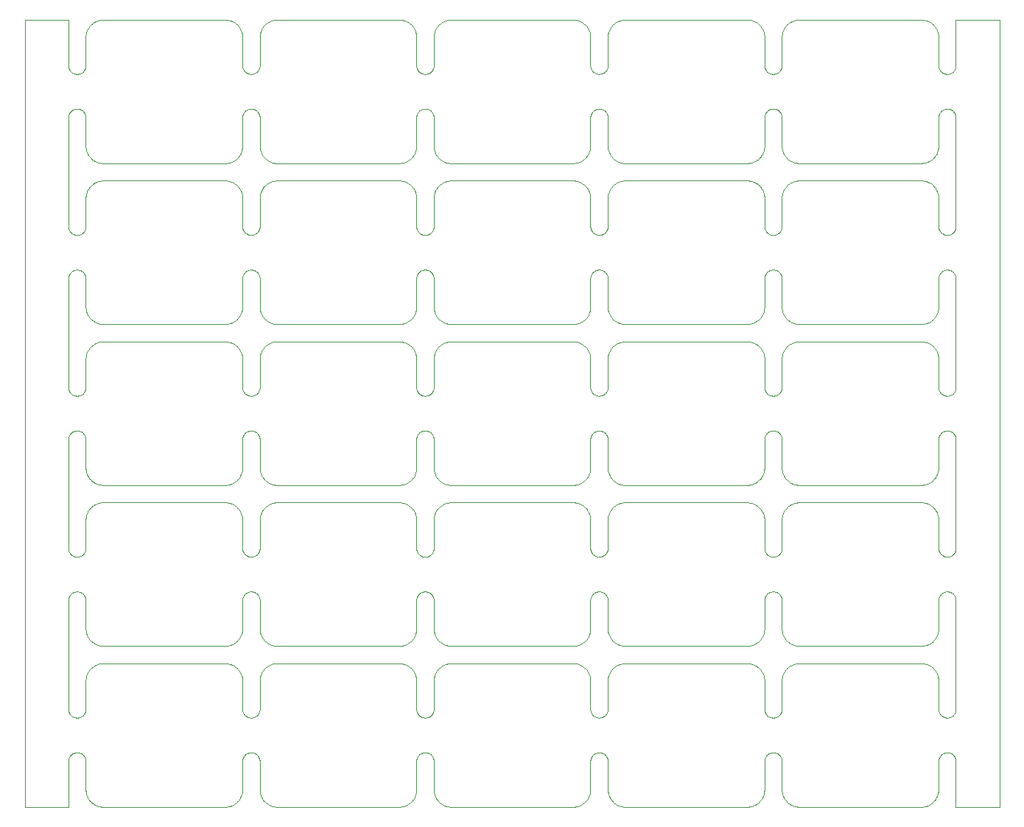
<source format=gm1>
%TF.GenerationSoftware,KiCad,Pcbnew,(6.0.5)*%
%TF.CreationDate,2022-08-23T21:33:37+08:00*%
%TF.ProjectId,without-power-switch-using-molex-connector-panelized,77697468-6f75-4742-9d70-6f7765722d73,rev?*%
%TF.SameCoordinates,Original*%
%TF.FileFunction,Profile,NP*%
%FSLAX46Y46*%
G04 Gerber Fmt 4.6, Leading zero omitted, Abs format (unit mm)*
G04 Created by KiCad (PCBNEW (6.0.5)) date 2022-08-23 21:33:37*
%MOMM*%
%LPD*%
G01*
G04 APERTURE LIST*
%TA.AperFunction,Profile*%
%ADD10C,0.100000*%
%TD*%
G04 APERTURE END LIST*
D10*
X101924637Y-81361144D02*
X101942125Y-81406480D01*
X102410950Y-30714000D02*
X102474478Y-30792926D01*
X63511035Y-15060982D02*
X63413453Y-15088236D01*
X80361952Y-80974721D02*
X80400259Y-80944826D01*
X79978537Y-72209711D02*
X79956196Y-72085062D01*
X39690317Y-34431494D02*
X39634176Y-34347458D01*
X62542093Y-52631280D02*
X62474478Y-52707073D01*
X100844737Y-25260718D02*
X100892963Y-25254770D01*
X22021498Y-16709460D02*
X22009321Y-16810042D01*
X100361952Y-39525278D02*
X100325158Y-39493539D01*
X80224721Y-44111952D02*
X80256460Y-44075158D01*
X81343519Y-80807874D02*
X81388855Y-80825362D01*
X79292926Y-31025521D02*
X79386710Y-30940804D01*
X120656480Y-39692125D02*
X120611144Y-39674637D01*
X121638047Y-58025278D02*
X121599740Y-58055173D01*
X39904259Y-34889527D02*
X39879516Y-34817138D01*
X40116900Y-20726681D02*
X40095053Y-20683278D01*
X21638047Y-62474721D02*
X21674841Y-62506460D01*
X79068292Y-105190453D02*
X79152541Y-105134176D01*
X59311954Y-70990809D02*
X59233831Y-70926296D01*
X121775278Y-25611952D02*
X121805173Y-25650259D01*
X20656480Y-80807874D02*
X20702619Y-80792631D01*
X20001195Y-26191423D02*
X20004770Y-26142963D01*
X62095740Y-90389527D02*
X62067330Y-90486515D01*
X20000000Y-20259877D02*
X20000000Y-15012272D01*
X61203138Y-95230974D02*
X61155262Y-95239281D01*
X43018478Y-105242266D02*
X43130494Y-105300789D01*
X41388855Y-39674637D02*
X41343519Y-39692125D01*
X99990678Y-35310042D02*
X99978501Y-35209460D01*
X118290539Y-89021498D02*
X118214651Y-89011833D01*
X119842518Y-34722818D02*
X119789743Y-34607982D01*
X61638047Y-76525278D02*
X61599740Y-76555173D01*
X122000559Y-15006917D02*
X122000000Y-15012272D01*
X60361952Y-95025278D02*
X60325158Y-94993539D01*
X40566721Y-21154946D02*
X40523318Y-21133099D01*
X59634176Y-86152541D02*
X59690317Y-86068505D01*
X100289966Y-99539966D02*
X100325158Y-99506460D01*
X40400259Y-62444826D02*
X40439987Y-62416847D01*
X20439987Y-25416847D02*
X20481039Y-25390851D01*
X61560012Y-80916847D02*
X61599740Y-80944826D01*
X100702619Y-99292631D02*
X100749450Y-99279671D01*
X101995229Y-26142963D02*
X101998804Y-26191423D01*
X79440627Y-89613108D02*
X79386710Y-89559195D01*
X83684674Y-31474701D02*
X83810295Y-31490700D01*
X20075362Y-99861144D02*
X20095053Y-99816721D01*
X38414690Y-105456250D02*
X38513240Y-105432735D01*
X121805173Y-39349740D02*
X121775278Y-39388047D01*
X80194826Y-39349740D02*
X80166847Y-39310012D01*
X100892963Y-62254770D02*
X100941423Y-62251195D01*
X102931707Y-105190453D02*
X103040401Y-105254438D01*
X120611144Y-25325362D02*
X120656480Y-25307874D01*
X78799991Y-52167270D02*
X78682861Y-52120483D01*
X63609623Y-15038753D02*
X63511035Y-15060982D01*
X39832729Y-34700008D02*
X39789858Y-34608208D01*
X79974743Y-103815075D02*
X79988138Y-103714903D01*
X102002246Y-90911365D02*
X102000000Y-91006333D01*
X119047227Y-86703583D02*
X119152747Y-86634028D01*
X118513240Y-89067264D02*
X118414937Y-89043803D01*
X79588897Y-67714203D02*
X79634028Y-67652747D01*
X81957368Y-62952619D02*
X81970328Y-62999450D01*
X22490809Y-49311954D02*
X22559372Y-49386891D01*
X80010718Y-100094737D02*
X80019025Y-100046861D01*
X63785348Y-33511833D02*
X63684674Y-33525298D01*
X20166847Y-25689987D02*
X20194826Y-25650259D01*
X81904946Y-39183278D02*
X81883099Y-39226681D01*
X103389527Y-105404259D02*
X103486759Y-105432735D01*
X120116900Y-99773318D02*
X120140851Y-99731039D01*
X79904259Y-34889527D02*
X79870895Y-34793861D01*
X119648356Y-67632168D02*
X119703715Y-67547010D01*
X81388855Y-21174637D02*
X81343519Y-21192125D01*
X20611144Y-95174637D02*
X20566721Y-95154946D01*
X41107036Y-99254770D02*
X41155262Y-99260718D01*
X21805173Y-94849740D02*
X21775278Y-94888047D01*
X40004770Y-100142963D02*
X40010718Y-100094737D01*
X40892963Y-95245229D02*
X40844737Y-95239281D01*
X120116900Y-62773318D02*
X120140851Y-62731039D01*
X80166847Y-20810012D02*
X80140851Y-20768960D01*
X121998804Y-81691423D02*
X122000000Y-81740122D01*
X39961246Y-48390376D02*
X39974743Y-48315075D01*
X82309682Y-52931494D02*
X82257607Y-53018698D01*
X20166847Y-76310012D02*
X20140851Y-76268960D01*
X119386891Y-89559372D02*
X119293121Y-89474640D01*
X98706138Y-31370895D02*
X98776947Y-31342614D01*
X99961246Y-90609623D02*
X99939017Y-90511035D01*
X42021498Y-16709460D02*
X42009321Y-16810042D01*
X60566721Y-39654946D02*
X60523318Y-39633099D01*
X40941423Y-43751195D02*
X40990122Y-43750000D01*
X41203138Y-25269025D02*
X41250549Y-25279671D01*
X20702619Y-62292631D02*
X20749450Y-62279671D01*
X118414937Y-89043803D02*
X118290539Y-89021498D01*
X83040401Y-68254438D02*
X83130494Y-68300789D01*
X40702619Y-58207368D02*
X40656480Y-58192125D01*
X103911112Y-105497744D02*
X104006207Y-105499999D01*
X20749450Y-99279671D02*
X20796861Y-99269025D01*
X42021498Y-72209460D02*
X42009321Y-72310042D01*
X21203138Y-62269025D02*
X21250549Y-62279671D01*
X21388855Y-95174637D02*
X21343519Y-95192125D01*
X100166847Y-25689987D02*
X100194826Y-25650259D01*
X21924637Y-39138855D02*
X21904946Y-39183278D01*
X83222818Y-70657481D02*
X83130494Y-70699210D01*
X42095818Y-53389286D02*
X42060982Y-53511035D01*
X60844737Y-76739281D02*
X60796861Y-76730974D01*
X80656480Y-80807874D02*
X80702619Y-80792631D01*
X61433278Y-76654946D02*
X61388855Y-76674637D01*
X60611144Y-99325362D02*
X60656480Y-99307874D01*
X39904259Y-104110472D02*
X39932669Y-104013484D01*
X83810295Y-89009299D02*
X83684674Y-89025298D01*
X21297380Y-80792631D02*
X21343519Y-80807874D01*
X80325158Y-99506460D02*
X80361952Y-99474721D01*
X39152541Y-52365823D02*
X39068292Y-52309546D01*
X82474478Y-67792926D02*
X82542093Y-67868719D01*
X59457906Y-86368719D02*
X59525521Y-86292926D01*
X101924637Y-39138855D02*
X101904946Y-39183278D01*
X99938957Y-29989210D02*
X99961246Y-29890376D01*
X101805173Y-94849740D02*
X101775278Y-94888047D01*
X101957368Y-25952619D02*
X101970328Y-25999450D01*
X22061042Y-29989210D02*
X22088236Y-30086546D01*
X120194826Y-57849740D02*
X120166847Y-57810012D01*
X81924637Y-25861144D02*
X81942125Y-25906480D01*
X83107982Y-105289743D02*
X83200008Y-105332729D01*
X120042631Y-76047380D02*
X120029671Y-76000549D01*
X41638047Y-43974721D02*
X41674841Y-44006460D01*
X58513240Y-68432735D02*
X58610472Y-68404259D01*
X21638047Y-58025278D02*
X21599740Y-58055173D01*
X99648356Y-15867831D02*
X99573545Y-15765969D01*
X99573545Y-15765969D02*
X99509190Y-15688045D01*
X61743539Y-44075158D02*
X61775278Y-44111952D01*
X20523318Y-99366900D02*
X20566721Y-99345053D01*
X21989281Y-94405262D02*
X21980974Y-94453138D01*
X40892963Y-62254770D02*
X40941423Y-62251195D01*
X102766168Y-105073703D02*
X102847458Y-105134176D01*
X81805173Y-44150259D02*
X81833152Y-44189987D01*
X100001195Y-26191423D02*
X100004770Y-26142963D01*
X101710033Y-57960033D02*
X101674841Y-57993539D01*
X62210141Y-16108208D02*
X62167270Y-16200008D01*
X38682861Y-49879516D02*
X38799991Y-49832729D01*
X99634028Y-89847252D02*
X99588897Y-89785796D01*
X61203138Y-43769025D02*
X61250549Y-43779671D01*
X121883099Y-99773318D02*
X121904946Y-99816721D01*
X40010718Y-57405262D02*
X40004770Y-57357036D01*
X61388855Y-95174637D02*
X61343519Y-95192125D01*
X101859148Y-76268960D02*
X101833152Y-76310012D01*
X40224721Y-25611952D02*
X40256460Y-25575158D01*
X20256460Y-39424841D02*
X20224721Y-39388047D01*
X61710033Y-94960033D02*
X61674841Y-94993539D01*
X80075362Y-44361144D02*
X80095053Y-44316721D01*
X23130723Y-31300898D02*
X23222818Y-31342518D01*
X59742392Y-34518698D02*
X59690317Y-34431494D01*
X61883099Y-57726681D02*
X61859148Y-57768960D01*
X99152747Y-15365971D02*
X99068292Y-15309546D01*
X99509190Y-30811954D02*
X99589049Y-30714000D01*
X39997753Y-48088634D02*
X40000000Y-47993666D01*
X61957368Y-81452619D02*
X61970328Y-81499450D01*
X100140851Y-39268960D02*
X100116900Y-39226681D01*
X20289966Y-62539966D02*
X20325158Y-62506460D01*
X102766168Y-52426296D02*
X102688045Y-52490809D01*
X21674841Y-81006460D02*
X21710033Y-81039966D01*
X81775278Y-76388047D02*
X81743539Y-76424841D01*
X40892963Y-25254770D02*
X40941423Y-25251195D01*
X120140851Y-57768960D02*
X120116900Y-57726681D01*
X117993666Y-70500000D02*
X104006207Y-70500000D01*
X22120483Y-104182861D02*
X22157481Y-104277181D01*
X82002246Y-16911365D02*
X82000000Y-17006333D01*
X63040401Y-68254438D02*
X63130494Y-68300789D01*
X63486759Y-68432735D02*
X63585309Y-68456250D01*
X21343519Y-43807874D02*
X21388855Y-43825362D01*
X104006207Y-49999999D02*
X117993792Y-49999999D01*
X62257607Y-48981301D02*
X62309682Y-49068505D01*
X43684674Y-49974701D02*
X43810295Y-49990700D01*
X59152541Y-15365823D02*
X59068292Y-15309546D01*
X38088887Y-33502255D02*
X37993792Y-33500000D01*
X61155262Y-62260718D02*
X61203138Y-62269025D01*
X101599740Y-25444826D02*
X101638047Y-25474721D01*
X102410950Y-52785999D02*
X102365823Y-52847458D01*
X63293861Y-105370895D02*
X63413453Y-105411763D01*
X40325158Y-39493539D02*
X40289966Y-39460033D01*
X62088236Y-30086546D02*
X62129104Y-30206138D01*
X120941423Y-76748804D02*
X120892963Y-76745229D01*
X61599740Y-95055173D02*
X61560012Y-95083152D01*
X83585309Y-86956250D02*
X83684674Y-86974701D01*
X121859148Y-94768960D02*
X121833152Y-94810012D01*
X41433278Y-39654946D02*
X41388855Y-39674637D01*
X80004770Y-44642963D02*
X80010718Y-44594737D01*
X103222818Y-86842518D02*
X103317138Y-86879516D01*
X121297380Y-39707368D02*
X121250549Y-39720328D01*
X81674841Y-76493539D02*
X81638047Y-76525278D01*
X99842518Y-30277181D02*
X99879516Y-30182861D01*
X20010718Y-20405262D02*
X20004770Y-20357036D01*
X101833152Y-44189987D02*
X101859148Y-44231039D01*
X59961246Y-85390376D02*
X59974743Y-85315075D01*
X121833152Y-20810012D02*
X121805173Y-20849740D01*
X61343519Y-95192125D02*
X61297380Y-95207368D01*
X82129104Y-53293861D02*
X82095740Y-53389527D01*
X81203138Y-62269025D02*
X81250549Y-62279671D01*
X102931494Y-86690317D02*
X103018698Y-86742392D01*
X100844737Y-21239281D02*
X100796861Y-21230974D01*
X102613108Y-15559372D02*
X102542093Y-15631280D01*
X80116900Y-62773318D02*
X80140851Y-62731039D01*
X60844737Y-39739281D02*
X60796861Y-39730974D01*
X42210256Y-48892017D02*
X42257607Y-48981301D01*
X121250549Y-43779671D02*
X121297380Y-43792631D01*
X121904946Y-44316721D02*
X121924637Y-44361144D01*
X20990122Y-43750000D02*
X21058576Y-43751195D01*
X77993792Y-33500000D02*
X64006333Y-33500000D01*
X78214651Y-68488166D02*
X78315325Y-68474701D01*
X23585309Y-68456250D02*
X23709711Y-68478537D01*
X63317138Y-68379516D02*
X63389527Y-68404259D01*
X121924637Y-62861144D02*
X121942125Y-62906480D01*
X81297380Y-43792631D02*
X81343519Y-43807874D01*
X98777181Y-105342518D02*
X98869505Y-105300789D01*
X61883099Y-44273318D02*
X61904946Y-44316721D01*
X121388855Y-99325362D02*
X121433278Y-99345053D01*
X103018698Y-15257607D02*
X102931707Y-15309546D01*
X60000000Y-72506333D02*
X59997753Y-72411365D01*
X103222818Y-33657481D02*
X103130494Y-33699210D01*
X21995229Y-94357036D02*
X21989281Y-94405262D01*
X61297380Y-99292631D02*
X61343519Y-99307874D01*
X99879516Y-48682861D02*
X99904259Y-48610472D01*
X100166847Y-39310012D02*
X100140851Y-39268960D01*
X62061042Y-29989210D02*
X62088236Y-30086546D01*
X81883099Y-99773318D02*
X81904946Y-99816721D01*
X38981301Y-89257607D02*
X38891791Y-89210141D01*
X22309682Y-104568505D02*
X22365823Y-104652541D01*
X101743539Y-57924841D02*
X101710033Y-57960033D01*
X100057874Y-39093519D02*
X100042631Y-39047380D01*
X39573545Y-89765969D02*
X39509023Y-89687854D01*
X20004770Y-63142963D02*
X20010718Y-63094737D01*
X81155262Y-62260718D02*
X81203138Y-62269025D01*
X101388855Y-99325362D02*
X101433278Y-99345053D01*
X61250549Y-95220328D02*
X61203138Y-95230974D01*
X63684674Y-89025298D02*
X63585309Y-89043749D01*
X22867831Y-86648356D02*
X22931494Y-86690317D01*
X21957368Y-20547380D02*
X21942125Y-20593519D01*
X62129104Y-85706138D02*
X62167270Y-85799991D01*
X20796861Y-76730974D02*
X20749450Y-76720328D01*
X121833152Y-81189987D02*
X121859148Y-81231039D01*
X79214203Y-68088897D02*
X79292926Y-68025521D01*
X59997753Y-85088634D02*
X60000000Y-84993666D01*
X40194826Y-94849740D02*
X40166847Y-94810012D01*
X127000000Y-105487727D02*
X127000000Y-15012272D01*
X20400259Y-76555173D02*
X20361952Y-76525278D01*
X60439987Y-62416847D02*
X60481039Y-62390851D01*
X121560012Y-62416847D02*
X121599740Y-62444826D01*
X101203138Y-62269025D02*
X101250549Y-62279671D01*
X82095740Y-34889527D02*
X82067330Y-34986515D01*
X23018478Y-52257733D02*
X22952772Y-52296416D01*
X22002255Y-29588887D02*
X22009321Y-29689957D01*
X100224721Y-81111952D02*
X100256460Y-81075158D01*
X122006917Y-15000559D02*
X122002811Y-15003159D01*
X60523318Y-76633099D02*
X60481039Y-76609148D01*
X20224721Y-25611952D02*
X20256460Y-25575158D01*
X79939017Y-66988964D02*
X79961246Y-66890376D01*
X20400259Y-58055173D02*
X20361952Y-58025278D01*
X82688045Y-86509190D02*
X82766168Y-86573703D01*
X81980974Y-26046861D02*
X81989281Y-26094737D01*
X20523318Y-58133099D02*
X20481039Y-58109148D01*
X21998804Y-38808576D02*
X21995229Y-38857036D01*
X81883099Y-44273318D02*
X81904946Y-44316721D01*
X59742392Y-30481301D02*
X59789743Y-30392017D01*
X101998804Y-63191423D02*
X102000000Y-63240122D01*
X82002246Y-66588634D02*
X82011861Y-66714903D01*
X118706138Y-89129104D02*
X118586546Y-89088236D01*
X61203138Y-99269025D02*
X61250549Y-99279671D01*
X82025256Y-66815075D02*
X82038753Y-66890376D01*
X82167270Y-71700008D02*
X82129104Y-71793861D01*
X81924637Y-20638855D02*
X81904946Y-20683278D01*
X39311954Y-49509190D02*
X39386891Y-49440627D01*
X82847458Y-33865823D02*
X82766168Y-33926296D01*
X121518960Y-58109148D02*
X121476681Y-58133099D01*
X120749450Y-21220328D02*
X120702619Y-21207368D01*
X41942125Y-99906480D02*
X41957368Y-99952619D01*
X20325158Y-25506460D02*
X20361952Y-25474721D01*
X101970328Y-94500549D02*
X101957368Y-94547380D01*
X63684674Y-31474701D02*
X63810295Y-31490700D01*
X62766168Y-68073703D02*
X62847458Y-68134176D01*
X59932669Y-34986515D02*
X59904259Y-34889527D01*
X60361952Y-25474721D02*
X60400259Y-25444826D01*
X80010718Y-20405262D02*
X80004770Y-20357036D01*
X82257607Y-16018698D02*
X82210141Y-16108208D01*
X82000000Y-29493666D02*
X82002246Y-29588634D01*
X121957368Y-62952619D02*
X121970328Y-62999450D01*
X82038753Y-53609623D02*
X82025256Y-53684924D01*
X80796861Y-62269025D02*
X80844737Y-62260718D01*
X98586546Y-70588236D02*
X98513240Y-70567264D01*
X121970328Y-99999450D02*
X121980974Y-100046861D01*
X102000000Y-17006333D02*
X102000000Y-20259877D01*
X39997753Y-53911365D02*
X39988138Y-53785096D01*
X20029671Y-44499450D02*
X20042631Y-44452619D01*
X58088887Y-49997744D02*
X58189704Y-49990700D01*
X80001195Y-57308576D02*
X80000000Y-57259877D01*
X23510789Y-89061042D02*
X23389286Y-89095818D01*
X20656480Y-99307874D02*
X20702619Y-99292631D01*
X103684674Y-105474701D02*
X103810295Y-105490700D01*
X101343519Y-80807874D02*
X101388855Y-80825362D01*
X58981301Y-33757607D02*
X58869505Y-33699210D01*
X82309682Y-15931494D02*
X82257607Y-16018698D01*
X81058576Y-43751195D02*
X81107036Y-43754770D01*
X22613289Y-34059195D02*
X22541921Y-34131466D01*
X59152541Y-86634176D02*
X59233831Y-86573703D01*
X43810295Y-68490700D02*
X43911112Y-68497744D01*
X117993666Y-89000000D02*
X104006207Y-89000000D01*
X120095053Y-20683278D02*
X120075362Y-20638855D01*
X20844737Y-21239281D02*
X20796861Y-21230974D01*
X62000000Y-100240122D02*
X62000000Y-103493666D01*
X121476681Y-43866900D02*
X121518960Y-43890851D01*
X101743539Y-76424841D02*
X101710033Y-76460033D01*
X60019025Y-44546861D02*
X60029671Y-44499450D01*
X38290288Y-31478537D02*
X38390376Y-31461246D01*
X21775278Y-62611952D02*
X21805173Y-62650259D01*
X81995229Y-38857036D02*
X81989281Y-38905262D01*
X20256460Y-99575158D02*
X20289966Y-99539966D01*
X42296284Y-71452989D02*
X42245441Y-71540624D01*
X62000000Y-54006333D02*
X62000000Y-57259877D01*
X40702619Y-76707368D02*
X40656480Y-76692125D01*
X83413210Y-15088309D02*
X83317138Y-15120483D01*
X103317138Y-52120483D02*
X103222818Y-52157481D01*
X119233831Y-89426296D02*
X119152747Y-89365971D01*
X82931707Y-68190453D02*
X83040401Y-68254438D01*
X103911112Y-86997744D02*
X104006207Y-86999999D01*
X20042631Y-25952619D02*
X20057874Y-25906480D01*
X99997744Y-72411112D02*
X99990678Y-72310042D01*
X100116900Y-62773318D02*
X100140851Y-62731039D01*
X20075362Y-44361144D02*
X20095053Y-44316721D01*
X80289966Y-25539966D02*
X80325158Y-25506460D01*
X20523318Y-62366900D02*
X20566721Y-62345053D01*
X60439987Y-58083152D02*
X60400259Y-58055173D01*
X62257607Y-85981301D02*
X62309682Y-86068505D01*
X39233831Y-68073703D02*
X39311954Y-68009190D01*
X41638047Y-25474721D02*
X41674841Y-25506460D01*
X79386891Y-15559372D02*
X79311954Y-15490809D01*
X40001195Y-81691423D02*
X40004770Y-81642963D01*
X22000000Y-100240122D02*
X22000000Y-103493666D01*
X20481039Y-25390851D02*
X20523318Y-25366900D01*
X20166847Y-44189987D02*
X20194826Y-44150259D01*
X104006207Y-68499999D02*
X117993792Y-68499999D01*
X39956196Y-29914937D02*
X39978537Y-29790288D01*
X61433278Y-99345053D02*
X61476681Y-99366900D01*
X41970328Y-99999450D02*
X41980974Y-100046861D01*
X61674841Y-99506460D02*
X61710033Y-99539966D01*
X120057874Y-94593519D02*
X120042631Y-94547380D01*
X79440804Y-67886710D02*
X79525521Y-67792926D01*
X100611144Y-39674637D02*
X100566721Y-39654946D01*
X119703715Y-34452989D02*
X119634028Y-34347252D01*
X121058576Y-25251195D02*
X121107036Y-25254770D01*
X59457906Y-89631280D02*
X59386891Y-89559372D01*
X78959375Y-49754558D02*
X79047227Y-49703583D01*
X101388855Y-58174637D02*
X101343519Y-58192125D01*
X23684924Y-52025256D02*
X23609872Y-52038705D01*
X60029671Y-44499450D02*
X60042631Y-44452619D01*
X100523318Y-99366900D02*
X100566721Y-99345053D01*
X120075362Y-81361144D02*
X120095053Y-81316721D01*
X40439987Y-99416847D02*
X40481039Y-99390851D01*
X22631280Y-49457906D02*
X22687854Y-49509023D01*
X40990122Y-76750000D02*
X40941423Y-76748804D01*
X101674841Y-44006460D02*
X101710033Y-44039966D01*
X43510789Y-105438957D02*
X43609872Y-105461294D01*
X22785999Y-68089049D02*
X22867831Y-68148356D01*
X38777181Y-15157481D02*
X38682861Y-15120483D01*
X80439987Y-80916847D02*
X80481039Y-80890851D01*
X120611144Y-99325362D02*
X120656480Y-99307874D01*
X81743539Y-76424841D02*
X81710033Y-76460033D01*
X42129104Y-48706138D02*
X42167270Y-48799991D01*
X119879516Y-16317138D02*
X119842518Y-16222818D01*
X41560012Y-43916847D02*
X41599740Y-43944826D01*
X62095740Y-53389527D02*
X62067330Y-53486515D01*
X60481039Y-76609148D02*
X60439987Y-76583152D01*
X99800789Y-85869505D02*
X99842518Y-85777181D01*
X81476681Y-76633099D02*
X81433278Y-76654946D01*
X81343519Y-21192125D02*
X81297380Y-21207368D01*
X43413453Y-86911763D02*
X43511035Y-86939017D01*
X20010718Y-94405262D02*
X20004770Y-94357036D01*
X38891791Y-49789858D02*
X38981301Y-49742392D01*
X81009877Y-25250000D02*
X81058576Y-25251195D01*
X39690317Y-89931494D02*
X39634176Y-89847458D01*
X22000000Y-66493666D02*
X22002246Y-66588634D01*
X102095740Y-104110472D02*
X102129104Y-104206138D01*
X40656480Y-58192125D02*
X40611144Y-58174637D01*
X61989281Y-63094737D02*
X61995229Y-63142963D01*
X62613108Y-30940627D02*
X62688045Y-31009190D01*
X39233831Y-49573703D02*
X39311954Y-49509190D01*
X99458078Y-15631466D02*
X99386710Y-15559195D01*
X43709460Y-15021498D02*
X43585062Y-15043803D01*
X59832729Y-16200008D02*
X59789858Y-16108208D01*
X120439987Y-76583152D02*
X120400259Y-76555173D01*
X119842518Y-53222818D02*
X119800789Y-53130494D01*
X80194826Y-94849740D02*
X80166847Y-94810012D01*
X24006333Y-50000000D02*
X37993792Y-49999999D01*
X40439987Y-25416847D02*
X40481039Y-25390851D01*
X61297380Y-39707368D02*
X61250549Y-39720328D01*
X83130494Y-31300789D02*
X83222818Y-31342518D01*
X40289966Y-44039966D02*
X40325158Y-44006460D01*
X22687854Y-105009023D02*
X22785796Y-105088897D01*
X82687854Y-105009023D02*
X82766168Y-105073703D01*
X99879516Y-30182861D02*
X99911690Y-30086789D01*
X42000000Y-63240122D02*
X42000000Y-66493666D01*
X39152541Y-70865823D02*
X39068292Y-70809546D01*
X23585309Y-31456250D02*
X23709711Y-31478537D01*
X121638047Y-62474721D02*
X121674841Y-62506460D01*
X43785348Y-89011833D02*
X43684674Y-89025298D01*
X82000000Y-63240122D02*
X82000000Y-66493666D01*
X60140851Y-39268960D02*
X60116900Y-39226681D01*
X40000000Y-44740122D02*
X40001195Y-44691423D01*
X20001195Y-75808576D02*
X20000000Y-75759877D01*
X121980974Y-75953138D02*
X121970328Y-76000549D01*
X41980974Y-57453138D02*
X41970328Y-57500549D01*
X41058576Y-58248804D02*
X40990122Y-58250000D01*
X62067330Y-85513484D02*
X62095740Y-85610472D01*
X82365823Y-67652541D02*
X82410950Y-67714000D01*
X120325158Y-20993539D02*
X120289966Y-20960033D01*
X20941423Y-76748804D02*
X20892963Y-76745229D01*
X103486759Y-70567264D02*
X103389527Y-70595740D01*
X23130494Y-105300789D02*
X23223052Y-105342614D01*
X40000000Y-29493666D02*
X40000000Y-26240122D01*
X23709460Y-105478501D02*
X23785096Y-105488138D01*
X58513240Y-105432735D02*
X58610472Y-105404259D01*
X20256460Y-57924841D02*
X20224721Y-57888047D01*
X61674841Y-62506460D02*
X61710033Y-62539966D01*
X61107036Y-95245229D02*
X61058576Y-95248804D01*
X62687854Y-15490976D02*
X62613289Y-15559195D01*
X38513240Y-105432735D02*
X38610472Y-105404259D01*
X22088309Y-16413210D02*
X22061042Y-16510789D01*
X38513240Y-33567264D02*
X38414690Y-33543749D01*
X20000000Y-44740122D02*
X20001195Y-44691423D01*
X102309546Y-67568292D02*
X102365823Y-67652541D01*
X42411102Y-34285796D02*
X42351501Y-34368041D01*
X80029671Y-44499450D02*
X80042631Y-44452619D01*
X59832729Y-34700008D02*
X59789858Y-34608208D01*
X20075362Y-25861144D02*
X20095053Y-25816721D01*
X22474640Y-34206878D02*
X22426454Y-34265969D01*
X37993792Y-105499999D02*
X38088887Y-105497744D01*
X99939017Y-35011035D02*
X99904181Y-34889286D01*
X19987727Y-105500000D02*
X19993082Y-105499440D01*
X79832729Y-104299991D02*
X79870895Y-104206138D01*
X82021462Y-103790288D02*
X82043803Y-103914937D01*
X22003512Y-90886322D02*
X22000000Y-91006333D01*
X120256460Y-20924841D02*
X120224721Y-20888047D01*
X81989281Y-44594737D02*
X81995229Y-44642963D01*
X79832626Y-67300223D02*
X79870895Y-67206138D01*
X22038753Y-90609623D02*
X22021498Y-90709460D01*
X80019025Y-57453138D02*
X80010718Y-57405262D01*
X21518960Y-43890851D02*
X21560012Y-43916847D01*
X40325158Y-99506460D02*
X40361952Y-99474721D01*
X21388855Y-80825362D02*
X21433278Y-80845053D01*
X62426454Y-34265969D02*
X62351643Y-34367831D01*
X40400259Y-76555173D02*
X40361952Y-76525278D01*
X101155262Y-43760718D02*
X101203138Y-43769025D01*
X78706138Y-68370895D02*
X78800223Y-68332626D01*
X103911112Y-52002255D02*
X103810295Y-52009299D01*
X82129104Y-16293861D02*
X82095740Y-16389527D01*
X81058576Y-80751195D02*
X81107036Y-80754770D01*
X60289966Y-81039966D02*
X60325158Y-81006460D01*
X62210141Y-67391791D02*
X62257607Y-67481301D01*
X20523318Y-21133099D02*
X20481039Y-21109148D01*
X40361952Y-80974721D02*
X40400259Y-80944826D01*
X60004770Y-20357036D02*
X60001195Y-20308576D01*
X120057874Y-39093519D02*
X120042631Y-39047380D01*
X82000000Y-47993666D02*
X82002246Y-48088634D01*
X60523318Y-95133099D02*
X60481039Y-95109148D01*
X21995229Y-44642963D02*
X21998804Y-44691423D01*
X120001195Y-57308576D02*
X120000000Y-57259877D01*
X39690453Y-30568292D02*
X39742392Y-30481301D01*
X78088887Y-33502255D02*
X77993792Y-33500000D01*
X39457906Y-15631280D02*
X39386891Y-15559372D01*
X40656480Y-99307874D02*
X40702619Y-99292631D01*
X63486759Y-89067264D02*
X63389527Y-89095740D01*
X42000000Y-35506333D02*
X42000000Y-38759877D01*
X122000000Y-15012272D02*
X122000000Y-20259877D01*
X23040401Y-31254438D02*
X23130723Y-31300898D01*
X119988166Y-48214651D02*
X119996487Y-48113677D01*
X20796861Y-39730974D02*
X20749450Y-39720328D01*
X22043749Y-35085309D02*
X22025256Y-35184924D01*
X42210141Y-30391791D02*
X42257607Y-30481301D01*
X80075362Y-25861144D02*
X80095053Y-25816721D01*
X99997753Y-103588634D02*
X100000000Y-103493666D01*
X103585309Y-52043749D02*
X103486759Y-52067264D01*
X62365823Y-89847458D02*
X62309682Y-89931494D01*
X103585309Y-105456250D02*
X103684674Y-105474701D01*
X60057874Y-99906480D02*
X60075362Y-99861144D01*
X83040401Y-70745561D02*
X82931707Y-70809546D01*
X60796861Y-99269025D02*
X60844737Y-99260718D01*
X40702619Y-95207368D02*
X40656480Y-95192125D01*
X40702619Y-80792631D02*
X40749450Y-80779671D01*
X20019025Y-100046861D02*
X20029671Y-99999450D01*
X119754438Y-67459598D02*
X119789743Y-67392017D01*
X101995229Y-44642963D02*
X101998804Y-44691423D01*
X100439987Y-80916847D02*
X100481039Y-80890851D01*
X40325158Y-44006460D02*
X40361952Y-43974721D01*
X100004770Y-63142963D02*
X100010718Y-63094737D01*
X42038753Y-72109623D02*
X42021498Y-72209460D01*
X119703715Y-67547010D02*
X119754438Y-67459598D01*
X121805173Y-94849740D02*
X121775278Y-94888047D01*
X101155262Y-99260718D02*
X101203138Y-99269025D01*
X100400259Y-21055173D02*
X100361952Y-21025278D01*
X100566721Y-76654946D02*
X100523318Y-76633099D01*
X60702619Y-43792631D02*
X60749450Y-43779671D01*
X58513240Y-15067264D02*
X58414690Y-15043749D01*
X63413210Y-31411690D02*
X63486759Y-31432735D01*
X41476681Y-39633099D02*
X41433278Y-39654946D01*
X101155262Y-21239281D02*
X101107036Y-21245229D01*
X21297380Y-76707368D02*
X21250549Y-76720328D01*
X120844737Y-21239281D02*
X120796861Y-21230974D01*
X98113677Y-15003512D02*
X97993666Y-15000000D01*
X41805173Y-57849740D02*
X41775278Y-57888047D01*
X82067330Y-71986515D02*
X82038753Y-72109623D01*
X38610472Y-68404259D02*
X38682861Y-68379516D01*
X40042631Y-25952619D02*
X40057874Y-25906480D01*
X63810042Y-105490678D02*
X63911112Y-105497744D01*
X97993666Y-70500000D02*
X84006207Y-70500000D01*
X61155262Y-39739281D02*
X61107036Y-39745229D01*
X60010718Y-100094737D02*
X60019025Y-100046861D01*
X98959375Y-15245441D02*
X98869505Y-15199210D01*
X58414690Y-105456250D02*
X58513240Y-105432735D01*
X121859148Y-44231039D02*
X121883099Y-44273318D01*
X20075362Y-62861144D02*
X20095053Y-62816721D01*
X121674841Y-81006460D02*
X121710033Y-81039966D01*
X41942125Y-25906480D02*
X41957368Y-25952619D01*
X120004770Y-26142963D02*
X120010718Y-26094737D01*
X98189704Y-89009299D02*
X98088887Y-89002255D01*
X20844737Y-39739281D02*
X20796861Y-39730974D01*
X61297380Y-25292631D02*
X61343519Y-25307874D01*
X22785796Y-105088897D02*
X22868041Y-105148498D01*
X80844737Y-80760718D02*
X80892963Y-80754770D01*
X120523318Y-43866900D02*
X120566721Y-43845053D01*
X120481039Y-80890851D02*
X120523318Y-80866900D01*
X62847458Y-68134176D02*
X62931707Y-68190453D01*
X80029671Y-20500549D02*
X80019025Y-20453138D01*
X61674841Y-20993539D02*
X61638047Y-21025278D01*
X59311954Y-68009190D02*
X59386891Y-67940627D01*
X103911112Y-89002255D02*
X103810295Y-89009299D01*
X40796861Y-76730974D02*
X40749450Y-76720328D01*
X83200008Y-105332729D02*
X83317138Y-105379516D01*
X119996487Y-90886322D02*
X119988166Y-90785348D01*
X41775278Y-25611952D02*
X41805173Y-25650259D01*
X100361952Y-21025278D02*
X100325158Y-20993539D01*
X79997744Y-29588887D02*
X80000000Y-29493666D01*
X102426296Y-67733831D02*
X102490809Y-67811954D01*
X101388855Y-43825362D02*
X101433278Y-43845053D01*
X79832729Y-53200008D02*
X79789858Y-53108208D01*
X61638047Y-95025278D02*
X61599740Y-95055173D01*
X58869505Y-33699210D02*
X58777181Y-33657481D01*
X102257607Y-53018698D02*
X102210141Y-53108208D01*
X82867831Y-105148356D02*
X82952989Y-105203715D01*
X122012272Y-105500000D02*
X126987727Y-105500000D01*
X99068292Y-31190453D02*
X99131958Y-31148498D01*
X62613108Y-67940627D02*
X62688045Y-68009190D01*
X121980974Y-81546861D02*
X121989281Y-81594737D01*
X61995229Y-26142963D02*
X61998804Y-26191423D01*
X82410950Y-71285999D02*
X82365823Y-71347458D01*
X121560012Y-76583152D02*
X121518960Y-76609148D01*
X80224721Y-76388047D02*
X80194826Y-76349740D01*
X81476681Y-39633099D02*
X81433278Y-39654946D01*
X121859148Y-20768960D02*
X121833152Y-20810012D01*
X62351643Y-30632168D02*
X62410950Y-30714000D01*
X119911690Y-30086789D02*
X119938957Y-29989210D01*
X120075362Y-57638855D02*
X120057874Y-57593519D01*
X99988138Y-103714903D02*
X99997753Y-103588634D01*
X41638047Y-95025278D02*
X41599740Y-95055173D01*
X20194826Y-62650259D02*
X20224721Y-62611952D01*
X41957368Y-76047380D02*
X41942125Y-76093519D01*
X82766168Y-52426296D02*
X82688045Y-52490809D01*
X62847458Y-86634176D02*
X62931707Y-86690453D01*
X81924637Y-44361144D02*
X81942125Y-44406480D01*
X20656480Y-76692125D02*
X20611144Y-76674637D01*
X79648356Y-15867831D02*
X79589049Y-15785999D01*
X61833152Y-39310012D02*
X61805173Y-39349740D01*
X118610713Y-31404181D02*
X118682861Y-31379516D01*
X101957368Y-99952619D02*
X101970328Y-99999450D01*
X120325158Y-81006460D02*
X120361952Y-80974721D01*
X83911112Y-70502255D02*
X83810295Y-70509299D01*
X20439987Y-99416847D02*
X20481039Y-99390851D01*
X83585309Y-89043749D02*
X83486759Y-89067264D01*
X98959375Y-49754558D02*
X99068292Y-49690453D01*
X100481039Y-43890851D02*
X100523318Y-43866900D01*
X39573545Y-52765969D02*
X39509023Y-52687854D01*
X41924637Y-25861144D02*
X41942125Y-25906480D01*
X40194826Y-25650259D02*
X40224721Y-25611952D01*
X21388855Y-39674637D02*
X21343519Y-39692125D01*
X41980974Y-81546861D02*
X41989281Y-81594737D01*
X21343519Y-25307874D02*
X21388855Y-25325362D01*
X41775278Y-57888047D02*
X41743539Y-57924841D01*
X41203138Y-21230974D02*
X41155262Y-21239281D01*
X122012272Y-15000000D02*
X122006917Y-15000559D01*
X79703583Y-71452772D02*
X79648498Y-71368041D01*
X39974743Y-48315075D02*
X39988138Y-48214903D01*
X62847458Y-49634176D02*
X62931707Y-49690453D01*
X60439987Y-80916847D02*
X60481039Y-80890851D01*
X81388855Y-76674637D02*
X81343519Y-76692125D01*
X15003902Y-105497829D02*
X15012272Y-105500000D01*
X40256460Y-44075158D02*
X40289966Y-44039966D01*
X103684674Y-15025298D02*
X103585309Y-15043749D01*
X20095053Y-57683278D02*
X20075362Y-57638855D01*
X61743539Y-62575158D02*
X61775278Y-62611952D01*
X119703583Y-52952772D02*
X119648498Y-52868041D01*
X42847252Y-15365971D02*
X42785796Y-15411102D01*
X121710033Y-39460033D02*
X121674841Y-39493539D01*
X59832729Y-48799991D02*
X59870895Y-48706138D01*
X99754558Y-71540624D02*
X99703583Y-71452772D01*
X99789858Y-34608208D02*
X99742266Y-34518478D01*
X83040401Y-52245561D02*
X82931707Y-52309546D01*
X61924637Y-39138855D02*
X61904946Y-39183278D01*
X43130494Y-52199210D02*
X43040624Y-52245441D01*
X43130494Y-89199210D02*
X43040624Y-89245441D01*
X119988166Y-72285348D02*
X119974743Y-72184924D01*
X101476681Y-43866900D02*
X101518960Y-43890851D01*
X100029671Y-57500549D02*
X100019025Y-57453138D01*
X119634028Y-34347252D02*
X119573703Y-34266168D01*
X64006207Y-86999999D02*
X77993666Y-87000000D01*
X62490809Y-34188045D02*
X62426454Y-34265969D01*
X43886322Y-52003512D02*
X43785348Y-52011833D01*
X98290539Y-89021498D02*
X98189704Y-89009299D01*
X42002255Y-85088887D02*
X42009321Y-85189957D01*
X78869505Y-86800789D02*
X78959375Y-86754558D01*
X119648498Y-89868041D02*
X119588897Y-89785796D01*
X22002246Y-85088634D02*
X22011861Y-85214903D01*
X81743539Y-81075158D02*
X81775278Y-81111952D01*
X41155262Y-95239281D02*
X41107036Y-95245229D01*
X103389527Y-52095740D02*
X103317138Y-52120483D01*
X41833152Y-39310012D02*
X41805173Y-39349740D01*
X20844737Y-80760718D02*
X20892963Y-80754770D01*
X100656480Y-43807874D02*
X100702619Y-43792631D01*
X118682861Y-31379516D02*
X118776947Y-31342614D01*
X102847458Y-49634176D02*
X102931494Y-49690317D01*
X41942125Y-20593519D02*
X41924637Y-20638855D01*
X103222818Y-52157481D02*
X103130494Y-52199210D01*
X101957368Y-20547380D02*
X101942125Y-20593519D01*
X121883099Y-44273318D02*
X121904946Y-44316721D01*
X15000000Y-15012272D02*
X15000000Y-105487727D01*
X21107036Y-95245229D02*
X21058576Y-95248804D01*
X42351643Y-67632168D02*
X42426296Y-67733831D01*
X98586546Y-89088236D02*
X98513240Y-89067264D01*
X38891791Y-68289858D02*
X38981301Y-68242392D01*
X99214203Y-70911102D02*
X99152747Y-70865971D01*
X80892963Y-62254770D02*
X80941423Y-62251195D01*
X80439987Y-62416847D02*
X80481039Y-62390851D01*
X119457906Y-71131280D02*
X119386891Y-71059372D01*
X59152541Y-68134176D02*
X59233831Y-68073703D01*
X121743539Y-81075158D02*
X121775278Y-81111952D01*
X81710033Y-62539966D02*
X81743539Y-62575158D01*
X120481039Y-99390851D02*
X120523318Y-99366900D01*
X59690317Y-86068505D02*
X59742392Y-85981301D01*
X58315325Y-105474701D02*
X58414690Y-105456250D01*
X118586546Y-70588236D02*
X118513240Y-70567264D01*
X82542093Y-15631280D02*
X82474478Y-15707073D01*
X21805173Y-57849740D02*
X21775278Y-57888047D01*
X38315325Y-86974701D02*
X38414690Y-86956250D01*
X21388855Y-99325362D02*
X21433278Y-99345053D01*
X41476681Y-76633099D02*
X41433278Y-76654946D01*
X79132168Y-89351643D02*
X79047010Y-89296284D01*
X102707073Y-86525521D02*
X102785999Y-86589049D01*
X99233831Y-33926296D02*
X99132168Y-33851643D01*
X62009321Y-16810042D02*
X62002255Y-16911112D01*
X61058576Y-76748804D02*
X60990122Y-76750000D01*
X102542093Y-104868719D02*
X102613108Y-104940627D01*
X21904946Y-25816721D02*
X21924637Y-25861144D01*
X121710033Y-99539966D02*
X121743539Y-99575158D01*
X102474478Y-71207073D02*
X102410950Y-71285999D01*
X20941423Y-62251195D02*
X20990122Y-62250000D01*
X80749450Y-80779671D02*
X80796861Y-80769025D01*
X121599740Y-39555173D02*
X121560012Y-39583152D01*
X21297380Y-43792631D02*
X21343519Y-43807874D01*
X60057874Y-25906480D02*
X60075362Y-25861144D01*
X82067264Y-104013240D02*
X82095740Y-104110472D01*
X41995229Y-75857036D02*
X41989281Y-75905262D01*
X38891791Y-105289858D02*
X38981301Y-105242392D01*
X82129104Y-48706138D02*
X82167270Y-48799991D01*
X61599740Y-99444826D02*
X61638047Y-99474721D01*
X63130494Y-68300789D02*
X63222818Y-68342518D01*
X20892963Y-43754770D02*
X20941423Y-43751195D01*
X100116900Y-44273318D02*
X100140851Y-44231039D01*
X121710033Y-20960033D02*
X121674841Y-20993539D01*
X79789858Y-53108208D02*
X79742266Y-53018478D01*
X82038753Y-90609623D02*
X82025256Y-90684924D01*
X40042631Y-57547380D02*
X40029671Y-57500549D01*
X117993666Y-31500000D02*
X118088887Y-31497744D01*
X101058576Y-21248804D02*
X101009877Y-21250000D01*
X40029671Y-81499450D02*
X40042631Y-81452619D01*
X99648498Y-49131958D02*
X99703583Y-49047227D01*
X60892963Y-62254770D02*
X60941423Y-62251195D01*
X82210141Y-85891791D02*
X82257607Y-85981301D01*
X120140851Y-76268960D02*
X120116900Y-76226681D01*
X81904946Y-20683278D02*
X81883099Y-20726681D01*
X22157481Y-71722818D02*
X22120483Y-71817138D01*
X21805173Y-62650259D02*
X21833152Y-62689987D01*
X80057874Y-94593519D02*
X80042631Y-94547380D01*
X63511035Y-33560982D02*
X63413210Y-33588309D01*
X39832729Y-48799991D02*
X39870895Y-48706138D01*
X118586789Y-49911690D02*
X118682623Y-49879601D01*
X101904946Y-94683278D02*
X101883099Y-94726681D01*
X80010718Y-38905262D02*
X80004770Y-38857036D01*
X120400259Y-99444826D02*
X120439987Y-99416847D01*
X120075362Y-39138855D02*
X120057874Y-39093519D01*
X82002246Y-85088634D02*
X82011861Y-85214903D01*
X40523318Y-25366900D02*
X40566721Y-25345053D01*
X121009877Y-25250000D02*
X121058576Y-25251195D01*
X101203138Y-39730974D02*
X101155262Y-39739281D01*
X102688045Y-33990809D02*
X102613108Y-34059372D01*
X99939017Y-53511035D02*
X99904181Y-53389286D01*
X40361952Y-62474721D02*
X40400259Y-62444826D01*
X60611144Y-95174637D02*
X60566721Y-95154946D01*
X101980974Y-63046861D02*
X101989281Y-63094737D01*
X41674841Y-57993539D02*
X41638047Y-58025278D01*
X103810295Y-49990700D02*
X103911112Y-49997744D01*
X61638047Y-62474721D02*
X61674841Y-62506460D01*
X100702619Y-76707368D02*
X100656480Y-76692125D01*
X79997744Y-90911112D02*
X79990678Y-90810042D01*
X102257607Y-16018698D02*
X102210141Y-16108208D01*
X81942125Y-20593519D02*
X81924637Y-20638855D01*
X101250549Y-95220328D02*
X101203138Y-95230974D01*
X79961246Y-103890376D02*
X79974743Y-103815075D01*
X102011861Y-29714903D02*
X102025256Y-29815075D01*
X119152747Y-70865971D02*
X119068292Y-70809546D01*
X39988138Y-72285096D02*
X39974743Y-72184924D01*
X22785796Y-89411102D02*
X22687854Y-89490976D01*
X99842518Y-85777181D02*
X99879516Y-85682861D01*
X99870895Y-104206138D02*
X99904259Y-104110472D01*
X82542093Y-67868719D02*
X82613108Y-67940627D01*
X40481039Y-43890851D02*
X40523318Y-43866900D01*
X81710033Y-94960033D02*
X81674841Y-94993539D01*
X40029671Y-44499450D02*
X40042631Y-44452619D01*
X60004770Y-38857036D02*
X60001195Y-38808576D01*
X103810295Y-86990700D02*
X103911112Y-86997744D01*
X98800223Y-86832626D02*
X98869505Y-86800789D01*
X101989281Y-20405262D02*
X101980974Y-20453138D01*
X100749450Y-95220328D02*
X100702619Y-95207368D01*
X120256460Y-76424841D02*
X120224721Y-76388047D01*
X60075362Y-39138855D02*
X60057874Y-39093519D01*
X41998804Y-44691423D02*
X42000000Y-44740122D01*
X23585309Y-86956250D02*
X23709711Y-86978537D01*
X43785096Y-105488138D02*
X43886069Y-105496471D01*
X80001195Y-26191423D02*
X80004770Y-26142963D01*
X102038753Y-66890376D02*
X102067330Y-67013484D01*
X101638047Y-80974721D02*
X101674841Y-81006460D01*
X102038753Y-72109623D02*
X102025256Y-72184924D01*
X79789858Y-71608208D02*
X79742266Y-71518478D01*
X40001195Y-57308576D02*
X40000000Y-57259877D01*
X21638047Y-21025278D02*
X21599740Y-21055173D01*
X59904259Y-71889527D02*
X59870895Y-71793861D01*
X82000000Y-75759877D02*
X81998804Y-75808576D01*
X121710033Y-62539966D02*
X121743539Y-62575158D01*
X20325158Y-20993539D02*
X20289966Y-20960033D01*
X60000000Y-38759877D02*
X60000000Y-35506333D01*
X58586789Y-31411690D02*
X58682623Y-31379601D01*
X81009877Y-76750000D02*
X80941423Y-76748804D01*
X78315325Y-89025298D02*
X78189704Y-89009299D01*
X61775278Y-62611952D02*
X61805173Y-62650259D01*
X101998804Y-81691423D02*
X102000000Y-81740122D01*
X118799991Y-49832729D02*
X118892017Y-49789743D01*
X41904946Y-76183278D02*
X41883099Y-76226681D01*
X22011861Y-66714903D02*
X22025256Y-66815075D01*
X41710033Y-94960033D02*
X41674841Y-94993539D01*
X82931707Y-15309546D02*
X82847458Y-15365823D01*
X98488964Y-15060982D02*
X98390376Y-15038753D01*
X80523318Y-21133099D02*
X80481039Y-21109148D01*
X121833152Y-57810012D02*
X121805173Y-57849740D01*
X102061042Y-29989210D02*
X102088236Y-30086546D01*
X101518960Y-58109148D02*
X101476681Y-58133099D01*
X103413210Y-33588309D02*
X103317138Y-33620483D01*
X20075362Y-57638855D02*
X20057874Y-57593519D01*
X120010718Y-81594737D02*
X120019025Y-81546861D01*
X38315325Y-70525298D02*
X38189704Y-70509299D01*
X100000000Y-57259877D02*
X100000000Y-54006333D01*
X99990678Y-29689957D02*
X99996487Y-29613677D01*
X59573703Y-30733831D02*
X59648356Y-30632168D01*
X59311954Y-15490809D02*
X59233831Y-15426296D01*
X60042631Y-81452619D02*
X60057874Y-81406480D01*
X79990678Y-66689957D02*
X79997744Y-66588887D01*
X121942125Y-81406480D02*
X121957368Y-81452619D01*
X38869505Y-15199210D02*
X38777181Y-15157481D01*
X60566721Y-25345053D02*
X60611144Y-25325362D01*
X120702619Y-62292631D02*
X120749450Y-62279671D01*
X102309682Y-34431494D02*
X102257607Y-34518698D01*
X81805173Y-76349740D02*
X81775278Y-76388047D01*
X100001195Y-20308576D02*
X100000000Y-20259877D01*
X100256460Y-25575158D02*
X100289966Y-25539966D01*
X24006333Y-52000000D02*
X23886069Y-52003528D01*
X60523318Y-39633099D02*
X60481039Y-39609148D01*
X41058576Y-62251195D02*
X41107036Y-62254770D01*
X120325158Y-62506460D02*
X120361952Y-62474721D01*
X62541921Y-34131466D02*
X62490809Y-34188045D01*
X23018698Y-33757607D02*
X22952772Y-33796416D01*
X62000000Y-72506333D02*
X62000000Y-75759877D01*
X20439987Y-58083152D02*
X20400259Y-58055173D01*
X61942125Y-57593519D02*
X61924637Y-57638855D01*
X40566721Y-58154946D02*
X40523318Y-58133099D01*
X59525521Y-49292926D02*
X59589049Y-49214000D01*
X120116900Y-44273318D02*
X120140851Y-44231039D01*
X59932669Y-16486515D02*
X59904259Y-16389527D01*
X59068292Y-89309546D02*
X58959598Y-89245561D01*
X21833152Y-25689987D02*
X21859148Y-25731039D01*
X81518960Y-43890851D02*
X81560012Y-43916847D01*
X58777181Y-68342518D02*
X58869505Y-68300789D01*
X41107036Y-58245229D02*
X41058576Y-58248804D01*
X40481039Y-21109148D02*
X40439987Y-21083152D01*
X20194826Y-57849740D02*
X20166847Y-57810012D01*
X43389286Y-105404181D02*
X43510789Y-105438957D01*
X121710033Y-76460033D02*
X121674841Y-76493539D01*
X41989281Y-20405262D02*
X41980974Y-20453138D01*
X22129104Y-34793861D02*
X22095740Y-34889527D01*
X62095740Y-71889527D02*
X62067330Y-71986515D01*
X100004770Y-44642963D02*
X100010718Y-44594737D01*
X79978501Y-29790539D02*
X79990678Y-29689957D01*
X119932735Y-48513240D02*
X119956250Y-48414690D01*
X120042631Y-57547380D02*
X120029671Y-57500549D01*
X121924637Y-39138855D02*
X121904946Y-39183278D01*
X81998804Y-20308576D02*
X81995229Y-20357036D01*
X42167270Y-30299991D02*
X42210141Y-30391791D01*
X43130494Y-33699210D02*
X43040624Y-33745441D01*
X41250549Y-95220328D02*
X41203138Y-95230974D01*
X79754558Y-67459375D02*
X79800789Y-67369505D01*
X20796861Y-62269025D02*
X20844737Y-62260718D01*
X60361952Y-58025278D02*
X60325158Y-57993539D01*
X59904259Y-48610472D02*
X59932669Y-48513484D01*
X22088309Y-85586789D02*
X22120398Y-85682623D01*
X22785999Y-31089049D02*
X22847458Y-31134176D01*
X119648498Y-30631958D02*
X119690453Y-30568292D01*
X43511035Y-89060982D02*
X43413210Y-89088309D01*
X80019025Y-100046861D02*
X80029671Y-99999450D01*
X39742392Y-48981301D02*
X39789858Y-48891791D01*
X62847252Y-105134028D02*
X62952772Y-105203583D01*
X122000000Y-63240122D02*
X122000000Y-75759877D01*
X80140851Y-81231039D02*
X80166847Y-81189987D01*
X42129104Y-34793861D02*
X42095740Y-34889527D01*
X62000000Y-84993666D02*
X62002246Y-85088634D01*
X121942125Y-99906480D02*
X121957368Y-99952619D01*
X80844737Y-99260718D02*
X80892963Y-99254770D01*
X99703583Y-52952772D02*
X99634028Y-52847252D01*
X81924637Y-99861144D02*
X81942125Y-99906480D01*
X81743539Y-44075158D02*
X81775278Y-44111952D01*
X80289966Y-20960033D02*
X80256460Y-20924841D01*
X60400259Y-99444826D02*
X60439987Y-99416847D01*
X100481039Y-99390851D02*
X100523318Y-99366900D01*
X42038753Y-103890376D02*
X42061042Y-103989210D01*
X101343519Y-39692125D02*
X101297380Y-39707368D01*
X21942125Y-39093519D02*
X21924637Y-39138855D01*
X23130494Y-15199210D02*
X23018478Y-15257733D01*
X40194826Y-99650259D02*
X40224721Y-99611952D01*
X20001195Y-81691423D02*
X20004770Y-81642963D01*
X120941423Y-80751195D02*
X120990122Y-80750000D01*
X82410950Y-15785999D02*
X82351643Y-15867831D01*
X78488964Y-86939017D02*
X78586789Y-86911690D01*
X100166847Y-76310012D02*
X100140851Y-76268960D01*
X101924637Y-62861144D02*
X101942125Y-62906480D01*
X80523318Y-43866900D02*
X80566721Y-43845053D01*
X40256460Y-25575158D02*
X40289966Y-25539966D01*
X21995229Y-57357036D02*
X21989281Y-57405262D01*
X40289966Y-62539966D02*
X40325158Y-62506460D01*
X40000000Y-66493666D02*
X40000000Y-63240122D01*
X21155262Y-95239281D02*
X21107036Y-95245229D01*
X100166847Y-94810012D02*
X100140851Y-94768960D01*
X119988166Y-85214651D02*
X119996487Y-85113677D01*
X22687854Y-86509023D02*
X22785999Y-86589049D01*
X41924637Y-44361144D02*
X41942125Y-44406480D01*
X39988138Y-35285096D02*
X39974743Y-35184924D01*
X100004770Y-38857036D02*
X100001195Y-38808576D01*
X79509190Y-71188045D02*
X79440627Y-71113108D01*
X121155262Y-21239281D02*
X121107036Y-21245229D01*
X60256460Y-62575158D02*
X60289966Y-62539966D01*
X22061042Y-103989210D02*
X22088309Y-104086789D01*
X99152747Y-70865971D02*
X99047227Y-70796416D01*
X100325158Y-99506460D02*
X100361952Y-99474721D01*
X101009877Y-99250000D02*
X101058576Y-99251195D01*
X22067264Y-34986759D02*
X22043749Y-35085309D01*
X43911112Y-68497744D02*
X44006333Y-68500000D01*
X60941423Y-43751195D02*
X61009877Y-43750000D01*
X102167270Y-104299991D02*
X102210141Y-104391791D01*
X60941423Y-99251195D02*
X60990122Y-99250000D01*
X98290539Y-31478501D02*
X98390127Y-31461294D01*
X39152541Y-15365823D02*
X39068292Y-15309546D01*
X82129104Y-71793861D02*
X82095740Y-71889527D01*
X60400259Y-76555173D02*
X60361952Y-76525278D01*
X23317376Y-33620398D02*
X23200008Y-33667270D01*
X82167270Y-30299991D02*
X82210141Y-30391791D01*
X21710033Y-99539966D02*
X21743539Y-99575158D01*
X62559195Y-104886710D02*
X62631466Y-104958078D01*
X22025256Y-35184924D02*
X22011833Y-35285348D01*
X21775278Y-20888047D02*
X21743539Y-20924841D01*
X22257607Y-71518698D02*
X22199210Y-71630494D01*
X80611144Y-80825362D02*
X80656480Y-80807874D01*
X20844737Y-95239281D02*
X20796861Y-95230974D01*
X60042631Y-39047380D02*
X60029671Y-39000549D01*
X23709711Y-33521462D02*
X23609623Y-33538753D01*
X58891791Y-31289858D02*
X58981521Y-31242266D01*
X40095053Y-76183278D02*
X40075362Y-76138855D01*
X119233831Y-52426296D02*
X119152747Y-52365971D01*
X81297380Y-58207368D02*
X81250549Y-58220328D01*
X121599740Y-80944826D02*
X121638047Y-80974721D01*
X120481039Y-43890851D02*
X120523318Y-43866900D01*
X102000000Y-26240122D02*
X102000000Y-29493666D01*
X41775278Y-94888047D02*
X41743539Y-94924841D01*
X60796861Y-80769025D02*
X60844737Y-80760718D01*
X62095740Y-67110472D02*
X62129104Y-67206138D01*
X83810295Y-70509299D02*
X83684674Y-70525298D01*
X63389527Y-68404259D02*
X63486759Y-68432735D01*
X20439987Y-39583152D02*
X20400259Y-39555173D01*
X120004770Y-100142963D02*
X120010718Y-100094737D01*
X62038753Y-16609623D02*
X62021498Y-16709460D01*
X121904946Y-57683278D02*
X121883099Y-57726681D01*
X39870895Y-53293861D02*
X39832729Y-53200008D01*
X21743539Y-57924841D02*
X21710033Y-57960033D01*
X103684674Y-52025298D02*
X103585309Y-52043749D01*
X21904946Y-39183278D02*
X21883099Y-39226681D01*
X121989281Y-75905262D02*
X121980974Y-75953138D01*
X100095053Y-76183278D02*
X100075362Y-76138855D01*
X101980974Y-38953138D02*
X101970328Y-39000549D01*
X58586789Y-15088309D02*
X58513240Y-15067264D01*
X60000000Y-81740122D02*
X60001195Y-81691423D01*
X21743539Y-44075158D02*
X21775278Y-44111952D01*
X98586789Y-15088309D02*
X98488964Y-15060982D01*
X100010718Y-63094737D02*
X100019025Y-63046861D01*
X79754558Y-85959375D02*
X79800789Y-85869505D01*
X39509023Y-89687854D02*
X39440804Y-89613289D01*
X22559372Y-52613108D02*
X22490809Y-52688045D01*
X120004770Y-57357036D02*
X120001195Y-57308576D01*
X61599740Y-58055173D02*
X61560012Y-58083152D01*
X99996487Y-29613677D02*
X100000000Y-29493666D01*
X121883099Y-76226681D02*
X121859148Y-76268960D01*
X79742392Y-16018698D02*
X79690317Y-15931494D01*
X80000000Y-20259877D02*
X80000000Y-17006333D01*
X38113930Y-31496471D02*
X38189957Y-31490678D01*
X118586789Y-68411690D02*
X118682623Y-68379601D01*
X100325158Y-44006460D02*
X100361952Y-43974721D01*
X80000000Y-47993666D02*
X80000000Y-44740122D01*
X21924637Y-62861144D02*
X21942125Y-62906480D01*
X100001195Y-81691423D02*
X100004770Y-81642963D01*
X119386710Y-15559195D02*
X119312145Y-15490976D01*
X102129104Y-104206138D02*
X102167270Y-104299991D01*
X42088309Y-104086789D02*
X42120483Y-104182861D01*
X20361952Y-43974721D02*
X20400259Y-43944826D01*
X99956250Y-66914690D02*
X99974743Y-66815075D01*
X60611144Y-39674637D02*
X60566721Y-39654946D01*
X41560012Y-95083152D02*
X41518960Y-95109148D01*
X101107036Y-21245229D02*
X101058576Y-21248804D01*
X58959598Y-68254438D02*
X59068292Y-68190453D01*
X58869505Y-15199210D02*
X58777181Y-15157481D01*
X80001195Y-81691423D02*
X80004770Y-81642963D01*
X102129104Y-71793861D02*
X102095740Y-71889527D01*
X103585309Y-86956250D02*
X103684674Y-86974701D01*
X121058576Y-21248804D02*
X121009877Y-21250000D01*
X101433278Y-99345053D02*
X101476681Y-99366900D01*
X99939017Y-16511035D02*
X99911690Y-16413210D01*
X62688045Y-86509190D02*
X62766168Y-86573703D01*
X102309682Y-104568505D02*
X102365823Y-104652541D01*
X59386891Y-52559372D02*
X59311954Y-52490809D01*
X81970328Y-44499450D02*
X81980974Y-44546861D01*
X80116900Y-94726681D02*
X80095053Y-94683278D01*
X78682861Y-89120483D02*
X78586546Y-89088236D01*
X60000000Y-35506333D02*
X59997753Y-35411365D01*
X102011861Y-90785096D02*
X102002246Y-90911365D01*
X40095053Y-99816721D02*
X40116900Y-99773318D01*
X79832626Y-48800223D02*
X79870895Y-48706138D01*
X101998804Y-75808576D02*
X101995229Y-75857036D01*
X64006207Y-49999999D02*
X77993666Y-50000000D01*
X38869276Y-31300898D02*
X38959375Y-31254558D01*
X20075362Y-81361144D02*
X20095053Y-81316721D01*
X62474478Y-67792926D02*
X62542093Y-67868719D01*
X121970328Y-39000549D02*
X121957368Y-39047380D01*
X82257607Y-53018698D02*
X82210141Y-53108208D01*
X120000000Y-54006333D02*
X119996487Y-53886322D01*
X81942125Y-62906480D02*
X81957368Y-62952619D01*
X40057874Y-39093519D02*
X40042631Y-39047380D01*
X101674841Y-99506460D02*
X101710033Y-99539966D01*
X40194826Y-62650259D02*
X40224721Y-62611952D01*
X121883099Y-62773318D02*
X121904946Y-62816721D01*
X60019025Y-81546861D02*
X60029671Y-81499450D01*
X98214651Y-15011833D02*
X98113677Y-15003512D01*
X15000000Y-105487727D02*
X15000724Y-105493544D01*
X42009321Y-48189957D02*
X42021498Y-48290539D01*
X83585309Y-70543749D02*
X83486759Y-70567264D01*
X41058576Y-43751195D02*
X41107036Y-43754770D01*
X80194826Y-20849740D02*
X80166847Y-20810012D01*
X79742392Y-104481301D02*
X79789858Y-104391791D01*
X40361952Y-95025278D02*
X40325158Y-94993539D01*
X43040624Y-89245441D02*
X42952772Y-89296416D01*
X120523318Y-62366900D02*
X120566721Y-62345053D01*
X39634176Y-86152541D02*
X39690317Y-86068505D01*
X40194826Y-81150259D02*
X40224721Y-81111952D01*
X42245441Y-16040624D02*
X42199210Y-16130494D01*
X19999440Y-15006917D02*
X19997188Y-15003159D01*
X81433278Y-99345053D02*
X81476681Y-99366900D01*
X100439987Y-25416847D02*
X100481039Y-25390851D01*
X120029671Y-20500549D02*
X120019025Y-20453138D01*
X59589049Y-71285999D02*
X59525521Y-71207073D01*
X21995229Y-100142963D02*
X21998804Y-100191423D01*
X81970328Y-57500549D02*
X81957368Y-57547380D01*
X42426296Y-86233831D02*
X42490809Y-86311954D01*
X79870895Y-34793861D02*
X79832729Y-34700008D01*
X81203138Y-39730974D02*
X81155262Y-39739281D01*
X101710033Y-62539966D02*
X101743539Y-62575158D01*
X58315325Y-68474701D02*
X58414690Y-68456250D01*
X40892963Y-58245229D02*
X40844737Y-58239281D01*
X41995229Y-26142963D02*
X41998804Y-26191423D01*
X100844737Y-76739281D02*
X100796861Y-76730974D01*
X62002246Y-72411365D02*
X62000000Y-72506333D01*
X81859148Y-94768960D02*
X81833152Y-94810012D01*
X20990122Y-99250000D02*
X21058576Y-99251195D01*
X101476681Y-95133099D02*
X101433278Y-95154946D01*
X120010718Y-94405262D02*
X120004770Y-94357036D01*
X41998804Y-38808576D02*
X41995229Y-38857036D01*
X20057874Y-25906480D02*
X20075362Y-25861144D01*
X41970328Y-25999450D02*
X41980974Y-26046861D01*
X40166847Y-81189987D02*
X40194826Y-81150259D01*
X59988138Y-35285096D02*
X59974743Y-35184924D01*
X79832729Y-71700008D02*
X79789858Y-71608208D01*
X61638047Y-21025278D02*
X61599740Y-21055173D01*
X58189704Y-68490700D02*
X58315325Y-68474701D01*
X61805173Y-94849740D02*
X61775278Y-94888047D01*
X83018698Y-31242392D02*
X83130494Y-31300789D01*
X82210141Y-67391791D02*
X82257607Y-67481301D01*
X20611144Y-39674637D02*
X20566721Y-39654946D01*
X103222818Y-89157481D02*
X103130494Y-89199210D01*
X39904259Y-48610472D02*
X39932669Y-48513484D01*
X41155262Y-76739281D02*
X41107036Y-76745229D01*
X20075362Y-76138855D02*
X20057874Y-76093519D01*
X41674841Y-99506460D02*
X41710033Y-99539966D01*
X42490809Y-104811954D02*
X42559372Y-104886891D01*
X102559372Y-86386891D02*
X102631280Y-86457906D01*
X40481039Y-76609148D02*
X40439987Y-76583152D01*
X63222818Y-49842518D02*
X63317138Y-49879516D01*
X81674841Y-99506460D02*
X81710033Y-99539966D01*
X97993666Y-89000000D02*
X84006207Y-89000000D01*
X101980974Y-75953138D02*
X101970328Y-76000549D01*
X99440804Y-86386710D02*
X99509023Y-86312145D01*
X101710033Y-44039966D02*
X101743539Y-44075158D01*
X60166847Y-99689987D02*
X60194826Y-99650259D01*
X60000000Y-63240122D02*
X60001195Y-63191423D01*
X40892963Y-99254770D02*
X40941423Y-99251195D01*
X100400259Y-80944826D02*
X100439987Y-80916847D01*
X61107036Y-43754770D02*
X61155262Y-43760718D01*
X80029671Y-94500549D02*
X80019025Y-94453138D01*
X81058576Y-76748804D02*
X81009877Y-76750000D01*
X103389527Y-68404259D02*
X103486759Y-68432735D01*
X81476681Y-95133099D02*
X81433278Y-95154946D01*
X21155262Y-21239281D02*
X21107036Y-21245229D01*
X104006207Y-89000000D02*
X103911112Y-89002255D01*
X39589049Y-34285999D02*
X39525521Y-34207073D01*
X58869505Y-86800789D02*
X58959598Y-86754438D01*
X100029671Y-39000549D02*
X100019025Y-38953138D01*
X41476681Y-25366900D02*
X41518960Y-25390851D01*
X62000000Y-94259877D02*
X61998804Y-94308576D01*
X101203138Y-25269025D02*
X101250549Y-25279671D01*
X100611144Y-25325362D02*
X100656480Y-25307874D01*
X101155262Y-80760718D02*
X101203138Y-80769025D01*
X40140851Y-57768960D02*
X40116900Y-57726681D01*
X100941423Y-99251195D02*
X101009877Y-99250000D01*
X41998804Y-57308576D02*
X41995229Y-57357036D01*
X80289966Y-99539966D02*
X80325158Y-99506460D01*
X80224721Y-99611952D02*
X80256460Y-99575158D01*
X59634176Y-89847458D02*
X59589049Y-89785999D01*
X79870895Y-67206138D02*
X79904181Y-67110713D01*
X39932669Y-85513484D02*
X39961246Y-85390376D01*
X24006333Y-70500000D02*
X23886069Y-70503528D01*
X60256460Y-20924841D02*
X60224721Y-20888047D01*
X78892017Y-70710256D02*
X78799991Y-70667270D01*
X22199101Y-16130723D02*
X22157481Y-16222818D01*
X63684674Y-15025298D02*
X63609623Y-15038753D01*
X21560012Y-95083152D02*
X21518960Y-95109148D01*
X120001195Y-38808576D02*
X120000000Y-38759877D01*
X102011861Y-66714903D02*
X102025256Y-66815075D01*
X119939017Y-103988964D02*
X119961246Y-103890376D01*
X120289966Y-81039966D02*
X120325158Y-81006460D01*
X100075362Y-39138855D02*
X100057874Y-39093519D01*
X80075362Y-39138855D02*
X80057874Y-39093519D01*
X22120483Y-53317138D02*
X22088309Y-53413210D01*
X81859148Y-81231039D02*
X81883099Y-81273318D01*
X23886069Y-70503528D02*
X23785096Y-70511861D01*
X60042631Y-99952619D02*
X60057874Y-99906480D01*
X80004770Y-57357036D02*
X80001195Y-57308576D01*
X80844737Y-62260718D02*
X80892963Y-62254770D01*
X60702619Y-21207368D02*
X60656480Y-21192125D01*
X22011833Y-72285348D02*
X22003512Y-72386322D01*
X61674841Y-76493539D02*
X61638047Y-76525278D01*
X22309682Y-49068505D02*
X22365823Y-49152541D01*
X60481039Y-39609148D02*
X60439987Y-39583152D01*
X59525521Y-15707073D02*
X59457906Y-15631280D01*
X40057874Y-99906480D02*
X40075362Y-99861144D01*
X40523318Y-21133099D02*
X40481039Y-21109148D01*
X100566721Y-58154946D02*
X100523318Y-58133099D01*
X22038753Y-66890376D02*
X22067330Y-67013484D01*
X39789858Y-104391791D02*
X39832729Y-104299991D01*
X121638047Y-21025278D02*
X121599740Y-21055173D01*
X99978501Y-35209460D02*
X99961246Y-35109623D01*
X21343519Y-39692125D02*
X21297380Y-39707368D01*
X119974743Y-66815075D02*
X119988166Y-66714651D01*
X63317138Y-86879516D02*
X63389527Y-86904259D01*
X99132168Y-86648356D02*
X99214000Y-86589049D01*
X100844737Y-62260718D02*
X100892963Y-62254770D01*
X81343519Y-25307874D02*
X81388855Y-25325362D01*
X101297380Y-25292631D02*
X101343519Y-25307874D01*
X83389527Y-68404259D02*
X83486759Y-68432735D01*
X98113930Y-68496471D02*
X98214651Y-68488166D01*
X118390127Y-31461294D02*
X118513240Y-31432735D01*
X63040401Y-52245561D02*
X62931707Y-52309546D01*
X21859148Y-94768960D02*
X21833152Y-94810012D01*
X82410950Y-86214000D02*
X82474478Y-86292926D01*
X100116900Y-25773318D02*
X100140851Y-25731039D01*
X22847458Y-31134176D02*
X22931494Y-31190317D01*
X19987727Y-15000000D02*
X15009809Y-15000057D01*
X102351643Y-30632168D02*
X102410950Y-30714000D01*
X38088887Y-89002255D02*
X37993792Y-89000000D01*
X61989281Y-26094737D02*
X61995229Y-26142963D01*
X40566721Y-25345053D02*
X40611144Y-25325362D01*
X80702619Y-43792631D02*
X80749450Y-43779671D01*
X99214203Y-89411102D02*
X99152747Y-89365971D01*
X101924637Y-99861144D02*
X101942125Y-99906480D01*
X80656480Y-43807874D02*
X80702619Y-43792631D01*
X80000000Y-63240122D02*
X80001195Y-63191423D01*
X23510789Y-49938957D02*
X23585309Y-49956250D01*
X44006207Y-31499999D02*
X57993666Y-31500000D01*
X42426296Y-49233831D02*
X42490809Y-49311954D01*
X81883099Y-20726681D02*
X81859148Y-20768960D01*
X99832626Y-71699776D02*
X99800789Y-71630494D01*
X79047227Y-49703583D02*
X79152747Y-49634028D01*
X83810295Y-15009299D02*
X83684674Y-15025298D01*
X79754558Y-48959375D02*
X79800789Y-48869505D01*
X39870895Y-90293861D02*
X39832729Y-90200008D01*
X82613108Y-67940627D02*
X82688045Y-68009190D01*
X99509023Y-86312145D02*
X99588897Y-86214203D01*
X100029671Y-81499450D02*
X100042631Y-81452619D01*
X22038753Y-103890376D02*
X22061042Y-103989210D01*
X98290539Y-49978501D02*
X98414937Y-49956196D01*
X58189704Y-33509299D02*
X58088887Y-33502255D01*
X39386891Y-67940627D02*
X39440804Y-67886710D01*
X117993666Y-15000000D02*
X104006207Y-15000000D01*
X80075362Y-20638855D02*
X80057874Y-20593519D01*
X41388855Y-21174637D02*
X41343519Y-21192125D01*
X40481039Y-62390851D02*
X40523318Y-62366900D01*
X78586789Y-68411690D02*
X78706138Y-68370895D01*
X20844737Y-99260718D02*
X20892963Y-99254770D01*
X40481039Y-39609148D02*
X40439987Y-39583152D01*
X42309682Y-104568505D02*
X42365823Y-104652541D01*
X60892963Y-58245229D02*
X60844737Y-58239281D01*
X81775278Y-39388047D02*
X81743539Y-39424841D01*
X42559372Y-49386891D02*
X42631280Y-49457906D01*
X63486759Y-70567264D02*
X63389527Y-70595740D01*
X42067330Y-30013484D02*
X42095740Y-30110472D01*
X41203138Y-99269025D02*
X41250549Y-99279671D01*
X20000000Y-38759877D02*
X20000000Y-26240122D01*
X100400259Y-39555173D02*
X100361952Y-39525278D01*
X40001195Y-94308576D02*
X40000000Y-94259877D01*
X100361952Y-76525278D02*
X100325158Y-76493539D01*
X80749450Y-25279671D02*
X80796861Y-25269025D01*
X62129104Y-71793861D02*
X62095740Y-71889527D01*
X120325158Y-57993539D02*
X120289966Y-57960033D01*
X100656480Y-99307874D02*
X100702619Y-99292631D01*
X82931707Y-70809546D02*
X82847458Y-70865823D01*
X80439987Y-43916847D02*
X80481039Y-43890851D01*
X42631280Y-67957906D02*
X42687854Y-68009023D01*
X21560012Y-43916847D02*
X21599740Y-43944826D01*
X60749450Y-21220328D02*
X60702619Y-21207368D01*
X79440627Y-71113108D02*
X79386710Y-71059195D01*
X60029671Y-57500549D02*
X60019025Y-57453138D01*
X59932669Y-71986515D02*
X59904259Y-71889527D01*
X62000000Y-103493666D02*
X62002255Y-103588887D01*
X100892963Y-80754770D02*
X100941423Y-80751195D01*
X63684674Y-52025298D02*
X63585309Y-52043749D01*
X102410950Y-71285999D02*
X102365823Y-71347458D01*
X121970328Y-81499450D02*
X121980974Y-81546861D01*
X23684924Y-89025256D02*
X23609872Y-89038705D01*
X120844737Y-62260718D02*
X120892963Y-62254770D01*
X120000000Y-72506333D02*
X119996487Y-72386322D01*
X62474478Y-86292926D02*
X62542093Y-86368719D01*
X103317138Y-49879516D02*
X103389527Y-49904259D01*
X101638047Y-99474721D02*
X101674841Y-99506460D01*
X20796861Y-43769025D02*
X20844737Y-43760718D01*
X42296284Y-49047010D02*
X42351643Y-49132168D01*
X41942125Y-62906480D02*
X41957368Y-62952619D01*
X20611144Y-43825362D02*
X20656480Y-43807874D01*
X100140851Y-44231039D02*
X100166847Y-44189987D01*
X120941423Y-21248804D02*
X120892963Y-21245229D01*
X82000000Y-100240122D02*
X82000000Y-103493666D01*
X22490809Y-86311954D02*
X22559372Y-86386891D01*
X20256460Y-25575158D02*
X20289966Y-25539966D01*
X103413210Y-15088309D02*
X103317138Y-15120483D01*
X37993792Y-89000000D02*
X24006333Y-89000000D01*
X120702619Y-58207368D02*
X120656480Y-58192125D01*
X121560012Y-99416847D02*
X121599740Y-99444826D01*
X20029671Y-62999450D02*
X20042631Y-62952619D01*
X20057874Y-44406480D02*
X20075362Y-44361144D01*
X42021498Y-103790539D02*
X42038753Y-103890376D01*
X80095053Y-62816721D02*
X80116900Y-62773318D01*
X118113930Y-33503528D02*
X117993666Y-33500000D01*
X81924637Y-62861144D02*
X81942125Y-62906480D01*
X41970328Y-94500549D02*
X41957368Y-94547380D01*
X60140851Y-57768960D02*
X60116900Y-57726681D01*
X40000000Y-47993666D02*
X40000000Y-44740122D01*
X39988138Y-103714903D02*
X39997753Y-103588634D01*
X23293861Y-15129104D02*
X23223052Y-15157385D01*
X61980974Y-94453138D02*
X61970328Y-94500549D01*
X100611144Y-95174637D02*
X100566721Y-95154946D01*
X41518960Y-39609148D02*
X41476681Y-39633099D01*
X101638047Y-76525278D02*
X101599740Y-76555173D01*
X103130494Y-15199210D02*
X103018698Y-15257607D01*
X38414690Y-89043749D02*
X38315325Y-89025298D01*
X39634176Y-49152541D02*
X39690317Y-49068505D01*
X102167270Y-90200008D02*
X102129104Y-90293861D01*
X80256460Y-44075158D02*
X80289966Y-44039966D01*
X22410950Y-15785999D02*
X22365823Y-15847458D01*
X61957368Y-94547380D02*
X61942125Y-94593519D01*
X62038753Y-35109623D02*
X62021498Y-35209460D01*
X60000000Y-91006333D02*
X59997753Y-90911365D01*
X81805173Y-20849740D02*
X81775278Y-20888047D01*
X103317138Y-33620483D02*
X103222818Y-33657481D01*
X60361952Y-80974721D02*
X60400259Y-80944826D01*
X120892963Y-62254770D02*
X120941423Y-62251195D01*
X39386891Y-89559372D02*
X39311954Y-89490809D01*
X20019025Y-75953138D02*
X20010718Y-75905262D01*
X119842518Y-16222818D02*
X119800898Y-16130723D01*
X101476681Y-58133099D02*
X101433278Y-58154946D01*
X20000000Y-57259877D02*
X20000000Y-44740122D01*
X80439987Y-99416847D02*
X80481039Y-99390851D01*
X39214203Y-31088897D02*
X39311954Y-31009190D01*
X100361952Y-99474721D02*
X100400259Y-99444826D01*
X80892963Y-21245229D02*
X80844737Y-21239281D01*
X100140851Y-20768960D02*
X100116900Y-20726681D01*
X61957368Y-99952619D02*
X61970328Y-99999450D01*
X41297380Y-58207368D02*
X41250549Y-58220328D01*
X81599740Y-62444826D02*
X81638047Y-62474721D01*
X22000000Y-103493666D02*
X22003512Y-103613677D01*
X80019025Y-81546861D02*
X80029671Y-81499450D01*
X99703583Y-49047227D02*
X99742266Y-48981521D01*
X59457906Y-30868719D02*
X59509023Y-30812145D01*
X121638047Y-99474721D02*
X121674841Y-99506460D01*
X40523318Y-80866900D02*
X40566721Y-80845053D01*
X59457906Y-52631280D02*
X59386891Y-52559372D01*
X59589049Y-52785999D02*
X59525521Y-52707073D01*
X122000000Y-44740122D02*
X122000000Y-57259877D01*
X59068292Y-49690453D02*
X59152541Y-49634176D01*
X23510789Y-86938957D02*
X23585309Y-86956250D01*
X62296284Y-34452989D02*
X62257607Y-34518698D01*
X40140851Y-20768960D02*
X40116900Y-20726681D01*
X58513240Y-70567264D02*
X58414690Y-70543749D01*
X21775278Y-57888047D02*
X21743539Y-57924841D01*
X82011861Y-29714903D02*
X82025256Y-29815075D01*
X60439987Y-95083152D02*
X60400259Y-95055173D01*
X80057874Y-25906480D02*
X80075362Y-25861144D01*
X120566721Y-76654946D02*
X120523318Y-76633099D01*
X120523318Y-99366900D02*
X120566721Y-99345053D01*
X120941423Y-95248804D02*
X120892963Y-95245229D01*
X39690317Y-15931494D02*
X39634176Y-15847458D01*
X82474478Y-49292926D02*
X82542093Y-49368719D01*
X120941423Y-25251195D02*
X121009877Y-25250000D01*
X39842614Y-30276947D02*
X39879516Y-30182861D01*
X63684924Y-105474743D02*
X63810042Y-105490678D01*
X78189704Y-33509299D02*
X78088887Y-33502255D01*
X40166847Y-62689987D02*
X40194826Y-62650259D01*
X121957368Y-39047380D02*
X121942125Y-39093519D01*
X60224721Y-81111952D02*
X60256460Y-81075158D01*
X39789858Y-16108208D02*
X39742392Y-16018698D01*
X23785096Y-89011861D02*
X23684924Y-89025256D01*
X80941423Y-21248804D02*
X80892963Y-21245229D01*
X22157481Y-16222818D02*
X22120483Y-16317138D01*
X59525521Y-67792926D02*
X59589049Y-67714000D01*
X21833152Y-94810012D02*
X21805173Y-94849740D01*
X20566721Y-95154946D02*
X20523318Y-95133099D01*
X62167270Y-16200008D02*
X62129104Y-16293861D01*
X82766168Y-105073703D02*
X82867831Y-105148356D01*
X60941423Y-58248804D02*
X60892963Y-58245229D01*
X61980974Y-20453138D02*
X61970328Y-20500549D01*
X21904946Y-62816721D02*
X21924637Y-62861144D01*
X40042631Y-44452619D02*
X40057874Y-44406480D01*
X41560012Y-62416847D02*
X41599740Y-62444826D01*
X100224721Y-25611952D02*
X100256460Y-25575158D01*
X21805173Y-25650259D02*
X21833152Y-25689987D01*
X60611144Y-76674637D02*
X60566721Y-76654946D01*
X81970328Y-39000549D02*
X81957368Y-39047380D01*
X103108208Y-86789858D02*
X103222818Y-86842518D01*
X39233831Y-105073703D02*
X39311954Y-105009190D01*
X60000000Y-54006333D02*
X59997753Y-53911365D01*
X62000000Y-91006333D02*
X62000000Y-94259877D01*
X121710033Y-44039966D02*
X121743539Y-44075158D01*
X59690317Y-104568505D02*
X59742392Y-104481301D01*
X120361952Y-21025278D02*
X120325158Y-20993539D01*
X59525521Y-71207073D02*
X59457906Y-71131280D01*
X41942125Y-76093519D02*
X41924637Y-76138855D01*
X42000000Y-94259877D02*
X41998804Y-94308576D01*
X119842518Y-90222818D02*
X119800789Y-90130494D01*
X59742392Y-53018698D02*
X59690317Y-52931494D01*
X121518960Y-62390851D02*
X121560012Y-62416847D01*
X21433278Y-21154946D02*
X21388855Y-21174637D01*
X40289966Y-39460033D02*
X40256460Y-39424841D01*
X121859148Y-81231039D02*
X121883099Y-81273318D01*
X22490809Y-104811954D02*
X22559372Y-104886891D01*
X61970328Y-62999450D02*
X61980974Y-63046861D01*
X99832729Y-104299991D02*
X99870895Y-104206138D01*
X121743539Y-20924841D02*
X121710033Y-20960033D01*
X100702619Y-62292631D02*
X100749450Y-62279671D01*
X39990678Y-29689957D02*
X39997744Y-29588887D01*
X61009877Y-62250000D02*
X61058576Y-62251195D01*
X83389527Y-52095740D02*
X83317138Y-52120483D01*
X98189704Y-105490700D02*
X98315325Y-105474701D01*
X80075362Y-76138855D02*
X80057874Y-76093519D01*
X118414690Y-86956250D02*
X118513484Y-86932669D01*
X60057874Y-20593519D02*
X60042631Y-20547380D01*
X101989281Y-38905262D02*
X101980974Y-38953138D01*
X41599740Y-43944826D02*
X41638047Y-43974721D01*
X100010718Y-100094737D02*
X100019025Y-100046861D01*
X78488964Y-89060982D02*
X78414690Y-89043749D01*
X60941423Y-80751195D02*
X61009877Y-80750000D01*
X100361952Y-25474721D02*
X100400259Y-25444826D01*
X21805173Y-20849740D02*
X21775278Y-20888047D01*
X41433278Y-62345053D02*
X41476681Y-62366900D01*
X60400259Y-21055173D02*
X60361952Y-21025278D01*
X101904946Y-44316721D02*
X101924637Y-44361144D01*
X80844737Y-43760718D02*
X80892963Y-43754770D01*
X40010718Y-44594737D02*
X40019025Y-44546861D01*
X40656480Y-80807874D02*
X40702619Y-80792631D01*
X59311954Y-33990809D02*
X59233831Y-33926296D01*
X20095053Y-94683278D02*
X20075362Y-94638855D01*
X121904946Y-25816721D02*
X121924637Y-25861144D01*
X63317138Y-52120483D02*
X63222818Y-52157481D01*
X20702619Y-25292631D02*
X20749450Y-25279671D01*
X60361952Y-99474721D02*
X60400259Y-99444826D01*
X100361952Y-58025278D02*
X100325158Y-57993539D01*
X82766168Y-15426296D02*
X82688045Y-15490809D01*
X61203138Y-62269025D02*
X61250549Y-62279671D01*
X80892963Y-95245229D02*
X80844737Y-95239281D01*
X39068292Y-49690453D02*
X39152541Y-49634176D01*
X80796861Y-99269025D02*
X80844737Y-99260718D01*
X20019025Y-81546861D02*
X20029671Y-81499450D01*
X120116900Y-94726681D02*
X120095053Y-94683278D01*
X61989281Y-81594737D02*
X61995229Y-81642963D01*
X41743539Y-62575158D02*
X41775278Y-62611952D01*
X60749450Y-43779671D02*
X60796861Y-43769025D01*
X22931494Y-31190317D02*
X23040401Y-31254438D01*
X60941423Y-76748804D02*
X60892963Y-76745229D01*
X121518960Y-21109148D02*
X121476681Y-21133099D01*
X79588897Y-86214203D02*
X79634028Y-86152747D01*
X80042631Y-76047380D02*
X80029671Y-76000549D01*
X119904259Y-67110472D02*
X119932735Y-67013240D01*
X119386710Y-34059195D02*
X119312145Y-33990976D01*
X40749450Y-39720328D02*
X40702619Y-39707368D01*
X99509190Y-15688045D02*
X99458078Y-15631466D01*
X58610472Y-49904259D02*
X58682861Y-49879516D01*
X60611144Y-43825362D02*
X60656480Y-43807874D01*
X103317138Y-89120483D02*
X103222818Y-89157481D01*
X83389527Y-89095740D02*
X83317138Y-89120483D01*
X80611144Y-95174637D02*
X80566721Y-95154946D01*
X81343519Y-39692125D02*
X81297380Y-39707368D01*
X39509023Y-52687854D02*
X39440804Y-52613289D01*
X100289966Y-25539966D02*
X100325158Y-25506460D01*
X80400259Y-62444826D02*
X80439987Y-62416847D01*
X58869505Y-52199210D02*
X58777181Y-52157481D01*
X59932669Y-48513484D02*
X59961246Y-48390376D01*
X60000000Y-29493666D02*
X60000000Y-26240122D01*
X22025256Y-85315075D02*
X22038753Y-85390376D01*
X20194826Y-25650259D02*
X20224721Y-25611952D01*
X43199776Y-15167373D02*
X43130494Y-15199210D01*
X40000000Y-94259877D02*
X40000000Y-91006333D01*
X61989281Y-20405262D02*
X61980974Y-20453138D01*
X21518960Y-76609148D02*
X21476681Y-76633099D01*
X20224721Y-94888047D02*
X20194826Y-94849740D01*
X42931707Y-15309546D02*
X42847252Y-15365971D01*
X102011861Y-72285096D02*
X102002246Y-72411365D01*
X20019025Y-57453138D02*
X20010718Y-57405262D01*
X64006333Y-105500000D02*
X77993792Y-105499999D01*
X80166847Y-57810012D02*
X80140851Y-57768960D01*
X99293121Y-86525359D02*
X99386891Y-86440627D01*
X100400259Y-95055173D02*
X100361952Y-95025278D01*
X82257607Y-48981301D02*
X82309682Y-49068505D01*
X102025256Y-16684924D02*
X102011861Y-16785096D01*
X61250549Y-76720328D02*
X61203138Y-76730974D01*
X99152541Y-105134176D02*
X99233831Y-105073703D01*
X82000000Y-81740122D02*
X82000000Y-84993666D01*
X60057874Y-76093519D02*
X60042631Y-76047380D01*
X81009877Y-58250000D02*
X80941423Y-58248804D01*
X20042631Y-99952619D02*
X20057874Y-99906480D01*
X61250549Y-39720328D02*
X61203138Y-39730974D01*
X100611144Y-99325362D02*
X100656480Y-99307874D01*
X41343519Y-58192125D02*
X41297380Y-58207368D01*
X100000000Y-47993666D02*
X100000000Y-44740122D01*
X121970328Y-76000549D02*
X121957368Y-76047380D01*
X62351643Y-34367831D02*
X62296284Y-34452989D01*
X100029671Y-94500549D02*
X100019025Y-94453138D01*
X118869505Y-52199210D02*
X118800223Y-52167373D01*
X60439987Y-39583152D02*
X60400259Y-39555173D01*
X59648356Y-34367831D02*
X59589049Y-34285999D01*
X21518960Y-39609148D02*
X21476681Y-39633099D01*
X101775278Y-39388047D02*
X101743539Y-39424841D01*
X38414690Y-49956250D02*
X38513240Y-49932735D01*
X61107036Y-21245229D02*
X61058576Y-21248804D01*
X80000000Y-17006333D02*
X79997753Y-16911365D01*
X119974743Y-85315075D02*
X119988166Y-85214651D01*
X118959375Y-52245441D02*
X118869505Y-52199210D01*
X41775278Y-39388047D02*
X41743539Y-39424841D01*
X121203138Y-95230974D02*
X121155262Y-95239281D01*
X100140851Y-57768960D02*
X100116900Y-57726681D01*
X120057874Y-62906480D02*
X120075362Y-62861144D01*
X121989281Y-57405262D02*
X121980974Y-57453138D01*
X120611144Y-95174637D02*
X120566721Y-95154946D01*
X101638047Y-25474721D02*
X101674841Y-25506460D01*
X21476681Y-99366900D02*
X21518960Y-99390851D01*
X40749450Y-62279671D02*
X40796861Y-62269025D01*
X61775278Y-44111952D02*
X61805173Y-44150259D01*
X80892963Y-39745229D02*
X80844737Y-39739281D01*
X81924637Y-81361144D02*
X81942125Y-81406480D01*
X119800789Y-30369505D02*
X119842518Y-30277181D01*
X121980974Y-57453138D02*
X121970328Y-57500549D01*
X63911112Y-86997744D02*
X64006207Y-86999999D01*
X79932669Y-104013484D02*
X79961246Y-103890376D01*
X100000000Y-29493666D02*
X100000000Y-26240122D01*
X98981521Y-31242266D02*
X99068292Y-31190453D01*
X98290539Y-68478501D02*
X98414937Y-68456196D01*
X79152541Y-15365823D02*
X79068292Y-15309546D01*
X121957368Y-94547380D02*
X121942125Y-94593519D01*
X20194826Y-39349740D02*
X20166847Y-39310012D01*
X22011833Y-53785348D02*
X22003512Y-53886322D01*
X100000000Y-17006333D02*
X99997744Y-16911112D01*
X63040401Y-86754438D02*
X63130494Y-86800789D01*
X80224721Y-20888047D02*
X80194826Y-20849740D01*
X21775278Y-25611952D02*
X21805173Y-25650259D01*
X100796861Y-21230974D02*
X100749450Y-21220328D01*
X101058576Y-80751195D02*
X101107036Y-80754770D01*
X101743539Y-99575158D02*
X101775278Y-99611952D01*
X23486515Y-33567330D02*
X23413210Y-33588309D01*
X100194826Y-76349740D02*
X100166847Y-76310012D01*
X121980974Y-44546861D02*
X121989281Y-44594737D01*
X39573545Y-86234030D02*
X39634176Y-86152541D01*
X41924637Y-94638855D02*
X41904946Y-94683278D01*
X57993792Y-52000000D02*
X44006333Y-52000000D01*
X40004770Y-57357036D02*
X40001195Y-57308576D01*
X42952772Y-105203583D02*
X43018478Y-105242266D01*
X120289966Y-39460033D02*
X120256460Y-39424841D01*
X40289966Y-25539966D02*
X40325158Y-25506460D01*
X80749450Y-58220328D02*
X80702619Y-58207368D01*
X100194826Y-57849740D02*
X100166847Y-57810012D01*
X40796861Y-43769025D02*
X40844737Y-43760718D01*
X59789858Y-104391791D02*
X59832729Y-104299991D01*
X103585309Y-89043749D02*
X103486759Y-89067264D01*
X119997753Y-35411365D02*
X119988138Y-35285096D01*
X101833152Y-20810012D02*
X101805173Y-20849740D01*
X118414690Y-49956250D02*
X118513484Y-49932669D01*
X79588897Y-52785796D02*
X79509190Y-52688045D01*
X41980974Y-20453138D02*
X41970328Y-20500549D01*
X61599740Y-39555173D02*
X61560012Y-39583152D01*
X20010718Y-38905262D02*
X20004770Y-38857036D01*
X42003512Y-103613677D02*
X42011833Y-103714651D01*
X41518960Y-95109148D02*
X41476681Y-95133099D01*
X121743539Y-25575158D02*
X121775278Y-25611952D01*
X20010718Y-57405262D02*
X20004770Y-57357036D01*
X22129104Y-30206138D02*
X22157481Y-30277181D01*
X102847458Y-89365823D02*
X102766168Y-89426296D01*
X81560012Y-25416847D02*
X81599740Y-25444826D01*
X100481039Y-62390851D02*
X100523318Y-62366900D01*
X122000000Y-38759877D02*
X121998804Y-38808576D01*
X99961246Y-103890376D02*
X99974743Y-103815075D01*
X101250549Y-25279671D02*
X101297380Y-25292631D01*
X62542093Y-86368719D02*
X62613108Y-86440627D01*
X41710033Y-57960033D02*
X41674841Y-57993539D01*
X121989281Y-94405262D02*
X121980974Y-94453138D01*
X100611144Y-62325362D02*
X100656480Y-62307874D01*
X60523318Y-62366900D02*
X60566721Y-62345053D01*
X120941423Y-39748804D02*
X120892963Y-39745229D01*
X101957368Y-81452619D02*
X101970328Y-81499450D01*
X79978501Y-66790539D02*
X79990678Y-66689957D01*
X60400259Y-95055173D02*
X60361952Y-95025278D01*
X119754438Y-104459598D02*
X119789743Y-104392017D01*
X22000000Y-84993666D02*
X22002246Y-85088634D01*
X101998804Y-100191423D02*
X102000000Y-100240122D01*
X58777181Y-105342518D02*
X58869505Y-105300789D01*
X119789743Y-67392017D02*
X119832729Y-67299991D01*
X118290288Y-33521462D02*
X118214651Y-33511833D01*
X99588897Y-86214203D02*
X99648498Y-86131958D01*
X121833152Y-76310012D02*
X121805173Y-76349740D01*
X40042631Y-94547380D02*
X40029671Y-94500549D01*
X21710033Y-94960033D02*
X21674841Y-94993539D01*
X81107036Y-95245229D02*
X81058576Y-95248804D01*
X61970328Y-39000549D02*
X61957368Y-39047380D01*
X120019025Y-20453138D02*
X120010718Y-20405262D01*
X100796861Y-62269025D02*
X100844737Y-62260718D01*
X101297380Y-62292631D02*
X101343519Y-62307874D01*
X20057874Y-76093519D02*
X20042631Y-76047380D01*
X61904946Y-20683278D02*
X61883099Y-20726681D01*
X59974743Y-53684924D02*
X59961246Y-53609623D01*
X101638047Y-43974721D02*
X101674841Y-44006460D01*
X22559372Y-89613108D02*
X22490809Y-89688045D01*
X102067330Y-85513484D02*
X102095740Y-85610472D01*
X60019025Y-20453138D02*
X60010718Y-20405262D01*
X60941423Y-95248804D02*
X60892963Y-95245229D01*
X100256460Y-20924841D02*
X100224721Y-20888047D01*
X43886322Y-89003512D02*
X43785348Y-89011833D01*
X62474478Y-30792926D02*
X62542093Y-30868719D01*
X80166847Y-81189987D02*
X80194826Y-81150259D01*
X21924637Y-25861144D02*
X21942125Y-25906480D01*
X99634028Y-52847252D02*
X99588897Y-52785796D01*
X21638047Y-95025278D02*
X21599740Y-95055173D01*
X60611144Y-80825362D02*
X60656480Y-80807874D01*
X39440804Y-86386710D02*
X39509023Y-86312145D01*
X60892963Y-76745229D02*
X60844737Y-76739281D01*
X83810295Y-31490700D02*
X83911112Y-31497744D01*
X41476681Y-62366900D02*
X41518960Y-62390851D01*
X99990678Y-72310042D02*
X99978501Y-72209460D01*
X121995229Y-94357036D02*
X121989281Y-94405262D01*
X59832729Y-71700008D02*
X59789858Y-71608208D01*
X61155262Y-25260718D02*
X61203138Y-25269025D01*
X39440804Y-52613289D02*
X39386891Y-52559372D01*
X102365823Y-89847458D02*
X102309682Y-89931494D01*
X119842518Y-71722818D02*
X119800789Y-71630494D01*
X100439987Y-99416847D02*
X100481039Y-99390851D01*
X101599740Y-39555173D02*
X101560012Y-39583152D01*
X63040401Y-89245561D02*
X62931707Y-89309546D01*
X78214651Y-49988166D02*
X78315325Y-49974701D01*
X102210141Y-16108208D02*
X102167270Y-16200008D01*
X81203138Y-25269025D02*
X81250549Y-25279671D01*
X21743539Y-81075158D02*
X21775278Y-81111952D01*
X60523318Y-21133099D02*
X60481039Y-21109148D01*
X58088887Y-68497744D02*
X58189704Y-68490700D01*
X119932669Y-34986515D02*
X119904259Y-34889527D01*
X101904946Y-62816721D02*
X101924637Y-62861144D01*
X20400259Y-43944826D02*
X20439987Y-43916847D01*
X80361952Y-62474721D02*
X80400259Y-62444826D01*
X99440627Y-34113108D02*
X99386710Y-34059195D01*
X59988138Y-66714903D02*
X59997753Y-66588634D01*
X63810295Y-49990700D02*
X63911112Y-49997744D01*
X80749450Y-43779671D02*
X80796861Y-43769025D01*
X43585309Y-52043749D02*
X43511035Y-52060982D01*
X120000000Y-29493666D02*
X120000000Y-26240122D01*
X81775278Y-62611952D02*
X81805173Y-62650259D01*
X120057874Y-99906480D02*
X120075362Y-99861144D01*
X62167373Y-104300223D02*
X62199210Y-104369505D01*
X40796861Y-58230974D02*
X40749450Y-58220328D01*
X39904259Y-71889527D02*
X39870895Y-71793861D01*
X119870895Y-67206138D02*
X119904259Y-67110472D01*
X101980974Y-100046861D02*
X101989281Y-100094737D01*
X102426296Y-49233831D02*
X102490809Y-49311954D01*
X21560012Y-21083152D02*
X21518960Y-21109148D01*
X100004770Y-20357036D02*
X100001195Y-20308576D01*
X120523318Y-21133099D02*
X120481039Y-21109148D01*
X41775278Y-76388047D02*
X41743539Y-76424841D01*
X120702619Y-80792631D02*
X120749450Y-80779671D01*
X61743539Y-81075158D02*
X61775278Y-81111952D01*
X80000000Y-66493666D02*
X80000000Y-63240122D01*
X99974743Y-66815075D02*
X99988166Y-66714651D01*
X41203138Y-39730974D02*
X41155262Y-39739281D01*
X21388855Y-62325362D02*
X21433278Y-62345053D01*
X80116900Y-25773318D02*
X80140851Y-25731039D01*
X101883099Y-76226681D02*
X101859148Y-76268960D01*
X81476681Y-25366900D02*
X81518960Y-25390851D01*
X102120483Y-48682861D02*
X102157481Y-48777181D01*
X101560012Y-43916847D02*
X101599740Y-43944826D01*
X43317138Y-86879516D02*
X43413453Y-86911763D01*
X100702619Y-39707368D02*
X100656480Y-39692125D01*
X20095053Y-20683278D02*
X20075362Y-20638855D01*
X81107036Y-76745229D02*
X81058576Y-76748804D01*
X22038753Y-85390376D02*
X22067330Y-85513484D01*
X80057874Y-57593519D02*
X80042631Y-57547380D01*
X20116900Y-20726681D02*
X20095053Y-20683278D01*
X20523318Y-76633099D02*
X20481039Y-76609148D01*
X42199210Y-16130494D02*
X42167373Y-16199776D01*
X82931707Y-49690453D02*
X83040401Y-49754438D01*
X40256460Y-20924841D02*
X40224721Y-20888047D01*
X121859148Y-62731039D02*
X121883099Y-62773318D01*
X102365823Y-86152541D02*
X102426296Y-86233831D01*
X120749450Y-80779671D02*
X120796861Y-80769025D01*
X102067330Y-16486515D02*
X102038753Y-16609623D01*
X22038753Y-53609623D02*
X22021498Y-53709460D01*
X79214203Y-86588897D02*
X79292926Y-86525521D01*
X98869505Y-15199210D02*
X98800223Y-15167373D01*
X101989281Y-100094737D02*
X101995229Y-100142963D01*
X40224721Y-81111952D02*
X40256460Y-81075158D01*
X21957368Y-25952619D02*
X21970328Y-25999450D01*
X118682623Y-49879601D02*
X118799991Y-49832729D01*
X101989281Y-26094737D02*
X101995229Y-26142963D01*
X42167270Y-34700008D02*
X42129104Y-34793861D01*
X118586546Y-52088236D02*
X118513240Y-52067264D01*
X121518960Y-39609148D02*
X121476681Y-39633099D01*
X38189704Y-105490700D02*
X38315325Y-105474701D01*
X20481039Y-62390851D02*
X20523318Y-62366900D01*
X62167270Y-48799991D02*
X62210141Y-48891791D01*
X59988138Y-16785096D02*
X59974743Y-16684924D01*
X21058576Y-95248804D02*
X21009877Y-95250000D01*
X82011861Y-90785096D02*
X82002246Y-90911365D01*
X21433278Y-25345053D02*
X21476681Y-25366900D01*
X42245441Y-53040624D02*
X42199210Y-53130494D01*
X120796861Y-21230974D02*
X120749450Y-21220328D01*
X59961246Y-53609623D02*
X59932669Y-53486515D01*
X83486759Y-49932735D02*
X83585309Y-49956250D01*
X99754558Y-53040624D02*
X99703583Y-52952772D01*
X80224721Y-62611952D02*
X80256460Y-62575158D01*
X80481039Y-99390851D02*
X80523318Y-99366900D01*
X21560012Y-39583152D02*
X21518960Y-39609148D01*
X20166847Y-81189987D02*
X20194826Y-81150259D01*
X21970328Y-44499450D02*
X21980974Y-44546861D01*
X119974743Y-48315075D02*
X119988166Y-48214651D01*
X41343519Y-99307874D02*
X41388855Y-99325362D01*
X101970328Y-62999450D02*
X101980974Y-63046861D01*
X20000000Y-26240122D02*
X20001195Y-26191423D01*
X41560012Y-58083152D02*
X41518960Y-58109148D01*
X20224721Y-44111952D02*
X20256460Y-44075158D01*
X61518960Y-58109148D02*
X61476681Y-58133099D01*
X41155262Y-25260718D02*
X41203138Y-25269025D01*
X79588897Y-49214203D02*
X79634028Y-49152747D01*
X61957368Y-25952619D02*
X61970328Y-25999450D01*
X58513240Y-52067264D02*
X58414690Y-52043749D01*
X38414690Y-70543749D02*
X38315325Y-70525298D01*
X81107036Y-39745229D02*
X81058576Y-39748804D01*
X100611144Y-21174637D02*
X100566721Y-21154946D01*
X20566721Y-58154946D02*
X20523318Y-58133099D01*
X100000000Y-63240122D02*
X100001195Y-63191423D01*
X82095740Y-71889527D02*
X82067330Y-71986515D01*
X59832729Y-67299991D02*
X59870895Y-67206138D01*
X101518960Y-39609148D02*
X101476681Y-39633099D01*
X60749450Y-99279671D02*
X60796861Y-99269025D01*
X82011861Y-66714903D02*
X82025256Y-66815075D01*
X60439987Y-21083152D02*
X60400259Y-21055173D01*
X102002246Y-72411365D02*
X102000000Y-72506333D01*
X80611144Y-25325362D02*
X80656480Y-25307874D01*
X80224721Y-57888047D02*
X80194826Y-57849740D01*
X59457906Y-34131280D02*
X59386891Y-34059372D01*
X62542093Y-89631280D02*
X62474478Y-89707073D01*
X80892963Y-58245229D02*
X80844737Y-58239281D01*
X38189704Y-52009299D02*
X38088887Y-52002255D01*
X22088309Y-90413210D02*
X22061042Y-90510789D01*
X59457906Y-104868719D02*
X59525521Y-104792926D01*
X81957368Y-81452619D02*
X81970328Y-81499450D01*
X39988138Y-48214903D02*
X39997753Y-48088634D01*
X20057874Y-39093519D02*
X20042631Y-39047380D01*
X20194826Y-81150259D02*
X20224721Y-81111952D01*
X80400259Y-99444826D02*
X80439987Y-99416847D01*
X118290288Y-15021462D02*
X118214651Y-15011833D01*
X40611144Y-80825362D02*
X40656480Y-80807874D01*
X60224721Y-76388047D02*
X60194826Y-76349740D01*
X102129104Y-16293861D02*
X102095740Y-16389527D01*
X120075362Y-76138855D02*
X120057874Y-76093519D01*
X59509023Y-30812145D02*
X59573703Y-30733831D01*
X101998804Y-44691423D02*
X102000000Y-44740122D01*
X99311954Y-105009190D02*
X99386891Y-104940627D01*
X98682861Y-68379516D02*
X98800223Y-68332626D01*
X62129104Y-16293861D02*
X62095818Y-16389286D01*
X41343519Y-95192125D02*
X41297380Y-95207368D01*
X79904259Y-90389527D02*
X79870895Y-90293861D01*
X62474478Y-49292926D02*
X62542093Y-49368719D01*
X78959375Y-86754558D02*
X79047227Y-86703583D01*
X121924637Y-99861144D02*
X121942125Y-99906480D01*
X64006207Y-52000000D02*
X63911112Y-52002255D01*
X78586789Y-86911690D02*
X78706138Y-86870895D01*
X82061042Y-29989210D02*
X82088236Y-30086546D01*
X80796861Y-58230974D02*
X80749450Y-58220328D01*
X20481039Y-76609148D02*
X20439987Y-76583152D01*
X121883099Y-20726681D02*
X121859148Y-20768960D01*
X43785348Y-52011833D02*
X43684674Y-52025298D01*
X101433278Y-76654946D02*
X101388855Y-76674637D01*
X83486759Y-68432735D02*
X83585309Y-68456250D01*
X41805173Y-25650259D02*
X41833152Y-25689987D01*
X78586546Y-52088236D02*
X78488964Y-52060982D01*
X79789858Y-34608208D02*
X79742392Y-34518698D01*
X39152541Y-49634176D02*
X39233831Y-49573703D01*
X60523318Y-25366900D02*
X60566721Y-25345053D01*
X58777181Y-49842518D02*
X58869505Y-49800789D01*
X78959375Y-31254558D02*
X79068292Y-31190453D01*
X60042631Y-94547380D02*
X60029671Y-94500549D01*
X40075362Y-76138855D02*
X40057874Y-76093519D01*
X103317138Y-70620483D02*
X103222818Y-70657481D01*
X61883099Y-25773318D02*
X61904946Y-25816721D01*
X121297380Y-76707368D02*
X121250549Y-76720328D01*
X103222818Y-31342518D02*
X103317138Y-31379516D01*
X40004770Y-63142963D02*
X40010718Y-63094737D01*
X119842518Y-30277181D02*
X119879516Y-30182861D01*
X21433278Y-76654946D02*
X21388855Y-76674637D01*
X38414690Y-86956250D02*
X38513240Y-86932735D01*
X80656480Y-58192125D02*
X80611144Y-58174637D01*
X101476681Y-21133099D02*
X101433278Y-21154946D01*
X43223052Y-105342614D02*
X43293861Y-105370895D01*
X81942125Y-94593519D02*
X81924637Y-94638855D01*
X20702619Y-99292631D02*
X20749450Y-99279671D01*
X60256460Y-57924841D02*
X60224721Y-57888047D01*
X80566721Y-62345053D02*
X80611144Y-62325362D01*
X63486759Y-52067264D02*
X63389527Y-52095740D01*
X61674841Y-39493539D02*
X61638047Y-39525278D01*
X119312145Y-31009023D02*
X119386710Y-30940804D01*
X20523318Y-43866900D02*
X20566721Y-43845053D01*
X22088309Y-48586789D02*
X22120398Y-48682623D01*
X21107036Y-76745229D02*
X21058576Y-76748804D01*
X59152541Y-105134176D02*
X59233831Y-105073703D01*
X81388855Y-58174637D02*
X81343519Y-58192125D01*
X42009321Y-85189957D02*
X42021498Y-85290539D01*
X82038753Y-72109623D02*
X82025256Y-72184924D01*
X42847458Y-31134176D02*
X42931707Y-31190453D01*
X100000000Y-94259877D02*
X100000000Y-91006333D01*
X20361952Y-80974721D02*
X20400259Y-80944826D01*
X41599740Y-95055173D02*
X41560012Y-95083152D01*
X62847458Y-70865823D02*
X62766168Y-70926296D01*
X103413210Y-31411690D02*
X103486759Y-31432735D01*
X41957368Y-39047380D02*
X41942125Y-39093519D01*
X22365823Y-104652541D02*
X22410950Y-104714000D01*
X60095053Y-62816721D02*
X60116900Y-62773318D01*
X60224721Y-25611952D02*
X60256460Y-25575158D01*
X20075362Y-39138855D02*
X20057874Y-39093519D01*
X119938957Y-16510789D02*
X119911690Y-16413210D01*
X81904946Y-25816721D02*
X81924637Y-25861144D01*
X100001195Y-44691423D02*
X100004770Y-44642963D01*
X81388855Y-95174637D02*
X81343519Y-95192125D01*
X62766168Y-52426296D02*
X62688045Y-52490809D01*
X99904259Y-48610472D02*
X99932735Y-48513240D01*
X100075362Y-62861144D02*
X100095053Y-62816721D01*
X21599740Y-25444826D02*
X21638047Y-25474721D01*
X42038753Y-16609623D02*
X42021498Y-16709460D01*
X62000000Y-20259877D02*
X61998804Y-20308576D01*
X103040401Y-105254438D02*
X103130494Y-105300789D01*
X99961246Y-16609623D02*
X99939017Y-16511035D01*
X78682861Y-52120483D02*
X78586546Y-52088236D01*
X61388855Y-43825362D02*
X61433278Y-43845053D01*
X79311954Y-105009190D02*
X79386891Y-104940627D01*
X60116900Y-57726681D02*
X60095053Y-57683278D01*
X22257607Y-104481301D02*
X22309682Y-104568505D01*
X81433278Y-58154946D02*
X81388855Y-58174637D01*
X118214651Y-33511833D02*
X118113930Y-33503528D01*
X21638047Y-25474721D02*
X21674841Y-25506460D01*
X61518960Y-80890851D02*
X61560012Y-80916847D01*
X80010718Y-75905262D02*
X80004770Y-75857036D01*
X39974743Y-66815075D02*
X39988138Y-66714903D01*
X82038753Y-29890376D02*
X82061042Y-29989210D01*
X121995229Y-75857036D02*
X121989281Y-75905262D01*
X58189704Y-52009299D02*
X58088887Y-52002255D01*
X41560012Y-21083152D02*
X41518960Y-21109148D01*
X41560012Y-25416847D02*
X41599740Y-25444826D01*
X81155262Y-76739281D02*
X81107036Y-76745229D01*
X21989281Y-75905262D02*
X21980974Y-75953138D01*
X121297380Y-95207368D02*
X121250549Y-95220328D01*
X81009877Y-80750000D02*
X81058576Y-80751195D01*
X79047010Y-52296284D02*
X78959598Y-52245561D01*
X40481039Y-99390851D02*
X40523318Y-99366900D01*
X42867831Y-86648356D02*
X42952989Y-86703715D01*
X80796861Y-80769025D02*
X80844737Y-80760718D01*
X59974743Y-66815075D02*
X59988138Y-66714903D01*
X120001195Y-94308576D02*
X120000000Y-94259877D01*
X100075362Y-44361144D02*
X100095053Y-44316721D01*
X61343519Y-58192125D02*
X61297380Y-58207368D01*
X103684674Y-49974701D02*
X103810295Y-49990700D01*
X39573545Y-71265969D02*
X39509023Y-71187854D01*
X119879601Y-34817376D02*
X119842518Y-34722818D01*
X119152747Y-105134028D02*
X119233831Y-105073703D01*
X21518960Y-25390851D02*
X21560012Y-25416847D01*
X62002246Y-48088634D02*
X62011861Y-48214903D01*
X120566721Y-58154946D02*
X120523318Y-58133099D01*
X83130494Y-52199210D02*
X83040401Y-52245561D01*
X62038753Y-90609623D02*
X62025256Y-90684924D01*
X100194826Y-20849740D02*
X100166847Y-20810012D01*
X23886069Y-52003528D02*
X23785096Y-52011861D01*
X61805173Y-25650259D02*
X61833152Y-25689987D01*
X61518960Y-76609148D02*
X61476681Y-76633099D01*
X62952989Y-15296284D02*
X62867831Y-15351643D01*
X44006333Y-68500000D02*
X57993792Y-68499999D01*
X120523318Y-76633099D02*
X120481039Y-76609148D01*
X81989281Y-75905262D02*
X81980974Y-75953138D01*
X39068292Y-105190453D02*
X39152541Y-105134176D01*
X79386710Y-89559195D02*
X79312145Y-89490976D01*
X21980974Y-75953138D02*
X21970328Y-76000549D01*
X59988138Y-53785096D02*
X59974743Y-53684924D01*
X79988138Y-103714903D02*
X79997753Y-103588634D01*
X60010718Y-75905262D02*
X60004770Y-75857036D01*
X63413210Y-33588309D02*
X63293861Y-33629104D01*
X82210141Y-48891791D02*
X82257607Y-48981301D01*
X42000000Y-47993666D02*
X42002255Y-48088887D01*
X101560012Y-25416847D02*
X101599740Y-25444826D01*
X80019025Y-75953138D02*
X80010718Y-75905262D01*
X22707073Y-33974478D02*
X22613289Y-34059195D01*
X62000000Y-26240122D02*
X62000000Y-29493666D01*
X59233831Y-68073703D02*
X59311954Y-68009190D01*
X79509190Y-52688045D02*
X79440627Y-52613108D01*
X121883099Y-39226681D02*
X121859148Y-39268960D01*
X119988166Y-29714651D02*
X119996487Y-29613677D01*
X120194826Y-25650259D02*
X120224721Y-25611952D01*
X119386891Y-71059372D02*
X119293121Y-70974640D01*
X81942125Y-25906480D02*
X81957368Y-25952619D01*
X100001195Y-100191423D02*
X100004770Y-100142963D01*
X118113930Y-52003528D02*
X117993666Y-52000000D01*
X42002255Y-53911112D02*
X42000000Y-54006333D01*
X81560012Y-95083152D02*
X81518960Y-95109148D01*
X60289966Y-39460033D02*
X60256460Y-39424841D01*
X80941423Y-62251195D02*
X81009877Y-62250000D01*
X43040624Y-33745441D02*
X42931707Y-33809546D01*
X80566721Y-21154946D02*
X80523318Y-21133099D01*
X78315325Y-105474701D02*
X78414690Y-105456250D01*
X81904946Y-62816721D02*
X81924637Y-62861144D01*
X121904946Y-62816721D02*
X121924637Y-62861144D01*
X100095053Y-57683278D02*
X100075362Y-57638855D01*
X119368719Y-86457906D02*
X119458078Y-86368533D01*
X119047227Y-68203583D02*
X119152747Y-68134028D01*
X59961246Y-72109623D02*
X59932669Y-71986515D01*
X63585309Y-52043749D02*
X63486759Y-52067264D01*
X62000000Y-81740122D02*
X62000000Y-84993666D01*
X40611144Y-25325362D02*
X40656480Y-25307874D01*
X81433278Y-95154946D02*
X81388855Y-95174637D01*
X101518960Y-95109148D02*
X101476681Y-95133099D01*
X81942125Y-39093519D02*
X81924637Y-39138855D01*
X41775278Y-99611952D02*
X41805173Y-99650259D01*
X62210141Y-85891791D02*
X62257607Y-85981301D01*
X82766168Y-49573703D02*
X82847458Y-49634176D01*
X21942125Y-81406480D02*
X21957368Y-81452619D01*
X102011861Y-85214903D02*
X102025256Y-85315075D01*
X79904181Y-48610713D02*
X79939017Y-48488964D01*
X42542093Y-30868719D02*
X42613108Y-30940627D01*
X100095053Y-39183278D02*
X100075362Y-39138855D01*
X100029671Y-62999450D02*
X100042631Y-62952619D01*
X121859148Y-99731039D02*
X121883099Y-99773318D01*
X59311954Y-31009190D02*
X59386891Y-30940627D01*
X40004770Y-38857036D02*
X40001195Y-38808576D01*
X82474478Y-86292926D02*
X82542093Y-86368719D01*
X98315325Y-33525298D02*
X98189704Y-33509299D01*
X21297380Y-25292631D02*
X21343519Y-25307874D01*
X60057874Y-57593519D02*
X60042631Y-57547380D01*
X99292926Y-89474478D02*
X99214203Y-89411102D01*
X102474478Y-89707073D02*
X102410950Y-89785999D01*
X81957368Y-20547380D02*
X81942125Y-20593519D01*
X100019025Y-44546861D02*
X100029671Y-44499450D01*
X81995229Y-57357036D02*
X81989281Y-57405262D01*
X79573545Y-30734030D02*
X79648356Y-30632168D01*
X43413210Y-89088309D02*
X43293861Y-89129104D01*
X82210141Y-34608208D02*
X82167270Y-34700008D01*
X21743539Y-76424841D02*
X21710033Y-76460033D01*
X121433278Y-43845053D02*
X121476681Y-43866900D01*
X121942125Y-25906480D02*
X121957368Y-25952619D01*
X98800223Y-15167373D02*
X98706138Y-15129104D01*
X98800223Y-52167373D02*
X98682861Y-52120483D01*
X83585309Y-15043749D02*
X83486759Y-15067264D01*
X121989281Y-81594737D02*
X121995229Y-81642963D01*
X100116900Y-57726681D02*
X100095053Y-57683278D01*
X98214651Y-86988166D02*
X98290539Y-86978501D01*
X58869505Y-89199210D02*
X58777181Y-89157481D01*
X39573545Y-49234030D02*
X39634176Y-49152541D01*
X83810295Y-52009299D02*
X83684674Y-52025298D01*
X39978537Y-29790288D02*
X39990678Y-29689957D01*
X101433278Y-25345053D02*
X101476681Y-25366900D01*
X80289966Y-94960033D02*
X80256460Y-94924841D01*
X39789858Y-53108208D02*
X39742392Y-53018698D01*
X21250549Y-39720328D02*
X21203138Y-39730974D01*
X60057874Y-94593519D02*
X60042631Y-94547380D01*
X102707073Y-49525521D02*
X102785999Y-49589049D01*
X21970328Y-76000549D02*
X21957368Y-76047380D01*
X59742392Y-67481301D02*
X59789858Y-67391791D01*
X39068292Y-70809546D02*
X38981301Y-70757607D01*
X40523318Y-95133099D02*
X40481039Y-95109148D01*
X40010718Y-20405262D02*
X40004770Y-20357036D01*
X101638047Y-62474721D02*
X101674841Y-62506460D01*
X80941423Y-76748804D02*
X80892963Y-76745229D01*
X120075362Y-25861144D02*
X120095053Y-25816721D01*
X82474478Y-71207073D02*
X82410950Y-71285999D01*
X22687854Y-70990976D02*
X22631280Y-71042093D01*
X82766168Y-33926296D02*
X82688045Y-33990809D01*
X79990678Y-72310042D02*
X79978537Y-72209711D01*
X101710033Y-81039966D02*
X101743539Y-81075158D01*
X42687854Y-86509023D02*
X42766168Y-86573703D01*
X39932669Y-104013484D02*
X39961246Y-103890376D01*
X100325158Y-81006460D02*
X100361952Y-80974721D01*
X121980974Y-63046861D02*
X121989281Y-63094737D01*
X80611144Y-21174637D02*
X80566721Y-21154946D01*
X83222818Y-33657481D02*
X83130494Y-33699210D01*
X38088887Y-105497744D02*
X38189704Y-105490700D01*
X101203138Y-43769025D02*
X101250549Y-43779671D01*
X81250549Y-43779671D02*
X81297380Y-43792631D01*
X79870895Y-85706138D02*
X79904181Y-85610713D01*
X60057874Y-44406480D02*
X60075362Y-44361144D01*
X78414690Y-68456250D02*
X78488964Y-68439017D01*
X60001195Y-81691423D02*
X60004770Y-81642963D01*
X62000000Y-57259877D02*
X61998804Y-57308576D01*
X81250549Y-25279671D02*
X81297380Y-25292631D01*
X23413453Y-49911763D02*
X23510789Y-49938957D01*
X102309682Y-52931494D02*
X102257607Y-53018698D01*
X61009877Y-25250000D02*
X61058576Y-25251195D01*
X20010718Y-100094737D02*
X20019025Y-100046861D01*
X58869505Y-49800789D02*
X58959598Y-49754438D01*
X99047227Y-89296416D02*
X98959375Y-89245441D01*
X103810295Y-31490700D02*
X103911112Y-31497744D01*
X77993792Y-15000000D02*
X64006333Y-15000000D01*
X21058576Y-62251195D02*
X21107036Y-62254770D01*
X60095053Y-44316721D02*
X60116900Y-44273318D01*
X20001195Y-57308576D02*
X20000000Y-57259877D01*
X23709711Y-68478537D02*
X23810042Y-68490678D01*
X41995229Y-63142963D02*
X41998804Y-63191423D01*
X42365823Y-71347458D02*
X42296284Y-71452989D01*
X40439987Y-62416847D02*
X40481039Y-62390851D01*
X120001195Y-75808576D02*
X120000000Y-75759877D01*
X22687854Y-68009023D02*
X22785999Y-68089049D01*
X59589049Y-104714000D02*
X59634176Y-104652541D01*
X102025256Y-53684924D02*
X102011861Y-53785096D01*
X42021498Y-90709460D02*
X42009321Y-90810042D01*
X81942125Y-57593519D02*
X81924637Y-57638855D01*
X20566721Y-25345053D02*
X20611144Y-25325362D01*
X39690317Y-71431494D02*
X39634176Y-71347458D01*
X20325158Y-57993539D02*
X20289966Y-57960033D01*
X101343519Y-62307874D02*
X101388855Y-62325362D01*
X59525521Y-52707073D02*
X59457906Y-52631280D01*
X40702619Y-62292631D02*
X40749450Y-62279671D01*
X20400259Y-39555173D02*
X20361952Y-39525278D01*
X59589049Y-34285999D02*
X59525521Y-34207073D01*
X80166847Y-94810012D02*
X80140851Y-94768960D01*
X100001195Y-63191423D02*
X100004770Y-63142963D01*
X118290288Y-68478537D02*
X118414690Y-68456250D01*
X42002255Y-90911112D02*
X42000000Y-91006333D01*
X100000000Y-84993666D02*
X100000000Y-81740122D01*
X19999440Y-105493082D02*
X20000000Y-105487727D01*
X79939017Y-85488964D02*
X79961246Y-85390376D01*
X41924637Y-81361144D02*
X41942125Y-81406480D01*
X100289966Y-20960033D02*
X100256460Y-20924841D01*
X80042631Y-20547380D02*
X80029671Y-20500549D01*
X120042631Y-81452619D02*
X120057874Y-81406480D01*
X41297380Y-21207368D02*
X41250549Y-21220328D01*
X101674841Y-39493539D02*
X101638047Y-39525278D01*
X22199210Y-90130494D02*
X22157481Y-90222818D01*
X40892963Y-80754770D02*
X40941423Y-80751195D01*
X127000000Y-15012272D02*
X126999275Y-15006455D01*
X78706138Y-31370895D02*
X78800223Y-31332626D01*
X42309546Y-15931707D02*
X42245441Y-16040624D01*
X78088887Y-105497744D02*
X78189704Y-105490700D01*
X80361952Y-99474721D02*
X80400259Y-99444826D01*
X121058576Y-80751195D02*
X121107036Y-80754770D01*
X103486759Y-15067264D02*
X103413210Y-15088309D01*
X62688045Y-52490809D02*
X62613108Y-52559372D01*
X62095740Y-48610472D02*
X62129104Y-48706138D01*
X100289966Y-57960033D02*
X100256460Y-57924841D01*
X120289966Y-94960033D02*
X120256460Y-94924841D01*
X60140851Y-94768960D02*
X60116900Y-94726681D01*
X59525521Y-104792926D02*
X59589049Y-104714000D01*
X43684674Y-68474701D02*
X43810295Y-68490700D01*
X60892963Y-95245229D02*
X60844737Y-95239281D01*
X99879516Y-67182861D02*
X99904259Y-67110472D01*
X103486759Y-86932735D02*
X103585309Y-86956250D01*
X81980974Y-94453138D02*
X81970328Y-94500549D01*
X79961246Y-85390376D02*
X79978501Y-85290539D01*
X21674841Y-20993539D02*
X21638047Y-21025278D01*
X60000000Y-94259877D02*
X60000000Y-91006333D01*
X60004770Y-81642963D02*
X60010718Y-81594737D01*
X40400259Y-99444826D02*
X40439987Y-99416847D01*
X82002246Y-90911365D02*
X82000000Y-91006333D01*
X101674841Y-20993539D02*
X101638047Y-21025278D01*
X61433278Y-21154946D02*
X61388855Y-21174637D01*
X100941423Y-80751195D02*
X100990122Y-80750000D01*
X20439987Y-95083152D02*
X20400259Y-95055173D01*
X103040401Y-89245561D02*
X102931707Y-89309546D01*
X60224721Y-62611952D02*
X60256460Y-62575158D01*
X61674841Y-25506460D02*
X61710033Y-25539966D01*
X20001195Y-100191423D02*
X20004770Y-100142963D01*
X97993792Y-49999999D02*
X98113930Y-49996471D01*
X41433278Y-43845053D02*
X41476681Y-43866900D01*
X120019025Y-26046861D02*
X120029671Y-25999450D01*
X83130494Y-33699210D02*
X83018698Y-33757607D01*
X121107036Y-99254770D02*
X121155262Y-99260718D01*
X120439987Y-58083152D02*
X120400259Y-58055173D01*
X120523318Y-39633099D02*
X120481039Y-39609148D01*
X81942125Y-99906480D02*
X81957368Y-99952619D01*
X119988166Y-66714651D02*
X119996487Y-66613677D01*
X80019025Y-38953138D02*
X80010718Y-38905262D01*
X121743539Y-57924841D02*
X121710033Y-57960033D01*
X80001195Y-44691423D02*
X80004770Y-44642963D01*
X80095053Y-57683278D02*
X80075362Y-57638855D01*
X23709711Y-86978537D02*
X23810042Y-86990678D01*
X100656480Y-80807874D02*
X100702619Y-80792631D01*
X121433278Y-99345053D02*
X121476681Y-99366900D01*
X42199210Y-53130494D02*
X42167373Y-53199776D01*
X20566721Y-43845053D02*
X20611144Y-43825362D01*
X41743539Y-81075158D02*
X41775278Y-81111952D01*
X21859148Y-57768960D02*
X21833152Y-57810012D01*
X80000000Y-54006333D02*
X79997744Y-53911112D01*
X77993666Y-87000000D02*
X78113677Y-86996487D01*
X81998804Y-75808576D02*
X81995229Y-75857036D01*
X99648498Y-67631958D02*
X99703583Y-67547227D01*
X122000559Y-105493082D02*
X122002811Y-105496840D01*
X62411102Y-15785796D02*
X62351501Y-15868041D01*
X82210141Y-53108208D02*
X82167270Y-53200008D01*
X39132168Y-31148356D02*
X39214203Y-31088897D01*
X38189704Y-89009299D02*
X38088887Y-89002255D01*
X103486759Y-33567264D02*
X103413210Y-33588309D01*
X79703715Y-30547010D02*
X79742392Y-30481301D01*
X80095053Y-81316721D02*
X80116900Y-81273318D01*
X82688045Y-49509190D02*
X82766168Y-49573703D01*
X20001195Y-38808576D02*
X20000000Y-38759877D01*
X83810295Y-105490700D02*
X83911112Y-105497744D01*
X60194826Y-25650259D02*
X60224721Y-25611952D01*
X42631280Y-52542093D02*
X42541921Y-52631466D01*
X42000000Y-81740122D02*
X42000000Y-84993666D01*
X62707073Y-33974478D02*
X62613289Y-34059195D01*
X118869276Y-33699101D02*
X118777181Y-33657481D01*
X81980974Y-100046861D02*
X81989281Y-100094737D01*
X43810295Y-15009299D02*
X43709460Y-15021498D01*
X38981301Y-68242392D02*
X39068292Y-68190453D01*
X83486759Y-33567264D02*
X83413210Y-33588309D01*
X21998804Y-94308576D02*
X21995229Y-94357036D01*
X81980974Y-44546861D02*
X81989281Y-44594737D01*
X61297380Y-62292631D02*
X61343519Y-62307874D01*
X22687854Y-49509023D02*
X22785999Y-49589049D01*
X121343519Y-95192125D02*
X121297380Y-95207368D01*
X37993792Y-68499999D02*
X38088887Y-68497744D01*
X98189704Y-33509299D02*
X98088887Y-33502255D01*
X40481039Y-58109148D02*
X40439987Y-58083152D01*
X80796861Y-21230974D02*
X80749450Y-21220328D01*
X80796861Y-39730974D02*
X80749450Y-39720328D01*
X101107036Y-62254770D02*
X101155262Y-62260718D01*
X20611144Y-80825362D02*
X20656480Y-80807874D01*
X83222818Y-89157481D02*
X83130494Y-89199210D01*
X38777181Y-33657481D02*
X38682861Y-33620483D01*
X20116900Y-39226681D02*
X20095053Y-39183278D01*
X22199101Y-104369276D02*
X22257607Y-104481301D01*
X40140851Y-62731039D02*
X40166847Y-62689987D01*
X22931707Y-15309546D02*
X22868041Y-15351501D01*
X121904946Y-99816721D02*
X121924637Y-99861144D01*
X100029671Y-99999450D02*
X100042631Y-99952619D01*
X20140851Y-39268960D02*
X20116900Y-39226681D01*
X100010718Y-75905262D02*
X100004770Y-75857036D01*
X42157481Y-104277181D02*
X42199101Y-104369276D01*
X102766168Y-70926296D02*
X102688045Y-70990809D01*
X101980974Y-94453138D02*
X101970328Y-94500549D01*
X42021498Y-48290539D02*
X42038753Y-48390376D01*
X103108208Y-68289858D02*
X103222818Y-68342518D01*
X41989281Y-75905262D02*
X41980974Y-75953138D01*
X42766168Y-49573703D02*
X42867831Y-49648356D01*
X81805173Y-62650259D02*
X81833152Y-62689987D01*
X22687854Y-89490976D02*
X22631280Y-89542093D01*
X100057874Y-76093519D02*
X100042631Y-76047380D01*
X20095053Y-25816721D02*
X20116900Y-25773318D01*
X79703583Y-49047227D02*
X79754558Y-48959375D01*
X61743539Y-25575158D02*
X61775278Y-25611952D01*
X42474478Y-15707073D02*
X42411102Y-15785796D01*
X38189704Y-86990700D02*
X38315325Y-86974701D01*
X20611144Y-58174637D02*
X20566721Y-58154946D01*
X62410950Y-30714000D02*
X62474478Y-30792926D01*
X62931707Y-31190453D02*
X63018698Y-31242392D01*
X63585309Y-86956250D02*
X63684674Y-86974701D01*
X118800223Y-89167373D02*
X118706138Y-89129104D01*
X100439987Y-58083152D02*
X100400259Y-58055173D01*
X103684674Y-68474701D02*
X103810295Y-68490700D01*
X62559372Y-15613108D02*
X62490809Y-15688045D01*
X22687854Y-31009023D02*
X22785999Y-31089049D01*
X21883099Y-81273318D02*
X21904946Y-81316721D01*
X61970328Y-25999450D02*
X61980974Y-26046861D01*
X99368533Y-52541921D02*
X99292926Y-52474478D01*
X121638047Y-76525278D02*
X121599740Y-76555173D01*
X102785999Y-49589049D02*
X102847458Y-49634176D01*
X98586546Y-86911763D02*
X98682861Y-86879516D01*
X118088887Y-31497744D02*
X118214903Y-31488138D01*
X21638047Y-43974721D02*
X21674841Y-44006460D01*
X60656480Y-62307874D02*
X60702619Y-62292631D01*
X101970328Y-76000549D02*
X101957368Y-76047380D01*
X100256460Y-39424841D02*
X100224721Y-39388047D01*
X119293121Y-52474640D02*
X119233831Y-52426296D01*
X21203138Y-58230974D02*
X21155262Y-58239281D01*
X100042631Y-57547380D02*
X100029671Y-57500549D01*
X81518960Y-95109148D02*
X81476681Y-95133099D01*
X100702619Y-95207368D02*
X100656480Y-95192125D01*
X80439987Y-39583152D02*
X80400259Y-39555173D01*
X58959598Y-105254438D02*
X59068292Y-105190453D01*
X40010718Y-63094737D02*
X40019025Y-63046861D01*
X98706138Y-15129104D02*
X98586789Y-15088309D01*
X121998804Y-20308576D02*
X121995229Y-20357036D01*
X62847458Y-52365823D02*
X62766168Y-52426296D01*
X42167270Y-85799991D02*
X42210256Y-85892017D01*
X63389527Y-86904259D02*
X63486759Y-86932735D01*
X44006333Y-87000000D02*
X57993792Y-86999999D01*
X23130723Y-49800898D02*
X23222818Y-49842518D01*
X99961246Y-35109623D02*
X99939017Y-35011035D01*
X101388855Y-21174637D02*
X101343519Y-21192125D01*
X21107036Y-39745229D02*
X21058576Y-39748804D01*
X101107036Y-99254770D02*
X101155262Y-99260718D01*
X100095053Y-62816721D02*
X100116900Y-62773318D01*
X42095818Y-48610713D02*
X42129104Y-48706138D01*
X118214651Y-70511833D02*
X118113930Y-70503528D01*
X22868041Y-70851501D02*
X22785796Y-70911102D01*
X81805173Y-57849740D02*
X81775278Y-57888047D01*
X22021498Y-53709460D02*
X22011833Y-53785348D01*
X61476681Y-25366900D02*
X61518960Y-25390851D01*
X41775278Y-20888047D02*
X41743539Y-20924841D01*
X83585309Y-52043749D02*
X83486759Y-52067264D01*
X40941423Y-76748804D02*
X40892963Y-76745229D01*
X41599740Y-39555173D02*
X41560012Y-39583152D01*
X20481039Y-21109148D02*
X20439987Y-21083152D01*
X61518960Y-25390851D02*
X61560012Y-25416847D01*
X101970328Y-39000549D02*
X101957368Y-39047380D01*
X59974743Y-16684924D02*
X59961246Y-16609623D01*
X44006333Y-50000000D02*
X57993792Y-49999999D01*
X59068292Y-105190453D02*
X59152541Y-105134176D01*
X80057874Y-39093519D02*
X80042631Y-39047380D01*
X60095053Y-20683278D02*
X60075362Y-20638855D01*
X99742266Y-85981521D02*
X99800789Y-85869505D01*
X41805173Y-44150259D02*
X41833152Y-44189987D01*
X120796861Y-58230974D02*
X120749450Y-58220328D01*
X22199101Y-30369276D02*
X22245561Y-30459598D01*
X79961246Y-16609623D02*
X79932669Y-16486515D01*
X39742392Y-104481301D02*
X39789858Y-104391791D01*
X100523318Y-58133099D02*
X100481039Y-58109148D01*
X22868041Y-105148498D02*
X22952772Y-105203583D01*
X21998804Y-26191423D02*
X22000000Y-26240122D01*
X119879516Y-90317138D02*
X119842518Y-90222818D01*
X20000000Y-100240122D02*
X20001195Y-100191423D01*
X63199776Y-105332626D02*
X63293861Y-105370895D01*
X39832729Y-53200008D02*
X39789858Y-53108208D01*
X21155262Y-43760718D02*
X21203138Y-43769025D01*
X59961246Y-90609623D02*
X59932669Y-90486515D01*
X58414690Y-89043749D02*
X58315325Y-89025298D01*
X60166847Y-57810012D02*
X60140851Y-57768960D01*
X102000000Y-91006333D02*
X102000000Y-94259877D01*
X78610472Y-105404259D02*
X78682861Y-105379516D01*
X43293861Y-89129104D02*
X43199776Y-89167373D01*
X120566721Y-62345053D02*
X120611144Y-62325362D01*
X79870895Y-48706138D02*
X79904181Y-48610713D01*
X40057874Y-57593519D02*
X40042631Y-57547380D01*
X102095740Y-90389527D02*
X102067330Y-90486515D01*
X40256460Y-57924841D02*
X40224721Y-57888047D01*
X121805173Y-99650259D02*
X121833152Y-99689987D01*
X81989281Y-63094737D02*
X81995229Y-63142963D01*
X121518960Y-80890851D02*
X121560012Y-80916847D01*
X118113930Y-86996471D02*
X118189957Y-86990678D01*
X22410950Y-86214000D02*
X22490809Y-86311954D01*
X60224721Y-44111952D02*
X60256460Y-44075158D01*
X40116900Y-25773318D02*
X40140851Y-25731039D01*
X22785796Y-33911102D02*
X22707073Y-33974478D01*
X21859148Y-81231039D02*
X21883099Y-81273318D01*
X100325158Y-39493539D02*
X100289966Y-39460033D01*
X118189957Y-49990678D02*
X118290288Y-49978537D01*
X101107036Y-39745229D02*
X101058576Y-39748804D01*
X58981301Y-15257607D02*
X58869505Y-15199210D01*
X62688045Y-105009190D02*
X62765969Y-105073545D01*
X63486759Y-49932735D02*
X63585309Y-49956250D01*
X40892963Y-39745229D02*
X40844737Y-39739281D01*
X24006333Y-87000000D02*
X37993792Y-86999999D01*
X80004770Y-26142963D02*
X80010718Y-26094737D01*
X101924637Y-57638855D02*
X101904946Y-57683278D01*
X101009877Y-95250000D02*
X100941423Y-95248804D01*
X118113930Y-49996471D02*
X118189957Y-49990678D01*
X81107036Y-80754770D02*
X81155262Y-80760718D01*
X41970328Y-39000549D02*
X41957368Y-39047380D01*
X59589049Y-49214000D02*
X59634176Y-49152541D01*
X98414937Y-49956196D02*
X98513240Y-49932735D01*
X20057874Y-99906480D02*
X20075362Y-99861144D01*
X119690453Y-30568292D02*
X119742266Y-30481521D01*
X62613108Y-49440627D02*
X62688045Y-49509190D01*
X120042631Y-25952619D02*
X120057874Y-25906480D01*
X41904946Y-20683278D02*
X41883099Y-20726681D01*
X39233831Y-89426296D02*
X39152541Y-89365823D01*
X100166847Y-99689987D02*
X100194826Y-99650259D01*
X120361952Y-43974721D02*
X120400259Y-43944826D01*
X80194826Y-44150259D02*
X80224721Y-44111952D01*
X58869505Y-70699210D02*
X58777181Y-70657481D01*
X41433278Y-95154946D02*
X41388855Y-95174637D01*
X101250549Y-80779671D02*
X101297380Y-80792631D01*
X42011833Y-35285348D02*
X42003512Y-35386322D01*
X121107036Y-43754770D02*
X121155262Y-43760718D01*
X20702619Y-58207368D02*
X20656480Y-58192125D01*
X23510789Y-105438957D02*
X23609872Y-105461294D01*
X81638047Y-99474721D02*
X81674841Y-99506460D01*
X59974743Y-90684924D02*
X59961246Y-90609623D01*
X22426454Y-34265969D02*
X22351643Y-34367831D01*
X120439987Y-25416847D02*
X120481039Y-25390851D01*
X62542093Y-30868719D02*
X62613108Y-30940627D01*
X120289966Y-62539966D02*
X120325158Y-62506460D01*
X22868041Y-52351501D02*
X22785796Y-52411102D01*
X40194826Y-20849740D02*
X40166847Y-20810012D01*
X59832729Y-85799991D02*
X59870895Y-85706138D01*
X79233831Y-70926296D02*
X79132168Y-70851643D01*
X82167270Y-67299991D02*
X82210141Y-67391791D01*
X120029671Y-39000549D02*
X120019025Y-38953138D01*
X80001195Y-20308576D02*
X80000000Y-20259877D01*
X120611144Y-76674637D02*
X120566721Y-76654946D01*
X81833152Y-99689987D02*
X81859148Y-99731039D01*
X61775278Y-99611952D02*
X61805173Y-99650259D01*
X63911112Y-105497744D02*
X64006333Y-105500000D01*
X63684674Y-70525298D02*
X63585309Y-70543749D01*
X42095818Y-85610713D02*
X42129104Y-85706138D01*
X40224721Y-94888047D02*
X40194826Y-94849740D01*
X101155262Y-25260718D02*
X101203138Y-25269025D01*
X119879601Y-104182623D02*
X119911690Y-104086789D01*
X42365823Y-104652541D02*
X42410950Y-104714000D01*
X20749450Y-21220328D02*
X20702619Y-21207368D01*
X100702619Y-21207368D02*
X100656480Y-21192125D01*
X60796861Y-21230974D02*
X60749450Y-21220328D01*
X59690317Y-67568505D02*
X59742392Y-67481301D01*
X120057874Y-25906480D02*
X120075362Y-25861144D01*
X101107036Y-43754770D02*
X101155262Y-43760718D01*
X100892963Y-39745229D02*
X100844737Y-39739281D01*
X121155262Y-25260718D02*
X121203138Y-25269025D01*
X62309682Y-49068505D02*
X62365823Y-49152541D01*
X22120483Y-71817138D02*
X22088309Y-71913210D01*
X83317138Y-52120483D02*
X83222818Y-52157481D01*
X21980974Y-44546861D02*
X21989281Y-44594737D01*
X100523318Y-21133099D02*
X100481039Y-21109148D01*
X119870895Y-85706138D02*
X119904259Y-85610472D01*
X121924637Y-25861144D02*
X121942125Y-25906480D01*
X121924637Y-94638855D02*
X121904946Y-94683278D01*
X120166847Y-94810012D02*
X120140851Y-94768960D01*
X62067330Y-53486515D02*
X62038753Y-53609623D01*
X61942125Y-99906480D02*
X61957368Y-99952619D01*
X120990122Y-62250000D02*
X121058576Y-62251195D01*
X120796861Y-39730974D02*
X120749450Y-39720328D01*
X60566721Y-58154946D02*
X60523318Y-58133099D01*
X40941423Y-80751195D02*
X40990122Y-80750000D01*
X62167270Y-53200008D02*
X62129104Y-53293861D01*
X42009321Y-53810042D02*
X42002255Y-53911112D01*
X119509023Y-52687854D02*
X119457906Y-52631280D01*
X43585309Y-31456250D02*
X43684674Y-31474701D01*
X121957368Y-99952619D02*
X121970328Y-99999450D01*
X21995229Y-20357036D02*
X21989281Y-20405262D01*
X118513484Y-68432669D02*
X118586789Y-68411690D01*
X79800789Y-48869505D02*
X79832626Y-48800223D01*
X81998804Y-100191423D02*
X82000000Y-100240122D01*
X121805173Y-81150259D02*
X121833152Y-81189987D01*
X22559372Y-67886891D02*
X22631280Y-67957906D01*
X20656480Y-39692125D02*
X20611144Y-39674637D01*
X102542093Y-71131280D02*
X102474478Y-71207073D01*
X22000000Y-57259877D02*
X21998804Y-57308576D01*
X40325158Y-20993539D02*
X40289966Y-20960033D01*
X81970328Y-20500549D02*
X81957368Y-20547380D01*
X102688045Y-89490809D02*
X102613108Y-89559372D01*
X82474478Y-15707073D02*
X82410950Y-15785999D01*
X79978501Y-85290539D02*
X79990678Y-85189957D01*
X60481039Y-43890851D02*
X60523318Y-43866900D01*
X62129104Y-30206138D02*
X62167270Y-30299991D01*
X58682861Y-49879516D02*
X58777181Y-49842518D01*
X99996487Y-85113677D02*
X100000000Y-84993666D01*
X83684674Y-68474701D02*
X83810295Y-68490700D01*
X80325158Y-25506460D02*
X80361952Y-25474721D01*
X40481039Y-25390851D02*
X40523318Y-25366900D01*
X103222818Y-49842518D02*
X103317138Y-49879516D01*
X60941423Y-25251195D02*
X61009877Y-25250000D01*
X121833152Y-39310012D02*
X121805173Y-39349740D01*
X120702619Y-43792631D02*
X120749450Y-43779671D01*
X43585062Y-33543803D02*
X43486759Y-33567264D01*
X41805173Y-94849740D02*
X41775278Y-94888047D01*
X121343519Y-62307874D02*
X121388855Y-62325362D01*
X79904259Y-71889527D02*
X79870895Y-71793861D01*
X60000000Y-84993666D02*
X60000000Y-81740122D01*
X98682861Y-105379516D02*
X98777181Y-105342518D01*
X22067330Y-48513484D02*
X22088309Y-48586789D01*
X100749450Y-80779671D02*
X100796861Y-80769025D01*
X22559372Y-15613108D02*
X22474640Y-15706878D01*
X60656480Y-21192125D02*
X60611144Y-21174637D01*
X42613108Y-30940627D02*
X42688045Y-31009190D01*
X121203138Y-39730974D02*
X121155262Y-39739281D01*
X81833152Y-81189987D02*
X81859148Y-81231039D01*
X60010718Y-38905262D02*
X60004770Y-38857036D01*
X120042631Y-44452619D02*
X120057874Y-44406480D01*
X79911690Y-30086789D02*
X79939017Y-29988964D01*
X81775278Y-94888047D02*
X81743539Y-94924841D01*
X20004770Y-100142963D02*
X20010718Y-100094737D01*
X81989281Y-20405262D02*
X81980974Y-20453138D01*
X78414690Y-15043749D02*
X78315325Y-15025298D01*
X100224721Y-99611952D02*
X100256460Y-99575158D01*
X20000000Y-15012272D02*
X19999440Y-15006917D01*
X20029671Y-94500549D02*
X20019025Y-94453138D01*
X60001195Y-44691423D02*
X60004770Y-44642963D01*
X79988138Y-35285096D02*
X79974743Y-35184924D01*
X58513240Y-86932735D02*
X58610472Y-86904259D01*
X59997753Y-90911365D02*
X59988138Y-90785096D01*
X80194826Y-81150259D02*
X80224721Y-81111952D01*
X61998804Y-75808576D02*
X61995229Y-75857036D01*
X100439987Y-21083152D02*
X100400259Y-21055173D01*
X120566721Y-80845053D02*
X120611144Y-80825362D01*
X79742266Y-71518478D02*
X79703583Y-71452772D01*
X23609872Y-105461294D02*
X23709460Y-105478501D01*
X99386891Y-67940627D02*
X99440804Y-67886710D01*
X62613108Y-89559372D02*
X62542093Y-89631280D01*
X82257607Y-30481301D02*
X82309682Y-30568505D01*
X20075362Y-94638855D02*
X20057874Y-94593519D01*
X58189704Y-86990700D02*
X58315325Y-86974701D01*
X98799991Y-33667270D02*
X98682861Y-33620483D01*
X78414690Y-49956250D02*
X78488964Y-49939017D01*
X41904946Y-94683278D02*
X41883099Y-94726681D01*
X101297380Y-99292631D02*
X101343519Y-99307874D01*
X41710033Y-20960033D02*
X41674841Y-20993539D01*
X37993792Y-86999999D02*
X38088887Y-86997744D01*
X100194826Y-94849740D02*
X100166847Y-94810012D01*
X59068292Y-33809546D02*
X58981301Y-33757607D01*
X121107036Y-76745229D02*
X121058576Y-76748804D01*
X80075362Y-81361144D02*
X80095053Y-81316721D01*
X42952989Y-49703715D02*
X43018698Y-49742392D01*
X40000000Y-63240122D02*
X40001195Y-63191423D01*
X40224721Y-99611952D02*
X40256460Y-99575158D01*
X122000000Y-105487727D02*
X122000559Y-105493082D01*
X20004770Y-20357036D02*
X20001195Y-20308576D01*
X62088309Y-34913210D02*
X62060982Y-35011035D01*
X79974743Y-35184924D02*
X79961246Y-35109623D01*
X82351501Y-104631958D02*
X82411102Y-104714203D01*
X59974743Y-72184924D02*
X59961246Y-72109623D01*
X62167270Y-85799991D02*
X62210141Y-85891791D01*
X121343519Y-80807874D02*
X121388855Y-80825362D01*
X20057874Y-94593519D02*
X20042631Y-94547380D01*
X22309682Y-30568505D02*
X22365823Y-30652541D01*
X21560012Y-76583152D02*
X21518960Y-76609148D01*
X121710033Y-81039966D02*
X121743539Y-81075158D01*
X81297380Y-80792631D02*
X81343519Y-80807874D01*
X121989281Y-100094737D02*
X121995229Y-100142963D01*
X81998804Y-63191423D02*
X82000000Y-63240122D01*
X58088887Y-89002255D02*
X57993792Y-89000000D01*
X121970328Y-20500549D02*
X121957368Y-20547380D01*
X41155262Y-80760718D02*
X41203138Y-80769025D01*
X119458078Y-104868533D02*
X119525359Y-104793121D01*
X78088887Y-89002255D02*
X77993666Y-89000000D01*
X21710033Y-44039966D02*
X21743539Y-44075158D01*
X102613108Y-89559372D02*
X102542093Y-89631280D01*
X60004770Y-100142963D02*
X60010718Y-100094737D01*
X63040624Y-33745441D02*
X62931707Y-33809546D01*
X41107036Y-43754770D02*
X41155262Y-43760718D01*
X42257607Y-85981301D02*
X42296284Y-86047010D01*
X118892017Y-49789743D02*
X118981301Y-49742392D01*
X119368719Y-104957906D02*
X119458078Y-104868533D01*
X59068292Y-15309546D02*
X58981301Y-15257607D01*
X21599740Y-39555173D02*
X21560012Y-39583152D01*
X79690317Y-15931494D02*
X79648356Y-15867831D01*
X39509023Y-67812145D02*
X39573545Y-67734030D01*
X83317138Y-70620483D02*
X83222818Y-70657481D01*
X40796861Y-62269025D02*
X40844737Y-62260718D01*
X41388855Y-43825362D02*
X41433278Y-43845053D01*
X82542093Y-52631280D02*
X82474478Y-52707073D01*
X80656480Y-25307874D02*
X80702619Y-25292631D01*
X41970328Y-44499450D02*
X41980974Y-44546861D01*
X41957368Y-44452619D02*
X41970328Y-44499450D01*
X80439987Y-21083152D02*
X80400259Y-21055173D01*
X20010718Y-63094737D02*
X20019025Y-63046861D01*
X41924637Y-62861144D02*
X41942125Y-62906480D01*
X120656480Y-43807874D02*
X120702619Y-43792631D01*
X118777181Y-33657481D02*
X118706138Y-33629104D01*
X121599740Y-43944826D02*
X121638047Y-43974721D01*
X82474478Y-89707073D02*
X82410950Y-89785999D01*
X40075362Y-57638855D02*
X40057874Y-57593519D01*
X100941423Y-62251195D02*
X100990122Y-62250000D01*
X62210141Y-71608208D02*
X62167270Y-71700008D01*
X40325158Y-81006460D02*
X40361952Y-80974721D01*
X101942125Y-62906480D02*
X101957368Y-62952619D01*
X98290539Y-86978501D02*
X98414937Y-86956196D01*
X20892963Y-62254770D02*
X20941423Y-62251195D01*
X81297380Y-25292631D02*
X81343519Y-25307874D01*
X99832626Y-16199776D02*
X99789743Y-16107982D01*
X82847458Y-15365823D02*
X82766168Y-15426296D01*
X38586789Y-33588309D02*
X38513240Y-33567264D01*
X20256460Y-62575158D02*
X20289966Y-62539966D01*
X119648356Y-15867831D02*
X119589049Y-15785999D01*
X80749450Y-39720328D02*
X80702619Y-39707368D01*
X80194826Y-25650259D02*
X80224721Y-25611952D01*
X38682861Y-68379516D02*
X38799991Y-68332729D01*
X121155262Y-39739281D02*
X121107036Y-39745229D01*
X121674841Y-20993539D02*
X121638047Y-21025278D01*
X43810295Y-31490700D02*
X43911112Y-31497744D01*
X81674841Y-20993539D02*
X81638047Y-21025278D01*
X81476681Y-21133099D02*
X81433278Y-21154946D01*
X80400259Y-76555173D02*
X80361952Y-76525278D01*
X101599740Y-95055173D02*
X101560012Y-95083152D01*
X37993792Y-49999999D02*
X38088887Y-49997744D01*
X101904946Y-20683278D02*
X101883099Y-20726681D01*
X60095053Y-81316721D02*
X60116900Y-81273318D01*
X39509023Y-71187854D02*
X39440804Y-71113289D01*
X58959598Y-52245561D02*
X58869505Y-52199210D01*
X41433278Y-76654946D02*
X41388855Y-76674637D01*
X59832729Y-53200008D02*
X59789858Y-53108208D01*
X79152747Y-49634028D02*
X79214203Y-49588897D01*
X58189704Y-49990700D02*
X58315325Y-49974701D01*
X120361952Y-58025278D02*
X120325158Y-57993539D01*
X102000000Y-100240122D02*
X102000000Y-103493666D01*
X41107036Y-39745229D02*
X41058576Y-39748804D01*
X23886069Y-49996471D02*
X24006333Y-50000000D01*
X22365823Y-89847458D02*
X22309682Y-89931494D01*
X62296416Y-104547227D02*
X62365971Y-104652747D01*
X41957368Y-57547380D02*
X41942125Y-57593519D01*
X60796861Y-95230974D02*
X60749450Y-95220328D01*
X58682623Y-31379601D02*
X58777181Y-31342518D01*
X22167373Y-48800223D02*
X22210141Y-48891791D01*
X98214903Y-31488138D02*
X98290539Y-31478501D01*
X102002246Y-53911365D02*
X102000000Y-54006333D01*
X103684674Y-31474701D02*
X103810295Y-31490700D01*
X20140851Y-44231039D02*
X20166847Y-44189987D01*
X41638047Y-76525278D02*
X41599740Y-76555173D01*
X58088887Y-86997744D02*
X58189704Y-86990700D01*
X41998804Y-26191423D02*
X42000000Y-26240122D01*
X120566721Y-39654946D02*
X120523318Y-39633099D01*
X118776947Y-31342614D02*
X118869505Y-31300789D01*
X121009877Y-99250000D02*
X121058576Y-99251195D01*
X60140851Y-44231039D02*
X60166847Y-44189987D01*
X100042631Y-39047380D02*
X100029671Y-39000549D01*
X43911112Y-15002255D02*
X43810295Y-15009299D01*
X80325158Y-94993539D02*
X80289966Y-94960033D01*
X60523318Y-99366900D02*
X60566721Y-99345053D01*
X39997753Y-85088634D02*
X40000000Y-84993666D01*
X120116900Y-57726681D02*
X120095053Y-57683278D01*
X21883099Y-44273318D02*
X21904946Y-44316721D01*
X120029671Y-94500549D02*
X120019025Y-94453138D01*
X100000000Y-103493666D02*
X100000000Y-100240122D01*
X101995229Y-100142963D02*
X101998804Y-100191423D01*
X21980974Y-63046861D02*
X21989281Y-63094737D01*
X102167270Y-53200008D02*
X102129104Y-53293861D01*
X121674841Y-94993539D02*
X121638047Y-95025278D01*
X42952989Y-86703715D02*
X43018698Y-86742392D01*
X41883099Y-44273318D02*
X41904946Y-44316721D01*
X41107036Y-76745229D02*
X41058576Y-76748804D01*
X41155262Y-99260718D02*
X41203138Y-99269025D01*
X41883099Y-76226681D02*
X41859148Y-76268960D01*
X22559372Y-86386891D02*
X22631280Y-86457906D01*
X60749450Y-39720328D02*
X60702619Y-39707368D01*
X61560012Y-58083152D02*
X61518960Y-58109148D01*
X41998804Y-63191423D02*
X42000000Y-63240122D01*
X63810295Y-89009299D02*
X63684674Y-89025298D01*
X79789858Y-90108208D02*
X79742266Y-90018478D01*
X20000000Y-81740122D02*
X20001195Y-81691423D01*
X43293861Y-105370895D02*
X43389286Y-105404181D01*
X22120398Y-48682623D02*
X22167373Y-48800223D01*
X100019025Y-26046861D02*
X100029671Y-25999450D01*
X42088309Y-16413210D02*
X42060982Y-16511035D01*
X83486759Y-52067264D02*
X83389527Y-52095740D01*
X102847458Y-15365823D02*
X102766168Y-15426296D01*
X100001195Y-75808576D02*
X100000000Y-75759877D01*
X121805173Y-57849740D02*
X121775278Y-57888047D01*
X121980974Y-38953138D02*
X121970328Y-39000549D01*
X41476681Y-58133099D02*
X41433278Y-58154946D01*
X60256460Y-99575158D02*
X60289966Y-99539966D01*
X40095053Y-57683278D02*
X40075362Y-57638855D01*
X121859148Y-25731039D02*
X121883099Y-25773318D01*
X22867831Y-68148356D02*
X22931494Y-68190317D01*
X40075362Y-99861144D02*
X40095053Y-99816721D01*
X20611144Y-62325362D02*
X20656480Y-62307874D01*
X61859148Y-20768960D02*
X61833152Y-20810012D01*
X99789743Y-16107982D02*
X99742392Y-16018698D01*
X20439987Y-43916847D02*
X20481039Y-43890851D01*
X21942125Y-57593519D02*
X21924637Y-57638855D01*
X62025256Y-85315075D02*
X62038753Y-85390376D01*
X82365823Y-86152541D02*
X82410950Y-86214000D01*
X58777181Y-70657481D02*
X58682861Y-70620483D01*
X81433278Y-39654946D02*
X81388855Y-39674637D01*
X101859148Y-44231039D02*
X101883099Y-44273318D01*
X21904946Y-94683278D02*
X21883099Y-94726681D01*
X99214203Y-52411102D02*
X99152747Y-52365971D01*
X20116900Y-94726681D02*
X20095053Y-94683278D01*
X43018698Y-49742392D02*
X43107982Y-49789743D01*
X121957368Y-44452619D02*
X121970328Y-44499450D01*
X119879516Y-53317138D02*
X119842518Y-53222818D01*
X101957368Y-57547380D02*
X101942125Y-57593519D01*
X100566721Y-99345053D02*
X100611144Y-99325362D01*
X80361952Y-21025278D02*
X80325158Y-20993539D01*
X83018698Y-33757607D02*
X82931707Y-33809546D01*
X121942125Y-62906480D02*
X121957368Y-62952619D01*
X101155262Y-76739281D02*
X101107036Y-76745229D01*
X80000000Y-29493666D02*
X80000000Y-26240122D01*
X63317138Y-89120483D02*
X63222818Y-89157481D01*
X117993792Y-86999999D02*
X118113930Y-86996471D01*
X100004770Y-75857036D02*
X100001195Y-75808576D01*
X118959375Y-89245441D02*
X118869505Y-89199210D01*
X80892963Y-43754770D02*
X80941423Y-43751195D01*
X81203138Y-99269025D02*
X81250549Y-99279671D01*
X39311954Y-105009190D02*
X39386891Y-104940627D01*
X40057874Y-94593519D02*
X40042631Y-94547380D01*
X21107036Y-25254770D02*
X21155262Y-25260718D01*
X22003512Y-103613677D02*
X22011833Y-103714651D01*
X40116900Y-44273318D02*
X40140851Y-44231039D01*
X40400259Y-25444826D02*
X40439987Y-25416847D01*
X38315325Y-33525298D02*
X38189704Y-33509299D01*
X78682861Y-15120483D02*
X78586789Y-15088309D01*
X83810295Y-33509299D02*
X83684674Y-33525298D01*
X20523318Y-95133099D02*
X20481039Y-95109148D01*
X23130494Y-89199210D02*
X23018478Y-89257733D01*
X100029671Y-25999450D02*
X100042631Y-25952619D01*
X20289966Y-25539966D02*
X20325158Y-25506460D01*
X79961246Y-66890376D02*
X79978501Y-66790539D01*
X98959375Y-86754558D02*
X99068292Y-86690453D01*
X82038753Y-35109623D02*
X82025256Y-35184924D01*
X80000000Y-26240122D02*
X80001195Y-26191423D01*
X119573545Y-104734030D02*
X119648356Y-104632168D01*
X41883099Y-39226681D02*
X41859148Y-39268960D01*
X40166847Y-39310012D02*
X40140851Y-39268960D01*
X59870895Y-30206138D02*
X59904181Y-30110713D01*
X62167373Y-34699776D02*
X62120398Y-34817376D01*
X38315325Y-89025298D02*
X38189704Y-89009299D01*
X23293861Y-105370895D02*
X23389286Y-105404181D01*
X62309682Y-89931494D02*
X62257607Y-90018698D01*
X81599740Y-95055173D02*
X81560012Y-95083152D01*
X78959375Y-68254558D02*
X79047227Y-68203583D01*
X119233831Y-49573703D02*
X119292926Y-49525521D01*
X21995229Y-26142963D02*
X21998804Y-26191423D01*
X43413210Y-70588309D02*
X43293861Y-70629104D01*
X22785796Y-52411102D02*
X22687854Y-52490976D01*
X80001195Y-38808576D02*
X80000000Y-38759877D01*
X81833152Y-25689987D02*
X81859148Y-25731039D01*
X99588897Y-67714203D02*
X99648498Y-67631958D01*
X79904181Y-85610713D02*
X79939017Y-85488964D01*
X62309682Y-86068505D02*
X62365823Y-86152541D01*
X121989281Y-63094737D02*
X121995229Y-63142963D01*
X80611144Y-99325362D02*
X80656480Y-99307874D01*
X62011861Y-72285096D02*
X62002246Y-72411365D01*
X20941423Y-58248804D02*
X20892963Y-58245229D01*
X101250549Y-43779671D02*
X101297380Y-43792631D01*
X121942125Y-20593519D02*
X121924637Y-20638855D01*
X101995229Y-38857036D02*
X101989281Y-38905262D01*
X120523318Y-80866900D02*
X120566721Y-80845053D01*
X121674841Y-76493539D02*
X121638047Y-76525278D01*
X81980974Y-57453138D02*
X81970328Y-57500549D01*
X40523318Y-39633099D02*
X40481039Y-39609148D01*
X118214651Y-52011833D02*
X118113930Y-52003528D01*
X99800789Y-71630494D02*
X99754558Y-71540624D01*
X43585309Y-68456250D02*
X43684674Y-68474701D01*
X83911112Y-86997744D02*
X84006207Y-86999999D01*
X61433278Y-39654946D02*
X61388855Y-39674637D01*
X39386891Y-15559372D02*
X39311954Y-15490809D01*
X42490809Y-67811954D02*
X42559372Y-67886891D01*
X101343519Y-99307874D02*
X101388855Y-99325362D01*
X21998804Y-75808576D02*
X21995229Y-75857036D01*
X80611144Y-62325362D02*
X80656480Y-62307874D01*
X121638047Y-80974721D02*
X121674841Y-81006460D01*
X64006207Y-70500000D02*
X63911112Y-70502255D01*
X98214651Y-49988166D02*
X98290539Y-49978501D01*
X99588897Y-49214203D02*
X99648498Y-49131958D01*
X101970328Y-99999450D02*
X101980974Y-100046861D01*
X20004770Y-75857036D02*
X20001195Y-75808576D01*
X60224721Y-20888047D02*
X60194826Y-20849740D01*
X22245561Y-48959598D02*
X22309682Y-49068505D01*
X80004770Y-100142963D02*
X80010718Y-100094737D01*
X42410950Y-104714000D02*
X42490809Y-104811954D01*
X120400259Y-58055173D02*
X120361952Y-58025278D01*
X81833152Y-57810012D02*
X81805173Y-57849740D01*
X60941423Y-21248804D02*
X60892963Y-21245229D01*
X20004770Y-81642963D02*
X20010718Y-81594737D01*
X42707073Y-15474478D02*
X42631466Y-15541921D01*
X101009877Y-76750000D02*
X100941423Y-76748804D01*
X79990678Y-29689957D02*
X79997744Y-29588887D01*
X81297380Y-76707368D02*
X81250549Y-76720328D01*
X120166847Y-20810012D02*
X120140851Y-20768960D01*
X120892963Y-95245229D02*
X120844737Y-95239281D01*
X80941423Y-39748804D02*
X80892963Y-39745229D01*
X119800898Y-16130723D02*
X119754438Y-16040401D01*
X59789858Y-34608208D02*
X59742392Y-34518698D01*
X42060982Y-72011035D02*
X42038753Y-72109623D01*
X39742392Y-34518698D02*
X39690317Y-34431494D01*
X40702619Y-39707368D02*
X40656480Y-39692125D01*
X61743539Y-99575158D02*
X61775278Y-99611952D01*
X120844737Y-95239281D02*
X120796861Y-95230974D01*
X22631280Y-86457906D02*
X22687854Y-86509023D01*
X20481039Y-95109148D02*
X20439987Y-95083152D01*
X60611144Y-21174637D02*
X60566721Y-21154946D01*
X20611144Y-76674637D02*
X20566721Y-76654946D01*
X22952772Y-89296416D02*
X22868041Y-89351501D01*
X43911112Y-31497744D02*
X44006207Y-31499999D01*
X21476681Y-43866900D02*
X21518960Y-43890851D01*
X41743539Y-99575158D02*
X41775278Y-99611952D01*
X42095818Y-90389286D02*
X42060982Y-90511035D01*
X62021498Y-35209460D02*
X62009321Y-35310042D01*
X40400259Y-21055173D02*
X40361952Y-21025278D01*
X59233831Y-49573703D02*
X59311954Y-49509190D01*
X62167270Y-67299991D02*
X62210141Y-67391791D01*
X83222818Y-68342518D02*
X83317138Y-68379516D01*
X40116900Y-62773318D02*
X40140851Y-62731039D01*
X40116900Y-99773318D02*
X40140851Y-99731039D01*
X121995229Y-44642963D02*
X121998804Y-44691423D01*
X81155262Y-43760718D02*
X81203138Y-43769025D01*
X119904259Y-48610472D02*
X119932735Y-48513240D01*
X98586546Y-52088236D02*
X98513240Y-52067264D01*
X20256460Y-94924841D02*
X20224721Y-94888047D01*
X61297380Y-76707368D02*
X61250549Y-76720328D01*
X60256460Y-76424841D02*
X60224721Y-76388047D01*
X41743539Y-76424841D02*
X41710033Y-76460033D01*
X20166847Y-62689987D02*
X20194826Y-62650259D01*
X81743539Y-62575158D02*
X81775278Y-62611952D01*
X82038753Y-85390376D02*
X82067330Y-85513484D01*
X61743539Y-39424841D02*
X61710033Y-39460033D01*
X61833152Y-57810012D02*
X61805173Y-57849740D01*
X83040401Y-86754438D02*
X83130494Y-86800789D01*
X61388855Y-21174637D02*
X61343519Y-21192125D01*
X38869505Y-33699210D02*
X38777181Y-33657481D01*
X20166847Y-39310012D02*
X20140851Y-39268960D01*
X121058576Y-43751195D02*
X121107036Y-43754770D01*
X61970328Y-76000549D02*
X61957368Y-76047380D01*
X121957368Y-76047380D02*
X121942125Y-76093519D01*
X38981301Y-33757607D02*
X38869505Y-33699210D01*
X22952772Y-105203583D02*
X23018478Y-105242266D01*
X81388855Y-43825362D02*
X81433278Y-43845053D01*
X100749450Y-58220328D02*
X100702619Y-58207368D01*
X62060982Y-103988964D02*
X62095818Y-104110713D01*
X120481039Y-21109148D02*
X120439987Y-21083152D01*
X119911690Y-104086789D02*
X119939017Y-103988964D01*
X103222818Y-68342518D02*
X103317138Y-68379516D01*
X60361952Y-39525278D02*
X60325158Y-39493539D01*
X60140851Y-62731039D02*
X60166847Y-62689987D01*
X97993792Y-68499999D02*
X98113930Y-68496471D01*
X59870895Y-34793861D02*
X59832729Y-34700008D01*
X40892963Y-43754770D02*
X40941423Y-43751195D01*
X119068292Y-52309546D02*
X118959375Y-52245441D01*
X60116900Y-20726681D02*
X60095053Y-20683278D01*
X41599740Y-80944826D02*
X41638047Y-80974721D01*
X79789858Y-104391791D02*
X79832729Y-104299991D01*
X102559372Y-49386891D02*
X102631280Y-49457906D01*
X41904946Y-39183278D02*
X41883099Y-39226681D01*
X39068292Y-86690453D02*
X39152541Y-86634176D01*
X121155262Y-58239281D02*
X121107036Y-58245229D01*
X21980974Y-38953138D02*
X21970328Y-39000549D01*
X59932669Y-85513484D02*
X59961246Y-85390376D01*
X38706375Y-31370804D02*
X38799991Y-31332729D01*
X102309682Y-89931494D02*
X102257607Y-90018698D01*
X79292926Y-86525521D02*
X79368533Y-86458078D01*
X63389527Y-52095740D02*
X63317138Y-52120483D01*
X120566721Y-95154946D02*
X120523318Y-95133099D01*
X63810295Y-68490700D02*
X63911112Y-68497744D01*
X79525521Y-67792926D02*
X79588897Y-67714203D01*
X83511035Y-105439017D02*
X83585309Y-105456250D01*
X40439987Y-95083152D02*
X40400259Y-95055173D01*
X43293861Y-52129104D02*
X43199776Y-52167373D01*
X61058576Y-99251195D02*
X61107036Y-99254770D01*
X80194826Y-57849740D02*
X80166847Y-57810012D01*
X120702619Y-99292631D02*
X120749450Y-99279671D01*
X81970328Y-25999450D02*
X81980974Y-26046861D01*
X99525521Y-89707073D02*
X99440804Y-89613289D01*
X20844737Y-25260718D02*
X20892963Y-25254770D01*
X61942125Y-44406480D02*
X61957368Y-44452619D01*
X101297380Y-76707368D02*
X101250549Y-76720328D01*
X20566721Y-39654946D02*
X20523318Y-39633099D01*
X101518960Y-21109148D02*
X101476681Y-21133099D01*
X21775278Y-99611952D02*
X21805173Y-99650259D01*
X98513240Y-52067264D02*
X98414937Y-52043803D01*
X80400259Y-25444826D02*
X80439987Y-25416847D01*
X100116900Y-81273318D02*
X100140851Y-81231039D01*
X62688045Y-31009190D02*
X62766168Y-31073703D01*
X102011861Y-53785096D02*
X102002246Y-53911365D01*
X121942125Y-94593519D02*
X121924637Y-94638855D01*
X101980974Y-20453138D02*
X101970328Y-20500549D01*
X100095053Y-81316721D02*
X100116900Y-81273318D01*
X102129104Y-30206138D02*
X102167270Y-30299991D01*
X100000000Y-81740122D02*
X100001195Y-81691423D01*
X41155262Y-43760718D02*
X41203138Y-43769025D01*
X119974743Y-90684924D02*
X119956250Y-90585309D01*
X40796861Y-80769025D02*
X40844737Y-80760718D01*
X78869505Y-68300789D02*
X78959375Y-68254558D01*
X83684674Y-52025298D02*
X83585309Y-52043749D01*
X23293861Y-89129104D02*
X23223052Y-89157385D01*
X100656480Y-76692125D02*
X100611144Y-76674637D01*
X100095053Y-94683278D02*
X100075362Y-94638855D01*
X78088887Y-70502255D02*
X77993666Y-70500000D01*
X41518960Y-43890851D02*
X41560012Y-43916847D01*
X120289966Y-57960033D02*
X120256460Y-57924841D01*
X120042631Y-39047380D02*
X120029671Y-39000549D01*
X61710033Y-44039966D02*
X61743539Y-44075158D01*
X59961246Y-29890376D02*
X59978501Y-29790539D01*
X102095740Y-53389527D02*
X102067330Y-53486515D01*
X62931707Y-70809546D02*
X62847458Y-70865823D01*
X40289966Y-57960033D02*
X40256460Y-57924841D01*
X83389527Y-70595740D02*
X83317138Y-70620483D01*
X59634176Y-52847458D02*
X59589049Y-52785999D01*
X41388855Y-80825362D02*
X41433278Y-80845053D01*
X120010718Y-44594737D02*
X120019025Y-44546861D01*
X101009877Y-58250000D02*
X100941423Y-58248804D01*
X21433278Y-95154946D02*
X21388855Y-95174637D01*
X42309682Y-30568505D02*
X42365823Y-30652541D01*
X40029671Y-62999450D02*
X40042631Y-62952619D01*
X118706138Y-70629104D02*
X118586546Y-70588236D01*
X80042631Y-39047380D02*
X80029671Y-39000549D01*
X60000000Y-75759877D02*
X60000000Y-72506333D01*
X57993792Y-70500000D02*
X44006333Y-70500000D01*
X78488964Y-68439017D02*
X78586789Y-68411690D01*
X23223052Y-52157385D02*
X23130494Y-52199210D01*
X101805173Y-81150259D02*
X101833152Y-81189987D01*
X81297380Y-39707368D02*
X81250549Y-39720328D01*
X42952772Y-89296416D02*
X42847252Y-89365971D01*
X82011861Y-53785096D02*
X82002246Y-53911365D01*
X60000000Y-66493666D02*
X60000000Y-63240122D01*
X100075362Y-94638855D02*
X100057874Y-94593519D01*
X37993792Y-15000000D02*
X24006333Y-15000000D01*
X41924637Y-57638855D02*
X41904946Y-57683278D01*
X121904946Y-20683278D02*
X121883099Y-20726681D01*
X38682861Y-52120483D02*
X38610472Y-52095740D01*
X102474478Y-15707073D02*
X102410950Y-15785999D01*
X38189704Y-15009299D02*
X38088887Y-15002255D01*
X80000000Y-57259877D02*
X80000000Y-54006333D01*
X100361952Y-43974721D02*
X100400259Y-43944826D01*
X101250549Y-39720328D02*
X101203138Y-39730974D01*
X118682623Y-68379601D02*
X118799991Y-68332729D01*
X79634028Y-86152747D02*
X79703583Y-86047227D01*
X39589049Y-15785999D02*
X39525521Y-15707073D01*
X42120398Y-16317376D02*
X42088309Y-16413210D01*
X41710033Y-76460033D02*
X41674841Y-76493539D01*
X102707073Y-68025521D02*
X102785999Y-68089049D01*
X41957368Y-25952619D02*
X41970328Y-25999450D01*
X99832626Y-90199776D02*
X99800789Y-90130494D01*
X60702619Y-62292631D02*
X60749450Y-62279671D01*
X41833152Y-25689987D02*
X41859148Y-25731039D01*
X21674841Y-76493539D02*
X21638047Y-76525278D01*
X43511035Y-52060982D02*
X43413210Y-52088309D01*
X39440804Y-89613289D02*
X39386891Y-89559372D01*
X61743539Y-20924841D02*
X61710033Y-20960033D01*
X121638047Y-39525278D02*
X121599740Y-39555173D01*
X79152747Y-86634028D02*
X79214203Y-86588897D01*
X60075362Y-62861144D02*
X60095053Y-62816721D01*
X60481039Y-58109148D02*
X60439987Y-58083152D01*
X79974743Y-16684924D02*
X79961246Y-16609623D01*
X101904946Y-57683278D02*
X101883099Y-57726681D01*
X98869505Y-105300789D02*
X98959598Y-105254438D01*
X58869505Y-68300789D02*
X58959598Y-68254438D01*
X61638047Y-39525278D02*
X61599740Y-39555173D01*
X118513484Y-49932669D02*
X118586789Y-49911690D01*
X120990122Y-43750000D02*
X121058576Y-43751195D01*
X120749450Y-95220328D02*
X120702619Y-95207368D01*
X21957368Y-76047380D02*
X21942125Y-76093519D01*
X58214651Y-31488166D02*
X58290288Y-31478537D01*
X100194826Y-81150259D02*
X100224721Y-81111952D01*
X81904946Y-76183278D02*
X81883099Y-76226681D01*
X101859148Y-94768960D02*
X101833152Y-94810012D01*
X121155262Y-95239281D02*
X121107036Y-95245229D01*
X22167373Y-85800223D02*
X22210141Y-85891791D01*
X81599740Y-80944826D02*
X81638047Y-80974721D01*
X119956250Y-90585309D02*
X119938957Y-90510789D01*
X63222818Y-86842518D02*
X63317138Y-86879516D01*
X21388855Y-25325362D02*
X21433278Y-25345053D01*
X63200008Y-15167270D02*
X63107982Y-15210256D01*
X80166847Y-62689987D02*
X80194826Y-62650259D01*
X40289966Y-81039966D02*
X40325158Y-81006460D01*
X61924637Y-20638855D02*
X61904946Y-20683278D01*
X61805173Y-62650259D02*
X61833152Y-62689987D01*
X82613108Y-86440627D02*
X82688045Y-86509190D01*
X98800223Y-68332626D02*
X98869505Y-68300789D01*
X102766168Y-89426296D02*
X102688045Y-89490809D01*
X41155262Y-39739281D02*
X41107036Y-39745229D01*
X102766168Y-33926296D02*
X102688045Y-33990809D01*
X62067330Y-71986515D02*
X62038753Y-72109623D01*
X120439987Y-43916847D02*
X120481039Y-43890851D01*
X39386891Y-52559372D02*
X39311954Y-52490809D01*
X41859148Y-94768960D02*
X41833152Y-94810012D01*
X101560012Y-76583152D02*
X101518960Y-76609148D01*
X39997753Y-72411365D02*
X39988138Y-72285096D01*
X121476681Y-58133099D02*
X121433278Y-58154946D01*
X102847458Y-33865823D02*
X102766168Y-33926296D01*
X61203138Y-76730974D02*
X61155262Y-76739281D01*
X60166847Y-76310012D02*
X60140851Y-76268960D01*
X40990122Y-62250000D02*
X41058576Y-62251195D01*
X62257733Y-16018478D02*
X62210141Y-16108208D01*
X59233831Y-70926296D02*
X59152541Y-70865823D01*
X99832729Y-34700008D02*
X99789858Y-34608208D01*
X39911690Y-30086789D02*
X39932735Y-30013240D01*
X119525359Y-104793121D02*
X119573545Y-104734030D01*
X121560012Y-43916847D02*
X121599740Y-43944826D01*
X80095053Y-39183278D02*
X80075362Y-39138855D01*
X100000000Y-75759877D02*
X100000000Y-72506333D01*
X62129104Y-90293861D02*
X62095740Y-90389527D01*
X39932669Y-71986515D02*
X39904259Y-71889527D01*
X39634176Y-71347458D02*
X39573545Y-71265969D01*
X83222818Y-52157481D02*
X83130494Y-52199210D01*
X21859148Y-25731039D02*
X21883099Y-25773318D01*
X41883099Y-57726681D02*
X41859148Y-57768960D01*
X23389286Y-15095818D02*
X23293861Y-15129104D01*
X23293861Y-52129104D02*
X23223052Y-52157385D01*
X101250549Y-21220328D02*
X101203138Y-21230974D01*
X119509023Y-89687854D02*
X119457906Y-89631280D01*
X58315325Y-89025298D02*
X58189704Y-89009299D01*
X41343519Y-80807874D02*
X41388855Y-80825362D01*
X20166847Y-20810012D02*
X20140851Y-20768960D01*
X41297380Y-39707368D02*
X41250549Y-39720328D01*
X60656480Y-80807874D02*
X60702619Y-80792631D01*
X121710033Y-25539966D02*
X121743539Y-25575158D01*
X119938957Y-29989210D02*
X119961246Y-29890376D01*
X121942125Y-57593519D02*
X121924637Y-57638855D01*
X82002246Y-35411365D02*
X82000000Y-35506333D01*
X22000000Y-26240122D02*
X22000000Y-29493666D01*
X22000000Y-91006333D02*
X22000000Y-94259877D01*
X119312145Y-15490976D02*
X119233831Y-15426296D01*
X62000000Y-63240122D02*
X62000000Y-66493666D01*
X39879516Y-30182861D02*
X39911690Y-30086789D01*
X119292926Y-86525521D02*
X119368719Y-86457906D01*
X22296284Y-34452989D02*
X22257607Y-34518698D01*
X39870895Y-16293861D02*
X39832729Y-16200008D01*
X37993792Y-52000000D02*
X24006333Y-52000000D01*
X42296284Y-67547010D02*
X42351643Y-67632168D01*
X121805173Y-62650259D02*
X121833152Y-62689987D01*
X82952989Y-105203715D02*
X83040401Y-105254438D01*
X101518960Y-62390851D02*
X101560012Y-62416847D01*
X101476681Y-25366900D02*
X101518960Y-25390851D01*
X82043803Y-103914937D02*
X82067264Y-104013240D01*
X78189704Y-15009299D02*
X78088887Y-15002255D01*
X42631280Y-104957906D02*
X42687854Y-105009023D01*
X80566721Y-58154946D02*
X80523318Y-58133099D01*
X120140851Y-62731039D02*
X120166847Y-62689987D01*
X21674841Y-44006460D02*
X21710033Y-44039966D01*
X63130494Y-70699210D02*
X63040401Y-70745561D01*
X120481039Y-62390851D02*
X120523318Y-62366900D01*
X62365971Y-104652747D02*
X62411102Y-104714203D01*
X119233831Y-105073703D02*
X119292926Y-105025521D01*
X81058576Y-25251195D02*
X81107036Y-25254770D01*
X101957368Y-94547380D02*
X101942125Y-94593519D01*
X41998804Y-100191423D02*
X42000000Y-100240122D01*
X20941423Y-99251195D02*
X20990122Y-99250000D01*
X22021462Y-29790288D02*
X22043749Y-29914690D01*
X101998804Y-38808576D02*
X101995229Y-38857036D01*
X100057874Y-25906480D02*
X100075362Y-25861144D01*
X101904946Y-76183278D02*
X101883099Y-76226681D01*
X119068292Y-70809546D02*
X118959375Y-70745441D01*
X61970328Y-44499450D02*
X61980974Y-44546861D01*
X43609872Y-105461294D02*
X43709460Y-105478501D01*
X101107036Y-25254770D02*
X101155262Y-25260718D01*
X23222818Y-86842518D02*
X23293861Y-86870895D01*
X119573703Y-34266168D02*
X119525521Y-34207073D01*
X100095053Y-99816721D02*
X100116900Y-99773318D01*
X119911690Y-16413210D02*
X119879516Y-16317138D01*
X22120398Y-67182623D02*
X22167373Y-67300223D01*
X121859148Y-76268960D02*
X121833152Y-76310012D01*
X100796861Y-99269025D02*
X100844737Y-99260718D01*
X39742392Y-85981301D02*
X39789858Y-85891791D01*
X102002246Y-48088634D02*
X102011861Y-48214903D01*
X101995229Y-81642963D02*
X101998804Y-81691423D01*
X79047010Y-89296284D02*
X78959598Y-89245561D01*
X61924637Y-76138855D02*
X61904946Y-76183278D01*
X21599740Y-58055173D02*
X21560012Y-58083152D01*
X41638047Y-58025278D02*
X41599740Y-58055173D01*
X42245441Y-71540624D02*
X42199210Y-71630494D01*
X21942125Y-62906480D02*
X21957368Y-62952619D01*
X121599740Y-21055173D02*
X121560012Y-21083152D01*
X99293121Y-68025359D02*
X99386891Y-67940627D01*
X41599740Y-76555173D02*
X41560012Y-76583152D01*
X120000000Y-91006333D02*
X119996487Y-90886322D01*
X80481039Y-62390851D02*
X80523318Y-62366900D01*
X63911112Y-89002255D02*
X63810295Y-89009299D01*
X61989281Y-57405262D02*
X61980974Y-57453138D01*
X80140851Y-44231039D02*
X80166847Y-44189987D01*
X61107036Y-80754770D02*
X61155262Y-80760718D01*
X39870895Y-85706138D02*
X39904259Y-85610472D01*
X101743539Y-20924841D02*
X101710033Y-20960033D01*
X21970328Y-99999450D02*
X21980974Y-100046861D01*
X39870895Y-71793861D02*
X39832729Y-71700008D01*
X21883099Y-94726681D02*
X21859148Y-94768960D01*
X98800223Y-70667373D02*
X98682861Y-70620483D01*
X37993666Y-31500000D02*
X38113930Y-31496471D01*
X42199210Y-34630494D02*
X42167270Y-34700008D01*
X121388855Y-39674637D02*
X121343519Y-39692125D01*
X60019025Y-63046861D02*
X60029671Y-62999450D01*
X41518960Y-99390851D02*
X41560012Y-99416847D01*
X101743539Y-81075158D02*
X101775278Y-81111952D01*
X102559372Y-67886891D02*
X102631280Y-67957906D01*
X38088887Y-70502255D02*
X37993792Y-70500000D01*
X58682861Y-33620483D02*
X58586789Y-33588309D01*
X61599740Y-80944826D02*
X61638047Y-80974721D01*
X60656480Y-43807874D02*
X60702619Y-43792631D01*
X20656480Y-43807874D02*
X20702619Y-43792631D01*
X100001195Y-94308576D02*
X100000000Y-94259877D01*
X39988138Y-66714903D02*
X39997753Y-66588634D01*
X21859148Y-62731039D02*
X21883099Y-62773318D01*
X79904181Y-67110713D02*
X79939017Y-66988964D01*
X81297380Y-99292631D02*
X81343519Y-99307874D01*
X59648356Y-30632168D02*
X59703715Y-30547010D01*
X41859148Y-99731039D02*
X41883099Y-99773318D01*
X119996487Y-53886322D02*
X119988166Y-53785348D01*
X39961246Y-35109623D02*
X39932669Y-34986515D01*
X101433278Y-62345053D02*
X101476681Y-62366900D01*
X61995229Y-57357036D02*
X61989281Y-57405262D01*
X20892963Y-80754770D02*
X20941423Y-80751195D01*
X40990122Y-21250000D02*
X40941423Y-21248804D01*
X61924637Y-99861144D02*
X61942125Y-99906480D01*
X80566721Y-39654946D02*
X80523318Y-39633099D01*
X20194826Y-99650259D02*
X20224721Y-99611952D01*
X78315325Y-15025298D02*
X78189704Y-15009299D01*
X23018478Y-15257733D02*
X22931707Y-15309546D01*
X100075362Y-99861144D02*
X100095053Y-99816721D01*
X98489210Y-31438957D02*
X98610713Y-31404181D01*
X59233831Y-33926296D02*
X59152541Y-33865823D01*
X39386891Y-49440627D02*
X39440804Y-49386710D01*
X102025256Y-66815075D02*
X102038753Y-66890376D01*
X58189704Y-70509299D02*
X58088887Y-70502255D01*
X20095053Y-62816721D02*
X20116900Y-62773318D01*
X22687854Y-15490976D02*
X22631280Y-15542093D01*
X82095740Y-104110472D02*
X82129104Y-104206138D01*
X41107036Y-21245229D02*
X41058576Y-21248804D01*
X80000000Y-100240122D02*
X80001195Y-100191423D01*
X99870895Y-90293861D02*
X99832626Y-90199776D01*
X79961246Y-29890376D02*
X79978501Y-29790539D01*
X22000000Y-20259877D02*
X21998804Y-20308576D01*
X83413210Y-31411690D02*
X83486759Y-31432735D01*
X20844737Y-76739281D02*
X20796861Y-76730974D01*
X101599740Y-76555173D02*
X101560012Y-76583152D01*
X101388855Y-76674637D02*
X101343519Y-76692125D01*
X58414690Y-33543749D02*
X58315325Y-33525298D01*
X99879516Y-85682861D02*
X99904259Y-85610472D01*
X21710033Y-81039966D02*
X21743539Y-81075158D01*
X81970328Y-76000549D02*
X81957368Y-76047380D01*
X81883099Y-25773318D02*
X81904946Y-25816721D01*
X80611144Y-58174637D02*
X80566721Y-58154946D01*
X62038753Y-53609623D02*
X62025256Y-53684924D01*
X102351643Y-15867831D02*
X102309682Y-15931494D01*
X24006333Y-105500000D02*
X37993792Y-105499999D01*
X40611144Y-43825362D02*
X40656480Y-43807874D01*
X101980974Y-44546861D02*
X101989281Y-44594737D01*
X40289966Y-20960033D02*
X40256460Y-20924841D01*
X61998804Y-81691423D02*
X62000000Y-81740122D01*
X120004770Y-63142963D02*
X120010718Y-63094737D01*
X121343519Y-39692125D02*
X121297380Y-39707368D01*
X21674841Y-62506460D02*
X21710033Y-62539966D01*
X21297380Y-58207368D02*
X21250549Y-58220328D01*
X60075362Y-81361144D02*
X60095053Y-81316721D01*
X21924637Y-57638855D02*
X21904946Y-57683278D01*
X101710033Y-25539966D02*
X101743539Y-25575158D01*
X101674841Y-25506460D02*
X101710033Y-25539966D01*
X101058576Y-62251195D02*
X101107036Y-62254770D01*
X21155262Y-99260718D02*
X21203138Y-99269025D01*
X82067330Y-67013484D02*
X82095740Y-67110472D01*
X100029671Y-76000549D02*
X100019025Y-75953138D01*
X99997744Y-16911112D02*
X99990678Y-16810042D01*
X60224721Y-94888047D02*
X60194826Y-94849740D01*
X60702619Y-76707368D02*
X60656480Y-76692125D01*
X119932735Y-67013240D02*
X119956250Y-66914690D01*
X21203138Y-80769025D02*
X21250549Y-80779671D01*
X83486759Y-31432735D02*
X83585309Y-31456250D01*
X61297380Y-43792631D02*
X61343519Y-43807874D01*
X60000000Y-100240122D02*
X60001195Y-100191423D01*
X120095053Y-25816721D02*
X120116900Y-25773318D01*
X21155262Y-62260718D02*
X21203138Y-62269025D01*
X100010718Y-38905262D02*
X100004770Y-38857036D01*
X83684674Y-49974701D02*
X83810295Y-49990700D01*
X80004770Y-81642963D02*
X80010718Y-81594737D01*
X20029671Y-20500549D02*
X20019025Y-20453138D01*
X81107036Y-99254770D02*
X81155262Y-99260718D01*
X101942125Y-76093519D02*
X101924637Y-76138855D01*
X22474640Y-15706878D02*
X22410950Y-15785999D01*
X118799991Y-68332729D02*
X118892017Y-68289743D01*
X38799991Y-68332729D02*
X38891791Y-68289858D01*
X42257607Y-30481301D02*
X42309682Y-30568505D01*
X120224721Y-39388047D02*
X120194826Y-39349740D01*
X22025256Y-48315075D02*
X22038753Y-48390376D01*
X22490809Y-71188045D02*
X22410950Y-71285999D01*
X81957368Y-25952619D02*
X81970328Y-25999450D01*
X41998804Y-75808576D02*
X41995229Y-75857036D01*
X78414690Y-86956250D02*
X78488964Y-86939017D01*
X79990678Y-53810042D02*
X79978537Y-53709711D01*
X38189704Y-68490700D02*
X38315325Y-68474701D01*
X80004770Y-38857036D02*
X80001195Y-38808576D01*
X121297380Y-43792631D02*
X121343519Y-43807874D01*
X21995229Y-38857036D02*
X21989281Y-38905262D01*
X120749450Y-39720328D02*
X120702619Y-39707368D01*
X120566721Y-21154946D02*
X120523318Y-21133099D01*
X40439987Y-76583152D02*
X40400259Y-76555173D01*
X38513240Y-68432735D02*
X38610472Y-68404259D01*
X20289966Y-44039966D02*
X20325158Y-44006460D01*
X80001195Y-94308576D02*
X80000000Y-94259877D01*
X22410950Y-30714000D02*
X22474640Y-30793121D01*
X101710033Y-99539966D02*
X101743539Y-99575158D01*
X21518960Y-80890851D02*
X21560012Y-80916847D01*
X61710033Y-81039966D02*
X61743539Y-81075158D01*
X118214651Y-89011833D02*
X118113930Y-89003528D01*
X119789743Y-34607982D02*
X119754438Y-34540401D01*
X100010718Y-20405262D02*
X100004770Y-20357036D01*
X79233831Y-89426296D02*
X79132168Y-89351643D01*
X121980974Y-20453138D02*
X121970328Y-20500549D01*
X21433278Y-58154946D02*
X21388855Y-58174637D01*
X20224721Y-39388047D02*
X20194826Y-39349740D01*
X100057874Y-57593519D02*
X100042631Y-57547380D01*
X37993792Y-33500000D02*
X24006207Y-33500000D01*
X61883099Y-99773318D02*
X61904946Y-99816721D01*
X40029671Y-76000549D02*
X40019025Y-75953138D01*
X120029671Y-81499450D02*
X120042631Y-81452619D01*
X102490809Y-67811954D02*
X102559372Y-67886891D01*
X60844737Y-80760718D02*
X60892963Y-80754770D01*
X121674841Y-62506460D02*
X121710033Y-62539966D01*
X41343519Y-62307874D02*
X41388855Y-62325362D01*
X40796861Y-21230974D02*
X40749450Y-21220328D01*
X20042631Y-62952619D02*
X20057874Y-62906480D01*
X41250549Y-58220328D02*
X41203138Y-58230974D01*
X23785096Y-15011861D02*
X23709460Y-15021498D01*
X23810042Y-86990678D02*
X23886069Y-86996471D01*
X80075362Y-57638855D02*
X80057874Y-57593519D01*
X81155262Y-80760718D02*
X81203138Y-80769025D01*
X81805173Y-39349740D02*
X81775278Y-39388047D01*
X120224721Y-57888047D02*
X120194826Y-57849740D01*
X82025256Y-16684924D02*
X82011861Y-16785096D01*
X60844737Y-99260718D02*
X60892963Y-99254770D01*
X23609623Y-33538753D02*
X23486515Y-33567330D01*
X78959598Y-89245561D02*
X78892017Y-89210256D01*
X82410950Y-89785999D02*
X82365823Y-89847458D01*
X42631280Y-71042093D02*
X42541921Y-71131466D01*
X20361952Y-58025278D02*
X20325158Y-57993539D01*
X82847458Y-89365823D02*
X82766168Y-89426296D01*
X60892963Y-21245229D02*
X60844737Y-21239281D01*
X62309682Y-30568505D02*
X62351643Y-30632168D01*
X80042631Y-62952619D02*
X80057874Y-62906480D01*
X60844737Y-25260718D02*
X60892963Y-25254770D01*
X99634028Y-71347252D02*
X99588897Y-71285796D01*
X41250549Y-80779671D02*
X41297380Y-80792631D01*
X101998804Y-20308576D02*
X101995229Y-20357036D01*
X121942125Y-44406480D02*
X121957368Y-44452619D01*
X20361952Y-39525278D02*
X20325158Y-39493539D01*
X100289966Y-44039966D02*
X100325158Y-44006460D01*
X60361952Y-76525278D02*
X60325158Y-76493539D01*
X20001195Y-94308576D02*
X20000000Y-94259877D01*
X38891791Y-86789858D02*
X38981301Y-86742392D01*
X20000000Y-94259877D02*
X20000000Y-81740122D01*
X80116900Y-81273318D02*
X80140851Y-81231039D01*
X81805173Y-99650259D02*
X81833152Y-99689987D01*
X40075362Y-81361144D02*
X40095053Y-81316721D01*
X78113677Y-49996487D02*
X78214651Y-49988166D01*
X41674841Y-39493539D02*
X41638047Y-39525278D01*
X102847458Y-52365823D02*
X102766168Y-52426296D01*
X61833152Y-62689987D02*
X61859148Y-62731039D01*
X21674841Y-94993539D02*
X21638047Y-95025278D01*
X20019025Y-63046861D02*
X20029671Y-62999450D01*
X101859148Y-25731039D02*
X101883099Y-25773318D01*
X21924637Y-99861144D02*
X21942125Y-99906480D01*
X39961246Y-103890376D02*
X39974743Y-103815075D01*
X121743539Y-94924841D02*
X121710033Y-94960033D01*
X100325158Y-62506460D02*
X100361952Y-62474721D01*
X98682861Y-89120483D02*
X98586546Y-89088236D01*
X82011861Y-72285096D02*
X82002246Y-72411365D01*
X80844737Y-25260718D02*
X80892963Y-25254770D01*
X40004770Y-20357036D02*
X40001195Y-20308576D01*
X42365823Y-89847458D02*
X42296284Y-89952989D01*
X61924637Y-25861144D02*
X61942125Y-25906480D01*
X23810042Y-31490678D02*
X23886069Y-31496471D01*
X39742392Y-90018698D02*
X39690317Y-89931494D01*
X61970328Y-99999450D02*
X61980974Y-100046861D01*
X63222818Y-52157481D02*
X63130494Y-52199210D01*
X99932735Y-48513240D02*
X99956250Y-48414690D01*
X79589049Y-104714000D02*
X79634176Y-104652541D01*
X61250549Y-43779671D02*
X61297380Y-43792631D01*
X101343519Y-43807874D02*
X101388855Y-43825362D01*
X59961246Y-48390376D02*
X59974743Y-48315075D01*
X101433278Y-58154946D02*
X101388855Y-58174637D01*
X102167270Y-16200008D02*
X102129104Y-16293861D01*
X98113930Y-86996471D02*
X98214651Y-86988166D01*
X43317138Y-68379516D02*
X43413453Y-68411763D01*
X22000000Y-29493666D02*
X22002255Y-29588887D01*
X82410950Y-34285999D02*
X82351643Y-34367831D01*
X118513240Y-70567264D02*
X118414937Y-70543803D01*
X20439987Y-62416847D02*
X20481039Y-62390851D01*
X121599740Y-25444826D02*
X121638047Y-25474721D01*
X121775278Y-76388047D02*
X121743539Y-76424841D01*
X20361952Y-25474721D02*
X20400259Y-25444826D01*
X101989281Y-44594737D02*
X101995229Y-44642963D01*
X101805173Y-62650259D02*
X101833152Y-62689987D01*
X41203138Y-95230974D02*
X41155262Y-95239281D01*
X99440804Y-71113289D02*
X99368533Y-71041921D01*
X41989281Y-100094737D02*
X41995229Y-100142963D01*
X121433278Y-25345053D02*
X121476681Y-25366900D01*
X42785796Y-70911102D02*
X42707073Y-70974478D01*
X59978501Y-29790539D02*
X59990678Y-29689957D01*
X100400259Y-58055173D02*
X100361952Y-58025278D01*
X119789743Y-104392017D02*
X119832626Y-104300223D01*
X81433278Y-21154946D02*
X81388855Y-21174637D01*
X40656480Y-21192125D02*
X40611144Y-21174637D01*
X103585309Y-68456250D02*
X103684674Y-68474701D01*
X100941423Y-95248804D02*
X100892963Y-95245229D01*
X82167270Y-34700008D02*
X82129104Y-34793861D01*
X82542093Y-86368719D02*
X82613108Y-86440627D01*
X81388855Y-25325362D02*
X81433278Y-25345053D01*
X121883099Y-57726681D02*
X121859148Y-57768960D01*
X118113930Y-15003528D02*
X117993666Y-15000000D01*
X42785796Y-105088897D02*
X42868041Y-105148498D01*
X100140851Y-62731039D02*
X100166847Y-62689987D01*
X42351501Y-34368041D02*
X42309546Y-34431707D01*
X120611144Y-21174637D02*
X120566721Y-21154946D01*
X41883099Y-99773318D02*
X41904946Y-99816721D01*
X79961246Y-48390376D02*
X79978501Y-48290539D01*
X99589049Y-30714000D02*
X99648356Y-30632168D01*
X103911112Y-33502255D02*
X103810295Y-33509299D01*
X81995229Y-94357036D02*
X81989281Y-94405262D01*
X78488964Y-70560982D02*
X78414690Y-70543749D01*
X39311954Y-68009190D02*
X39386891Y-67940627D01*
X79589049Y-34285999D02*
X79525521Y-34207073D01*
X60095053Y-76183278D02*
X60075362Y-76138855D01*
X120194826Y-76349740D02*
X120166847Y-76310012D01*
X59690317Y-71431494D02*
X59634176Y-71347458D01*
X20001195Y-44691423D02*
X20004770Y-44642963D01*
X100523318Y-76633099D02*
X100481039Y-76609148D01*
X59634176Y-104652541D02*
X59690317Y-104568505D01*
X21743539Y-99575158D02*
X21775278Y-99611952D01*
X101805173Y-20849740D02*
X101775278Y-20888047D01*
X102002246Y-85088634D02*
X102011861Y-85214903D01*
X119233831Y-86573703D02*
X119292926Y-86525521D01*
X120194826Y-94849740D02*
X120166847Y-94810012D01*
X79932669Y-34986515D02*
X79904259Y-34889527D01*
X20289966Y-20960033D02*
X20256460Y-20924841D01*
X81518960Y-25390851D02*
X81560012Y-25416847D01*
X81942125Y-44406480D02*
X81957368Y-44452619D01*
X40941423Y-21248804D02*
X40892963Y-21245229D01*
X81674841Y-62506460D02*
X81710033Y-62539966D01*
X21942125Y-76093519D02*
X21924637Y-76138855D01*
X60256460Y-39424841D02*
X60224721Y-39388047D01*
X79832626Y-85800223D02*
X79870895Y-85706138D01*
X21775278Y-44111952D02*
X21805173Y-44150259D01*
X122002811Y-105496840D02*
X122006917Y-105499440D01*
X40075362Y-62861144D02*
X40095053Y-62816721D01*
X62067330Y-48513484D02*
X62095740Y-48610472D01*
X101833152Y-62689987D02*
X101859148Y-62731039D01*
X101203138Y-58230974D02*
X101155262Y-58239281D01*
X82542093Y-49368719D02*
X82613108Y-49440627D01*
X62867831Y-15351643D02*
X62766168Y-15426296D01*
X61518960Y-99390851D02*
X61560012Y-99416847D01*
X81859148Y-25731039D02*
X81883099Y-25773318D01*
X99904181Y-90389286D02*
X99870895Y-90293861D01*
X20289966Y-76460033D02*
X20256460Y-76424841D01*
X120656480Y-99307874D02*
X120702619Y-99292631D01*
X79132168Y-52351643D02*
X79047010Y-52296284D01*
X120166847Y-44189987D02*
X120194826Y-44150259D01*
X42167373Y-53199776D02*
X42129104Y-53293861D01*
X101250549Y-76720328D02*
X101203138Y-76730974D01*
X41710033Y-81039966D02*
X41743539Y-81075158D01*
X39997753Y-16911365D02*
X39988138Y-16785096D01*
X61859148Y-25731039D02*
X61883099Y-25773318D01*
X60010718Y-81594737D02*
X60019025Y-81546861D01*
X118706138Y-105370895D02*
X118800223Y-105332626D01*
X38513240Y-86932735D02*
X38610472Y-86904259D01*
X40019025Y-94453138D02*
X40010718Y-94405262D01*
X61058576Y-62251195D02*
X61107036Y-62254770D01*
X40749450Y-95220328D02*
X40702619Y-95207368D01*
X120140851Y-94768960D02*
X120116900Y-94726681D01*
X79386891Y-104940627D02*
X79457906Y-104868719D01*
X20702619Y-21207368D02*
X20656480Y-21192125D01*
X39634028Y-30652747D02*
X39690453Y-30568292D01*
X40010718Y-38905262D02*
X40004770Y-38857036D01*
X118113930Y-68496471D02*
X118189957Y-68490678D01*
X99703583Y-34452772D02*
X99648498Y-34368041D01*
X61743539Y-94924841D02*
X61710033Y-94960033D01*
X80166847Y-25689987D02*
X80194826Y-25650259D01*
X59832729Y-104299991D02*
X59870895Y-104206138D01*
X38799991Y-52167270D02*
X38682861Y-52120483D01*
X78315325Y-33525298D02*
X78189704Y-33509299D01*
X61560012Y-62416847D02*
X61599740Y-62444826D01*
X81476681Y-43866900D02*
X81518960Y-43890851D01*
X121476681Y-21133099D02*
X121433278Y-21154946D01*
X22210141Y-48891791D02*
X22245561Y-48959598D01*
X120325158Y-99506460D02*
X120361952Y-99474721D01*
X79961246Y-35109623D02*
X79932669Y-34986515D01*
X79386710Y-52559195D02*
X79312145Y-52490976D01*
X39988138Y-16785096D02*
X39974743Y-16684924D01*
X82613108Y-49440627D02*
X82688045Y-49509190D01*
X61433278Y-80845053D02*
X61476681Y-80866900D01*
X82847458Y-52365823D02*
X82766168Y-52426296D01*
X41859148Y-76268960D02*
X41833152Y-76310012D01*
X21476681Y-21133099D02*
X21433278Y-21154946D01*
X22038753Y-16609623D02*
X22021498Y-16709460D01*
X100019025Y-20453138D02*
X100010718Y-20405262D01*
X62847458Y-89365823D02*
X62766168Y-89426296D01*
X102129104Y-34793861D02*
X102095740Y-34889527D01*
X41250549Y-62279671D02*
X41297380Y-62292631D01*
X82365823Y-89847458D02*
X82309682Y-89931494D01*
X21343519Y-62307874D02*
X21388855Y-62325362D01*
X84006207Y-49999999D02*
X97993792Y-49999999D01*
X99842518Y-67277181D02*
X99879516Y-67182861D01*
X98586546Y-49911763D02*
X98682861Y-49879516D01*
X102631280Y-86457906D02*
X102707073Y-86525521D01*
X21805173Y-81150259D02*
X21833152Y-81189987D01*
X60095053Y-39183278D02*
X60075362Y-39138855D01*
X120749450Y-43779671D02*
X120796861Y-43769025D01*
X80000000Y-75759877D02*
X80000000Y-72506333D01*
X121805173Y-76349740D02*
X121775278Y-76388047D01*
X100075362Y-81361144D02*
X100095053Y-81316721D01*
X100042631Y-44452619D02*
X100057874Y-44406480D01*
X60000000Y-47993666D02*
X60000000Y-44740122D01*
X121883099Y-81273318D02*
X121904946Y-81316721D01*
X101942125Y-39093519D02*
X101924637Y-39138855D01*
X99997744Y-90911112D02*
X99990678Y-90810042D01*
X100029671Y-20500549D02*
X100019025Y-20453138D01*
X81433278Y-43845053D02*
X81476681Y-43866900D01*
X119152747Y-49634028D02*
X119233831Y-49573703D01*
X102474478Y-104792926D02*
X102542093Y-104868719D01*
X119974743Y-72184924D02*
X119956250Y-72085309D01*
X20892963Y-58245229D02*
X20844737Y-58239281D01*
X121476681Y-62366900D02*
X121518960Y-62390851D01*
X118290539Y-70521498D02*
X118214651Y-70511833D01*
X83684674Y-15025298D02*
X83585309Y-15043749D01*
X38414690Y-52043749D02*
X38315325Y-52025298D01*
X118586789Y-15088309D02*
X118513484Y-15067330D01*
X23609872Y-52038705D02*
X23510789Y-52061042D01*
X102931707Y-89309546D02*
X102847458Y-89365823D01*
X80656480Y-95192125D02*
X80611144Y-95174637D01*
X118586546Y-89088236D02*
X118513240Y-89067264D01*
X119832729Y-85799991D02*
X119870895Y-85706138D01*
X77993666Y-70500000D02*
X64006207Y-70500000D01*
X81924637Y-57638855D02*
X81904946Y-57683278D01*
X39509023Y-86312145D02*
X39573545Y-86234030D01*
X81433278Y-62345053D02*
X81476681Y-62366900D01*
X103810295Y-105490700D02*
X103911112Y-105497744D01*
X102025256Y-72184924D02*
X102011861Y-72285096D01*
X101560012Y-99416847D02*
X101599740Y-99444826D01*
X40095053Y-39183278D02*
X40075362Y-39138855D01*
X59789858Y-71608208D02*
X59742392Y-71518698D01*
X83911112Y-105497744D02*
X84006333Y-105500000D01*
X82309682Y-30568505D02*
X82351643Y-30632168D01*
X61980974Y-75953138D02*
X61970328Y-76000549D01*
X37993792Y-70500000D02*
X24006333Y-70500000D01*
X98513240Y-70567264D02*
X98414937Y-70543803D01*
X42309546Y-34431707D02*
X42257733Y-34518478D01*
X60140851Y-99731039D02*
X60166847Y-99689987D01*
X59233831Y-86573703D02*
X59311954Y-86509190D01*
X38610472Y-89095740D02*
X38513240Y-89067264D01*
X101155262Y-39739281D02*
X101107036Y-39745229D01*
X59974743Y-35184924D02*
X59961246Y-35109623D01*
X40010718Y-75905262D02*
X40004770Y-75857036D01*
X79990678Y-90810042D02*
X79978537Y-90709711D01*
X101805173Y-39349740D02*
X101775278Y-39388047D01*
X119904259Y-34889527D02*
X119879601Y-34817376D01*
X40019025Y-20453138D02*
X40010718Y-20405262D01*
X121297380Y-80792631D02*
X121343519Y-80807874D01*
X60166847Y-44189987D02*
X60194826Y-44150259D01*
X22025256Y-66815075D02*
X22038753Y-66890376D01*
X59932669Y-53486515D02*
X59904259Y-53389527D01*
X21957368Y-94547380D02*
X21942125Y-94593519D01*
X103130494Y-89199210D02*
X103040401Y-89245561D01*
X121343519Y-76692125D02*
X121297380Y-76707368D01*
X59233831Y-15426296D02*
X59152541Y-15365823D01*
X41743539Y-25575158D02*
X41775278Y-25611952D01*
X120194826Y-62650259D02*
X120224721Y-62611952D01*
X21250549Y-25279671D02*
X21297380Y-25292631D01*
X98682861Y-52120483D02*
X98586546Y-52088236D01*
X102000000Y-44740122D02*
X102000000Y-47993666D01*
X101297380Y-43792631D02*
X101343519Y-43807874D01*
X20140851Y-25731039D02*
X20166847Y-25689987D01*
X80400259Y-39555173D02*
X80361952Y-39525278D01*
X103130494Y-70699210D02*
X103040401Y-70745561D01*
X15002170Y-15003902D02*
X15000000Y-15012272D01*
X80095053Y-20683278D02*
X80075362Y-20638855D01*
X39789858Y-85891791D02*
X39832729Y-85799991D01*
X121058576Y-99251195D02*
X121107036Y-99254770D01*
X121433278Y-76654946D02*
X121388855Y-76674637D01*
X58777181Y-15157481D02*
X58682861Y-15120483D01*
X42952989Y-68203715D02*
X43018698Y-68242392D01*
X120042631Y-62952619D02*
X120057874Y-62906480D01*
X102199210Y-48869505D02*
X102245561Y-48959598D01*
X39997753Y-35411365D02*
X39988138Y-35285096D01*
X40095053Y-25816721D02*
X40116900Y-25773318D01*
X119292926Y-105025521D02*
X119368719Y-104957906D01*
X119573545Y-67734030D02*
X119648356Y-67632168D01*
X40224721Y-20888047D02*
X40194826Y-20849740D01*
X21833152Y-81189987D02*
X21859148Y-81231039D01*
X120004770Y-44642963D02*
X120010718Y-44594737D01*
X39634176Y-104652541D02*
X39690317Y-104568505D01*
X42000000Y-75759877D02*
X41998804Y-75808576D01*
X80523318Y-25366900D02*
X80566721Y-25345053D01*
X60019025Y-38953138D02*
X60010718Y-38905262D01*
X43886322Y-70503512D02*
X43785348Y-70511833D01*
X120256460Y-39424841D02*
X120224721Y-39388047D01*
X41058576Y-39748804D02*
X41009877Y-39750000D01*
X39974743Y-72184924D02*
X39961246Y-72109623D01*
X20256460Y-44075158D02*
X20289966Y-44039966D01*
X119458078Y-86368533D02*
X119525359Y-86293121D01*
X79458078Y-30868533D02*
X79509190Y-30811954D01*
X41833152Y-76310012D02*
X41805173Y-76349740D01*
X120611144Y-58174637D02*
X120566721Y-58154946D01*
X98869505Y-70699210D02*
X98800223Y-70667373D01*
X100010718Y-81594737D02*
X100019025Y-81546861D01*
X42257733Y-34518478D02*
X42199210Y-34630494D01*
X61250549Y-99279671D02*
X61297380Y-99292631D01*
X24006207Y-33500000D02*
X23886069Y-33503528D01*
X40990122Y-58250000D02*
X40941423Y-58248804D01*
X62000000Y-35506333D02*
X62000000Y-38759877D01*
X60010718Y-63094737D02*
X60019025Y-63046861D01*
X79386891Y-34059372D02*
X79311954Y-33990809D01*
X120439987Y-99416847D02*
X120481039Y-99390851D01*
X98959375Y-89245441D02*
X98869505Y-89199210D01*
X101833152Y-94810012D02*
X101805173Y-94849740D01*
X100702619Y-25292631D02*
X100749450Y-25279671D01*
X40166847Y-57810012D02*
X40140851Y-57768960D01*
X99386710Y-30940804D02*
X99440627Y-30886891D01*
X102931494Y-68190317D02*
X103018698Y-68242392D01*
X61833152Y-99689987D02*
X61859148Y-99731039D01*
X102038753Y-53609623D02*
X102025256Y-53684924D01*
X83130494Y-49800789D02*
X83222818Y-49842518D01*
X38315325Y-105474701D02*
X38414690Y-105456250D01*
X61638047Y-25474721D02*
X61674841Y-25506460D01*
X60004770Y-26142963D02*
X60010718Y-26094737D01*
X120749450Y-58220328D02*
X120702619Y-58207368D01*
X20702619Y-76707368D02*
X20656480Y-76692125D01*
X81009877Y-95250000D02*
X80941423Y-95248804D01*
X82167270Y-85799991D02*
X82210141Y-85891791D01*
X120439987Y-95083152D02*
X120400259Y-95055173D01*
X80057874Y-62906480D02*
X80075362Y-62861144D01*
X81833152Y-20810012D02*
X81805173Y-20849740D01*
X80844737Y-21239281D02*
X80796861Y-21230974D01*
X101957368Y-62952619D02*
X101970328Y-62999450D01*
X121995229Y-63142963D02*
X121998804Y-63191423D01*
X40029671Y-20500549D02*
X40019025Y-20453138D01*
X39634176Y-67652541D02*
X39690317Y-67568505D01*
X121942125Y-39093519D02*
X121924637Y-39138855D01*
X84006207Y-31499999D02*
X97993666Y-31500000D01*
X119152747Y-52365971D02*
X119068292Y-52309546D01*
X101805173Y-25650259D02*
X101833152Y-25689987D01*
X120000000Y-66493666D02*
X120000000Y-63240122D01*
X62021498Y-103790539D02*
X62038753Y-103890376D01*
X39932669Y-67013484D02*
X39961246Y-66890376D01*
X99386891Y-104940627D02*
X99457906Y-104868719D01*
X22785796Y-15411102D02*
X22687854Y-15490976D01*
X83317138Y-33620483D02*
X83222818Y-33657481D01*
X41833152Y-99689987D02*
X41859148Y-99731039D01*
X99648498Y-34368041D02*
X99588897Y-34285796D01*
X83130494Y-15199210D02*
X83018698Y-15257607D01*
X101833152Y-81189987D02*
X101859148Y-81231039D01*
X99703583Y-71452772D02*
X99634028Y-71347252D01*
X62257607Y-53018698D02*
X62210141Y-53108208D01*
X59311954Y-86509190D02*
X59386891Y-86440627D01*
X20075362Y-20638855D02*
X20057874Y-20593519D01*
X99589049Y-104714000D02*
X99634176Y-104652541D01*
X41638047Y-21025278D02*
X41599740Y-21055173D01*
X20400259Y-95055173D02*
X20361952Y-95025278D01*
X62000000Y-66493666D02*
X62002246Y-66588634D01*
X98513240Y-68432735D02*
X98586546Y-68411763D01*
X103130494Y-52199210D02*
X103040401Y-52245561D01*
X100481039Y-21109148D02*
X100439987Y-21083152D01*
X82025256Y-90684924D02*
X82011861Y-90785096D01*
X41980974Y-44546861D02*
X41989281Y-44594737D01*
X60325158Y-20993539D02*
X60289966Y-20960033D01*
X60656480Y-95192125D02*
X60611144Y-95174637D01*
X22309682Y-71431494D02*
X22257607Y-71518698D01*
X97993666Y-15000000D02*
X84006207Y-15000000D01*
X82067330Y-90486515D02*
X82038753Y-90609623D01*
X120095053Y-62816721D02*
X120116900Y-62773318D01*
X81674841Y-44006460D02*
X81710033Y-44039966D01*
X40001195Y-38808576D02*
X40000000Y-38759877D01*
X121560012Y-21083152D02*
X121518960Y-21109148D01*
X103585309Y-33543749D02*
X103486759Y-33567264D01*
X78513240Y-33567264D02*
X78414690Y-33543749D01*
X101343519Y-58192125D02*
X101297380Y-58207368D01*
X101107036Y-76745229D02*
X101058576Y-76748804D01*
X101980974Y-57453138D02*
X101970328Y-57500549D01*
X102025256Y-103815075D02*
X102038753Y-103890376D01*
X119509190Y-30811954D02*
X119588897Y-30714203D01*
X41989281Y-44594737D02*
X41995229Y-44642963D01*
X40166847Y-44189987D02*
X40194826Y-44150259D01*
X42120483Y-30182861D02*
X42167270Y-30299991D01*
X41743539Y-44075158D02*
X41775278Y-44111952D01*
X20019025Y-44546861D02*
X20029671Y-44499450D01*
X79047010Y-70796284D02*
X78959598Y-70745561D01*
X21560012Y-58083152D02*
X21518960Y-58109148D01*
X101058576Y-76748804D02*
X101009877Y-76750000D01*
X39974743Y-90684924D02*
X39961246Y-90609623D01*
X120749450Y-25279671D02*
X120796861Y-25269025D01*
X120166847Y-39310012D02*
X120140851Y-39268960D01*
X119754438Y-48959598D02*
X119789743Y-48892017D01*
X80941423Y-95248804D02*
X80892963Y-95245229D01*
X102542093Y-89631280D02*
X102474478Y-89707073D01*
X40140851Y-44231039D02*
X40166847Y-44189987D01*
X83130494Y-70699210D02*
X83040401Y-70745561D01*
X58513240Y-33567264D02*
X58414690Y-33543749D01*
X101343519Y-95192125D02*
X101297380Y-95207368D01*
X40566721Y-39654946D02*
X40523318Y-39633099D01*
X82766168Y-70926296D02*
X82688045Y-70990809D01*
X41833152Y-44189987D02*
X41859148Y-44231039D01*
X118290288Y-86978537D02*
X118414690Y-86956250D01*
X120224721Y-44111952D02*
X120256460Y-44075158D01*
X23389286Y-52095818D02*
X23293861Y-52129104D01*
X120256460Y-44075158D02*
X120289966Y-44039966D01*
X122000000Y-100240122D02*
X122000000Y-105487727D01*
X61155262Y-95239281D02*
X61107036Y-95245229D01*
X61518960Y-21109148D02*
X61476681Y-21133099D01*
X120749450Y-99279671D02*
X120796861Y-99269025D01*
X41970328Y-20500549D02*
X41957368Y-20547380D01*
X62038753Y-72109623D02*
X62025256Y-72184924D01*
X41250549Y-21220328D02*
X41203138Y-21230974D01*
X121859148Y-39268960D02*
X121833152Y-39310012D01*
X103486759Y-31432735D02*
X103585309Y-31456250D01*
X21388855Y-58174637D02*
X21343519Y-58192125D01*
X100844737Y-99260718D02*
X100892963Y-99254770D01*
X21924637Y-20638855D02*
X21904946Y-20683278D01*
X19997188Y-105496840D02*
X19999440Y-105493082D01*
X61883099Y-39226681D02*
X61859148Y-39268960D01*
X40611144Y-62325362D02*
X40656480Y-62307874D01*
X79634028Y-49152747D02*
X79703583Y-49047227D01*
X80325158Y-81006460D02*
X80361952Y-80974721D01*
X120256460Y-57924841D02*
X120224721Y-57888047D01*
X121203138Y-99269025D02*
X121250549Y-99279671D01*
X102931707Y-31190453D02*
X103018698Y-31242392D01*
X101203138Y-95230974D02*
X101155262Y-95239281D01*
X80042631Y-25952619D02*
X80057874Y-25906480D01*
X21343519Y-21192125D02*
X21297380Y-21207368D01*
X61980974Y-57453138D02*
X61970328Y-57500549D01*
X59997753Y-16911365D02*
X59988138Y-16785096D01*
X20194826Y-44150259D02*
X20224721Y-44111952D01*
X82210141Y-71608208D02*
X82167270Y-71700008D01*
X58610472Y-70595740D02*
X58513240Y-70567264D01*
X121250549Y-62279671D02*
X121297380Y-62292631D01*
X119573545Y-86234030D02*
X119648356Y-86132168D01*
X21904946Y-20683278D02*
X21883099Y-20726681D01*
X119525359Y-67793121D02*
X119573545Y-67734030D01*
X20001195Y-20308576D02*
X20000000Y-20259877D01*
X61710033Y-57960033D02*
X61674841Y-57993539D01*
X119988138Y-35285096D02*
X119974743Y-35184924D01*
X81957368Y-76047380D02*
X81942125Y-76093519D01*
X41970328Y-76000549D02*
X41957368Y-76047380D01*
X62002246Y-90911365D02*
X62000000Y-91006333D01*
X119068292Y-89309546D02*
X118959375Y-89245441D01*
X60116900Y-94726681D02*
X60095053Y-94683278D01*
X38513240Y-52067264D02*
X38414690Y-52043749D01*
X120990122Y-80750000D02*
X121058576Y-80751195D01*
X20029671Y-99999450D02*
X20042631Y-99952619D01*
X81805173Y-25650259D02*
X81833152Y-25689987D01*
X60289966Y-20960033D02*
X60256460Y-20924841D01*
X43585309Y-89043749D02*
X43511035Y-89060982D01*
X121155262Y-99260718D02*
X121203138Y-99269025D01*
X40000000Y-100240122D02*
X40001195Y-100191423D01*
X60400259Y-58055173D02*
X60361952Y-58025278D01*
X80941423Y-99251195D02*
X80990122Y-99250000D01*
X120000000Y-57259877D02*
X120000000Y-54006333D01*
X40140851Y-39268960D02*
X40116900Y-39226681D01*
X120325158Y-25506460D02*
X120361952Y-25474721D01*
X58088887Y-15002255D02*
X57993792Y-15000000D01*
X102167270Y-34700008D02*
X102129104Y-34793861D01*
X22631280Y-89542093D02*
X22559372Y-89613108D01*
X98800223Y-89167373D02*
X98682861Y-89120483D01*
X100325158Y-57993539D02*
X100289966Y-57960033D01*
X60702619Y-39707368D02*
X60656480Y-39692125D01*
X81743539Y-99575158D02*
X81775278Y-99611952D01*
X62365823Y-52847458D02*
X62309682Y-52931494D01*
X61904946Y-25816721D02*
X61924637Y-25861144D01*
X23389286Y-105404181D02*
X23510789Y-105438957D01*
X40325158Y-57993539D02*
X40289966Y-57960033D01*
X40166847Y-25689987D02*
X40194826Y-25650259D01*
X42490976Y-34187854D02*
X42411102Y-34285796D01*
X21343519Y-99307874D02*
X21388855Y-99325362D01*
X101883099Y-57726681D02*
X101859148Y-57768960D01*
X78113677Y-86996487D02*
X78214651Y-86988166D01*
X39068292Y-33809546D02*
X38981301Y-33757607D01*
X82002246Y-72411365D02*
X82000000Y-72506333D01*
X82410950Y-30714000D02*
X82474478Y-30792926D01*
X118959375Y-105254558D02*
X119068292Y-105190453D01*
X21058576Y-76748804D02*
X21009877Y-76750000D01*
X81560012Y-62416847D02*
X81599740Y-62444826D01*
X61560012Y-43916847D02*
X61599740Y-43944826D01*
X42000000Y-20259877D02*
X41998804Y-20308576D01*
X61775278Y-94888047D02*
X61743539Y-94924841D01*
X22245561Y-67459598D02*
X22309682Y-67568505D01*
X101560012Y-21083152D02*
X101518960Y-21109148D01*
X81883099Y-81273318D02*
X81904946Y-81316721D01*
X42952772Y-52296416D02*
X42847252Y-52365971D01*
X101775278Y-44111952D02*
X101805173Y-44150259D01*
X81388855Y-80825362D02*
X81433278Y-80845053D01*
X101989281Y-81594737D02*
X101995229Y-81642963D01*
X121775278Y-20888047D02*
X121743539Y-20924841D01*
X104006207Y-105499999D02*
X117993666Y-105500000D01*
X42257607Y-48981301D02*
X42296284Y-49047010D01*
X120116900Y-76226681D02*
X120095053Y-76183278D01*
X63413453Y-15088236D02*
X63317138Y-15120483D01*
X119457906Y-52631280D02*
X119386891Y-52559372D01*
X120400259Y-21055173D02*
X120361952Y-21025278D01*
X100194826Y-62650259D02*
X100224721Y-62611952D01*
X38088887Y-86997744D02*
X38189704Y-86990700D01*
X81638047Y-95025278D02*
X81599740Y-95055173D01*
X83585309Y-105456250D02*
X83684674Y-105474701D01*
X60000000Y-26240122D02*
X60001195Y-26191423D01*
X61710033Y-76460033D02*
X61674841Y-76493539D01*
X40566721Y-76654946D02*
X40523318Y-76633099D01*
X99131958Y-31148498D02*
X99233831Y-31073703D01*
X41058576Y-25251195D02*
X41107036Y-25254770D01*
X118214651Y-15011833D02*
X118113930Y-15003528D01*
X83911112Y-68497744D02*
X84006207Y-68499999D01*
X59525521Y-86292926D02*
X59589049Y-86214000D01*
X60000000Y-20259877D02*
X60000000Y-17006333D01*
X80000000Y-44740122D02*
X80001195Y-44691423D01*
X58777181Y-89157481D02*
X58682861Y-89120483D01*
X43200008Y-49832729D02*
X43317138Y-49879516D01*
X39932669Y-34986515D02*
X39904259Y-34889527D01*
X22351643Y-34367831D02*
X22296284Y-34452989D01*
X120656480Y-76692125D02*
X120611144Y-76674637D01*
X102931707Y-70809546D02*
X102847458Y-70865823D01*
X40004770Y-81642963D02*
X40010718Y-81594737D01*
X20194826Y-94849740D02*
X20166847Y-94810012D01*
X100075362Y-57638855D02*
X100057874Y-57593519D01*
X99152747Y-89365971D02*
X99047227Y-89296416D01*
X79311954Y-15490809D02*
X79233831Y-15426296D01*
X78706138Y-49870895D02*
X78800223Y-49832626D01*
X42257607Y-104481301D02*
X42309682Y-104568505D01*
X22785999Y-86589049D02*
X22867831Y-86648356D01*
X59386891Y-71059372D02*
X59311954Y-70990809D01*
X22952772Y-70796416D02*
X22868041Y-70851501D01*
X39742392Y-71518698D02*
X39690317Y-71431494D01*
X101388855Y-62325362D02*
X101433278Y-62345053D01*
X38799991Y-31332729D02*
X38869276Y-31300898D01*
X61476681Y-76633099D02*
X61433278Y-76654946D01*
X84006207Y-52000000D02*
X83911112Y-52002255D01*
X119961246Y-16609623D02*
X119938957Y-16510789D01*
X41599740Y-58055173D02*
X41560012Y-58083152D01*
X100000000Y-54006333D02*
X99997744Y-53911112D01*
X41859148Y-44231039D02*
X41883099Y-44273318D01*
X21107036Y-58245229D02*
X21058576Y-58248804D01*
X78315325Y-49974701D02*
X78414690Y-49956250D01*
X42365971Y-15847252D02*
X42309546Y-15931707D01*
X62167270Y-90200008D02*
X62129104Y-90293861D01*
X22199210Y-53130494D02*
X22157481Y-53222818D01*
X21433278Y-99345053D02*
X21476681Y-99366900D01*
X98610713Y-31404181D02*
X98706138Y-31370895D01*
X20844737Y-58239281D02*
X20796861Y-58230974D01*
X99525521Y-52707073D02*
X99440804Y-52613289D01*
X39386710Y-30940804D02*
X39458078Y-30868533D01*
X102000000Y-75759877D02*
X101998804Y-75808576D01*
X23510789Y-70561042D02*
X23389286Y-70595818D01*
X22021498Y-103790539D02*
X22038753Y-103890376D01*
X100796861Y-80769025D02*
X100844737Y-80760718D01*
X80523318Y-62366900D02*
X80566721Y-62345053D01*
X21970328Y-39000549D02*
X21957368Y-39047380D01*
X61805173Y-20849740D02*
X61775278Y-20888047D01*
X101518960Y-99390851D02*
X101560012Y-99416847D01*
X20057874Y-81406480D02*
X20075362Y-81361144D01*
X101995229Y-94357036D02*
X101989281Y-94405262D01*
X41297380Y-25292631D02*
X41343519Y-25307874D01*
X97993666Y-33500000D02*
X84006207Y-33500000D01*
X99974743Y-48315075D02*
X99988166Y-48214651D01*
X22257607Y-34518698D02*
X22210256Y-34607982D01*
X100566721Y-21154946D02*
X100523318Y-21133099D01*
X80029671Y-76000549D02*
X80019025Y-75953138D01*
X59904259Y-16389527D02*
X59870895Y-16293861D01*
X43709460Y-33521498D02*
X43585062Y-33543803D01*
X119978501Y-29790539D02*
X119988166Y-29714651D01*
X40000000Y-54006333D02*
X39997753Y-53911365D01*
X80523318Y-99366900D02*
X80566721Y-99345053D01*
X78414690Y-70543749D02*
X78315325Y-70525298D01*
X60075362Y-94638855D02*
X60057874Y-94593519D01*
X40523318Y-99366900D02*
X40566721Y-99345053D01*
X40000000Y-57259877D02*
X40000000Y-54006333D01*
X81388855Y-62325362D02*
X81433278Y-62345053D01*
X120224721Y-81111952D02*
X120256460Y-81075158D01*
X61957368Y-20547380D02*
X61942125Y-20593519D01*
X100019025Y-57453138D02*
X100010718Y-57405262D01*
X44006333Y-52000000D02*
X43886322Y-52003512D01*
X41599740Y-99444826D02*
X41638047Y-99474721D01*
X79589049Y-15785999D02*
X79525521Y-15707073D01*
X83684674Y-33525298D02*
X83585309Y-33543749D01*
X100057874Y-62906480D02*
X100075362Y-62861144D01*
X81743539Y-57924841D02*
X81710033Y-57960033D01*
X99703583Y-89952772D02*
X99634028Y-89847252D01*
X101989281Y-94405262D02*
X101980974Y-94453138D01*
X99870895Y-53293861D02*
X99832626Y-53199776D01*
X58777181Y-33657481D02*
X58682861Y-33620483D01*
X61995229Y-20357036D02*
X61989281Y-20405262D01*
X99988166Y-85214651D02*
X99996487Y-85113677D01*
X42060982Y-66988964D02*
X42095818Y-67110713D01*
X42474640Y-71206878D02*
X42426454Y-71265969D01*
X39974743Y-35184924D02*
X39961246Y-35109623D01*
X81560012Y-99416847D02*
X81599740Y-99444826D01*
X38513240Y-89067264D02*
X38414690Y-89043749D01*
X59997744Y-29588887D02*
X60000000Y-29493666D01*
X40140851Y-99731039D02*
X40166847Y-99689987D01*
X58088887Y-52002255D02*
X57993792Y-52000000D01*
X120019025Y-81546861D02*
X120029671Y-81499450D01*
X102157481Y-48777181D02*
X102199210Y-48869505D01*
X103585309Y-15043749D02*
X103486759Y-15067264D01*
X99988166Y-48214651D02*
X99996487Y-48113677D01*
X41058576Y-76748804D02*
X40990122Y-76750000D01*
X119703583Y-71452772D02*
X119648498Y-71368041D01*
X120001195Y-26191423D02*
X120004770Y-26142963D01*
X80566721Y-99345053D02*
X80611144Y-99325362D01*
X120194826Y-44150259D02*
X120224721Y-44111952D01*
X100523318Y-95133099D02*
X100481039Y-95109148D01*
X40611144Y-58174637D02*
X40566721Y-58154946D01*
X81998804Y-44691423D02*
X82000000Y-44740122D01*
X84006207Y-68499999D02*
X97993792Y-68499999D01*
X101297380Y-58207368D02*
X101250549Y-58220328D01*
X60057874Y-81406480D02*
X60075362Y-81361144D01*
X20019025Y-38953138D02*
X20010718Y-38905262D01*
X101833152Y-76310012D02*
X101805173Y-76349740D01*
X80140851Y-62731039D02*
X80166847Y-62689987D01*
X42009321Y-72310042D02*
X42002255Y-72411112D01*
X80116900Y-39226681D02*
X80095053Y-39183278D01*
X40941423Y-58248804D02*
X40892963Y-58245229D01*
X60019025Y-100046861D02*
X60029671Y-99999450D01*
X98869505Y-31300789D02*
X98981521Y-31242266D01*
X101883099Y-94726681D02*
X101859148Y-94768960D01*
X60000000Y-44740122D02*
X60001195Y-44691423D01*
X22559372Y-71113108D02*
X22490809Y-71188045D01*
X121343519Y-58192125D02*
X121297380Y-58207368D01*
X100400259Y-43944826D02*
X100439987Y-43916847D01*
X39386891Y-86440627D02*
X39440804Y-86386710D01*
X41297380Y-62292631D02*
X41343519Y-62307874D01*
X99457906Y-104868719D02*
X99525521Y-104792926D01*
X99525521Y-104792926D02*
X99589049Y-104714000D01*
X60844737Y-43760718D02*
X60892963Y-43754770D01*
X19997188Y-15003159D02*
X19993082Y-15000559D01*
X42011861Y-29714903D02*
X42025256Y-29815075D01*
X103585309Y-70543749D02*
X103486759Y-70567264D01*
X119068292Y-31190453D02*
X119131958Y-31148498D01*
X42490809Y-49311954D02*
X42559372Y-49386891D01*
X61433278Y-43845053D02*
X61476681Y-43866900D01*
X80439987Y-58083152D02*
X80400259Y-58055173D01*
X61155262Y-21239281D02*
X61107036Y-21245229D01*
X62009321Y-35310042D02*
X62002255Y-35411112D01*
X62011861Y-48214903D02*
X62025256Y-48315075D01*
X20116900Y-44273318D02*
X20140851Y-44231039D01*
X78777181Y-105342518D02*
X78869505Y-105300789D01*
X81560012Y-80916847D02*
X81599740Y-80944826D01*
X60702619Y-58207368D02*
X60656480Y-58192125D01*
X120990122Y-76750000D02*
X120941423Y-76748804D01*
X83486759Y-70567264D02*
X83389527Y-70595740D01*
X101155262Y-62260718D02*
X101203138Y-62269025D01*
X58113930Y-31496471D02*
X58214651Y-31488166D01*
X60796861Y-39730974D02*
X60749450Y-39720328D01*
X21203138Y-99269025D02*
X21250549Y-99279671D01*
X80256460Y-39424841D02*
X80224721Y-39388047D01*
X22003512Y-53886322D02*
X22000000Y-54006333D01*
X103130494Y-33699210D02*
X103018698Y-33757607D01*
X98189704Y-70509299D02*
X98088887Y-70502255D01*
X24006333Y-89000000D02*
X23886069Y-89003528D01*
X99440627Y-30886891D02*
X99509190Y-30811954D01*
X62095818Y-16389286D02*
X62060982Y-16511035D01*
X98414937Y-68456196D02*
X98513240Y-68432735D01*
X82095740Y-16389527D02*
X82067330Y-16486515D01*
X23785096Y-70511861D02*
X23684924Y-70525256D01*
X61957368Y-39047380D02*
X61942125Y-39093519D01*
X61250549Y-62279671D02*
X61297380Y-62292631D01*
X40941423Y-95248804D02*
X40892963Y-95245229D01*
X98869505Y-52199210D02*
X98800223Y-52167373D01*
X39233831Y-15426296D02*
X39152541Y-15365823D01*
X42199210Y-71630494D02*
X42167373Y-71699776D01*
X99386891Y-49440627D02*
X99440804Y-49386710D01*
X121518960Y-76609148D02*
X121476681Y-76633099D01*
X103389527Y-70595740D02*
X103317138Y-70620483D01*
X79870895Y-90293861D02*
X79832729Y-90200008D01*
X79525521Y-15707073D02*
X79457906Y-15631280D01*
X120166847Y-99689987D02*
X120194826Y-99650259D01*
X58610472Y-86904259D02*
X58682861Y-86879516D01*
X101433278Y-95154946D02*
X101388855Y-95174637D01*
X100194826Y-44150259D02*
X100224721Y-44111952D01*
X23223052Y-70657385D02*
X23130494Y-70699210D01*
X43684674Y-89025298D02*
X43585309Y-89043749D01*
X62613108Y-52559372D02*
X62542093Y-52631280D01*
X38682861Y-70620483D02*
X38610472Y-70595740D01*
X42631466Y-15541921D02*
X42559195Y-15613289D01*
X102025256Y-48315075D02*
X102038753Y-48390376D01*
X39932669Y-53486515D02*
X39904259Y-53389527D01*
X20019025Y-94453138D02*
X20010718Y-94405262D01*
X79703583Y-67547227D02*
X79754558Y-67459375D01*
X42060982Y-90511035D02*
X42038753Y-90609623D01*
X62474478Y-71207073D02*
X62410950Y-71285999D01*
X102847458Y-70865823D02*
X102766168Y-70926296D01*
X59870895Y-53293861D02*
X59832729Y-53200008D01*
X82688045Y-31009190D02*
X82766168Y-31073703D01*
X80075362Y-94638855D02*
X80057874Y-94593519D01*
X20029671Y-76000549D02*
X20019025Y-75953138D01*
X38891791Y-89210141D02*
X38799991Y-89167270D01*
X57993792Y-49999999D02*
X58088887Y-49997744D01*
X43585309Y-86956250D02*
X43684674Y-86974701D01*
X81058576Y-39748804D02*
X80990122Y-39750000D01*
X103108208Y-49789858D02*
X103222818Y-49842518D01*
X41970328Y-62999450D02*
X41980974Y-63046861D01*
X23810042Y-33509321D02*
X23709711Y-33521462D01*
X59870895Y-48706138D02*
X59904259Y-48610472D01*
X42129104Y-85706138D02*
X42167270Y-85799991D01*
X79870895Y-53293861D02*
X79832729Y-53200008D01*
X40166847Y-76310012D02*
X40140851Y-76268960D01*
X79152747Y-68134028D02*
X79214203Y-68088897D01*
X78488964Y-52060982D02*
X78414690Y-52043749D01*
X21674841Y-57993539D02*
X21638047Y-58025278D01*
X81155262Y-99260718D02*
X81203138Y-99269025D01*
X58315325Y-33525298D02*
X58189704Y-33509299D01*
X20116900Y-62773318D02*
X20140851Y-62731039D01*
X120075362Y-62861144D02*
X120095053Y-62816721D01*
X120481039Y-58109148D02*
X120439987Y-58083152D01*
X81995229Y-20357036D02*
X81989281Y-20405262D01*
X80140851Y-25731039D02*
X80166847Y-25689987D01*
X120566721Y-25345053D02*
X120611144Y-25325362D01*
X22120483Y-16317138D02*
X22088309Y-16413210D01*
X81599740Y-76555173D02*
X81560012Y-76583152D01*
X41743539Y-94924841D02*
X41710033Y-94960033D01*
X82351643Y-34367831D02*
X82309682Y-34431494D01*
X41388855Y-62325362D02*
X41433278Y-62345053D01*
X100656480Y-62307874D02*
X100702619Y-62292631D01*
X80194826Y-99650259D02*
X80224721Y-99611952D01*
X20439987Y-80916847D02*
X20481039Y-80890851D01*
X60892963Y-99254770D02*
X60941423Y-99251195D01*
X42002255Y-72411112D02*
X42000000Y-72506333D01*
X80224721Y-25611952D02*
X80256460Y-25575158D01*
X42785796Y-15411102D02*
X42707073Y-15474478D01*
X81859148Y-44231039D02*
X81883099Y-44273318D01*
X40000000Y-38759877D02*
X40000000Y-35506333D01*
X102011861Y-16785096D02*
X102002246Y-16911365D01*
X102120483Y-67182861D02*
X102157481Y-67277181D01*
X42766168Y-86573703D02*
X42867831Y-86648356D01*
X81995229Y-44642963D02*
X81998804Y-44691423D01*
X20289966Y-94960033D02*
X20256460Y-94924841D01*
X120796861Y-99269025D02*
X120844737Y-99260718D01*
X82000000Y-84993666D02*
X82002246Y-85088634D01*
X121674841Y-99506460D02*
X121710033Y-99539966D01*
X78189704Y-31490700D02*
X78290539Y-31478501D01*
X59870895Y-67206138D02*
X59904259Y-67110472D01*
X40702619Y-21207368D02*
X40656480Y-21192125D01*
X120566721Y-99345053D02*
X120611144Y-99325362D01*
X61599740Y-76555173D02*
X61560012Y-76583152D01*
X118513484Y-15067330D02*
X118390376Y-15038753D01*
X40941423Y-39748804D02*
X40892963Y-39745229D01*
X59997753Y-72411365D02*
X59988138Y-72285096D01*
X23293861Y-70629104D02*
X23223052Y-70657385D01*
X59997753Y-35411365D02*
X59988138Y-35285096D01*
X59589049Y-89785999D02*
X59525521Y-89707073D01*
X101989281Y-63094737D02*
X101995229Y-63142963D01*
X39690317Y-86068505D02*
X39742392Y-85981301D01*
X102011861Y-103714903D02*
X102025256Y-103815075D01*
X79152541Y-105134176D02*
X79233831Y-105073703D01*
X60289966Y-57960033D02*
X60256460Y-57924841D01*
X101155262Y-58239281D02*
X101107036Y-58245229D01*
X22167270Y-34700008D02*
X22129104Y-34793861D01*
X21155262Y-39739281D02*
X21107036Y-39745229D01*
X79386710Y-71059195D02*
X79312145Y-70990976D01*
X61297380Y-95207368D02*
X61250549Y-95220328D01*
X20941423Y-39748804D02*
X20892963Y-39745229D01*
X100194826Y-25650259D02*
X100224721Y-25611952D01*
X24006333Y-68500000D02*
X37993792Y-68499999D01*
X119648356Y-86132168D02*
X119703715Y-86047010D01*
X99440804Y-67886710D02*
X99509023Y-67812145D01*
X83040401Y-89245561D02*
X82931707Y-89309546D01*
X98088887Y-52002255D02*
X97993666Y-52000000D01*
X20004770Y-57357036D02*
X20001195Y-57308576D01*
X63317138Y-15120483D02*
X63200008Y-15167270D01*
X102631280Y-49457906D02*
X102707073Y-49525521D01*
X41924637Y-39138855D02*
X41904946Y-39183278D01*
X58189704Y-89009299D02*
X58088887Y-89002255D01*
X100400259Y-99444826D02*
X100439987Y-99416847D01*
X81203138Y-76730974D02*
X81155262Y-76739281D01*
X121203138Y-58230974D02*
X121155262Y-58239281D01*
X121058576Y-62251195D02*
X121107036Y-62254770D01*
X101433278Y-39654946D02*
X101388855Y-39674637D01*
X60439987Y-99416847D02*
X60481039Y-99390851D01*
X20566721Y-99345053D02*
X20611144Y-99325362D01*
X82542093Y-34131280D02*
X82474478Y-34207073D01*
X80095053Y-25816721D02*
X80116900Y-25773318D01*
X121970328Y-94500549D02*
X121957368Y-94547380D01*
X21970328Y-20500549D02*
X21957368Y-20547380D01*
X21998804Y-81691423D02*
X22000000Y-81740122D01*
X80166847Y-39310012D02*
X80140851Y-39268960D01*
X63911112Y-15002255D02*
X63810295Y-15009299D01*
X61833152Y-20810012D02*
X61805173Y-20849740D01*
X40749450Y-58220328D02*
X40702619Y-58207368D01*
X97993792Y-105499999D02*
X98088887Y-105497744D01*
X120892963Y-39745229D02*
X120844737Y-39739281D01*
X63585309Y-49956250D02*
X63684674Y-49974701D01*
X120000000Y-84993666D02*
X120000000Y-81740122D01*
X21250549Y-95220328D02*
X21203138Y-95230974D01*
X59386891Y-86440627D02*
X59457906Y-86368719D01*
X120057874Y-57593519D02*
X120042631Y-57547380D01*
X100941423Y-39748804D02*
X100892963Y-39745229D01*
X23293861Y-68370895D02*
X23413453Y-68411763D01*
X99440804Y-49386710D02*
X99509023Y-49312145D01*
X78414690Y-89043749D02*
X78315325Y-89025298D01*
X98290539Y-52021498D02*
X98189704Y-52009299D01*
X22245561Y-85959598D02*
X22309682Y-86068505D01*
X40749450Y-80779671D02*
X40796861Y-80769025D01*
X82613108Y-71059372D02*
X82542093Y-71131280D01*
X101980974Y-26046861D02*
X101989281Y-26094737D01*
X121388855Y-21174637D02*
X121343519Y-21192125D01*
X78959598Y-70745561D02*
X78892017Y-70710256D01*
X43293861Y-15129104D02*
X43199776Y-15167373D01*
X59904181Y-30110713D02*
X59939017Y-29988964D01*
X40029671Y-57500549D02*
X40019025Y-57453138D01*
X60001195Y-94308576D02*
X60000000Y-94259877D01*
X42009321Y-66689957D02*
X42021498Y-66790539D01*
X120892963Y-25254770D02*
X120941423Y-25251195D01*
X100140851Y-99731039D02*
X100166847Y-99689987D01*
X61775278Y-57888047D02*
X61743539Y-57924841D01*
X61775278Y-39388047D02*
X61743539Y-39424841D01*
X40004770Y-44642963D02*
X40010718Y-44594737D01*
X121476681Y-76633099D02*
X121433278Y-76654946D01*
X42000000Y-54006333D02*
X42000000Y-57259877D01*
X79292926Y-68025521D02*
X79368533Y-67958078D01*
X121433278Y-95154946D02*
X121388855Y-95174637D01*
X101970328Y-57500549D02*
X101957368Y-57547380D01*
X102210141Y-53108208D02*
X102167270Y-53200008D01*
X59904259Y-104110472D02*
X59932669Y-104013484D01*
X104006207Y-31499999D02*
X117993666Y-31500000D01*
X81989281Y-38905262D02*
X81980974Y-38953138D01*
X58088887Y-70502255D02*
X57993792Y-70500000D01*
X22365823Y-52847458D02*
X22309682Y-52931494D01*
X41710033Y-99539966D02*
X41743539Y-99575158D01*
X82688045Y-89490809D02*
X82613108Y-89559372D01*
X60400259Y-43944826D02*
X60439987Y-43916847D01*
X21009877Y-95250000D02*
X20941423Y-95248804D01*
X62011861Y-66714903D02*
X62025256Y-66815075D01*
X60566721Y-43845053D02*
X60611144Y-43825362D01*
X82067330Y-85513484D02*
X82095740Y-85610472D01*
X84006207Y-70500000D02*
X83911112Y-70502255D01*
X80325158Y-76493539D02*
X80289966Y-76460033D01*
X41638047Y-80974721D02*
X41674841Y-81006460D01*
X39988138Y-53785096D02*
X39974743Y-53684924D01*
X78586789Y-33588309D02*
X78513240Y-33567264D01*
X79648356Y-34367831D02*
X79589049Y-34285999D01*
X60116900Y-76226681D02*
X60095053Y-76183278D01*
X78869505Y-33699210D02*
X78777181Y-33657481D01*
X63911112Y-68497744D02*
X64006207Y-68499999D01*
X79525521Y-49292926D02*
X79588897Y-49214203D01*
X83317138Y-15120483D02*
X83222818Y-15157481D01*
X61203138Y-25269025D02*
X61250549Y-25279671D01*
X100892963Y-21245229D02*
X100844737Y-21239281D01*
X61970328Y-94500549D02*
X61957368Y-94547380D01*
X62931707Y-86690453D02*
X63040401Y-86754438D01*
X60990122Y-21250000D02*
X60941423Y-21248804D01*
X120256460Y-25575158D02*
X120289966Y-25539966D01*
X119690317Y-15931494D02*
X119648356Y-15867831D01*
X20702619Y-43792631D02*
X20749450Y-43779671D01*
X20166847Y-57810012D02*
X20140851Y-57768960D01*
X62245441Y-104459375D02*
X62296416Y-104547227D01*
X20749450Y-25279671D02*
X20796861Y-25269025D01*
X62002246Y-29588634D02*
X62011861Y-29714903D01*
X119990678Y-103689957D02*
X119997744Y-103588887D01*
X59870895Y-104206138D02*
X59904259Y-104110472D01*
X82847458Y-70865823D02*
X82766168Y-70926296D01*
X121904946Y-81316721D02*
X121924637Y-81361144D01*
X80019025Y-94453138D02*
X80010718Y-94405262D01*
X101775278Y-20888047D02*
X101743539Y-20924841D01*
X121924637Y-81361144D02*
X121942125Y-81406480D01*
X102245561Y-85959598D02*
X102309546Y-86068292D01*
X82766168Y-68073703D02*
X82847458Y-68134176D01*
X79233831Y-31073703D02*
X79292926Y-31025521D01*
X101388855Y-39674637D02*
X101343519Y-39692125D01*
X80029671Y-62999450D02*
X80042631Y-62952619D01*
X40844737Y-80760718D02*
X40892963Y-80754770D01*
X24006333Y-15000000D02*
X23886322Y-15003512D01*
X119996487Y-16886322D02*
X119988166Y-16785348D01*
X62025256Y-53684924D02*
X62011861Y-53785096D01*
X121297380Y-25292631D02*
X121343519Y-25307874D01*
X79800789Y-67369505D02*
X79832626Y-67300223D01*
X40001195Y-26191423D02*
X40004770Y-26142963D01*
X118290288Y-49978537D02*
X118414690Y-49956250D01*
X41833152Y-62689987D02*
X41859148Y-62731039D01*
X40289966Y-94960033D02*
X40256460Y-94924841D01*
X60042631Y-20547380D02*
X60029671Y-20500549D01*
X78315325Y-52025298D02*
X78189704Y-52009299D01*
X61203138Y-58230974D02*
X61155262Y-58239281D01*
X121833152Y-44189987D02*
X121859148Y-44231039D01*
X60194826Y-94849740D02*
X60166847Y-94810012D01*
X82365823Y-52847458D02*
X82309682Y-52931494D01*
X82688045Y-33990809D02*
X82613108Y-34059372D01*
X61058576Y-25251195D02*
X61107036Y-25254770D01*
X61743539Y-57924841D02*
X61710033Y-57960033D01*
X82309682Y-49068505D02*
X82365823Y-49152541D01*
X80892963Y-25254770D02*
X80941423Y-25251195D01*
X59152541Y-49634176D02*
X59233831Y-49573703D01*
X82257733Y-104481521D02*
X82296416Y-104547227D01*
X81710033Y-57960033D02*
X81674841Y-57993539D01*
X40361952Y-58025278D02*
X40325158Y-57993539D01*
X101710033Y-39460033D02*
X101674841Y-39493539D01*
X100042631Y-94547380D02*
X100029671Y-94500549D01*
X38610472Y-70595740D02*
X38513240Y-70567264D01*
X120095053Y-94683278D02*
X120075362Y-94638855D01*
X58513240Y-89067264D02*
X58414690Y-89043749D01*
X59068292Y-52309546D02*
X58959598Y-52245561D01*
X119956250Y-66914690D02*
X119974743Y-66815075D01*
X20325158Y-81006460D02*
X20361952Y-80974721D01*
X40361952Y-25474721D02*
X40400259Y-25444826D01*
X63810295Y-52009299D02*
X63684674Y-52025298D01*
X80057874Y-20593519D02*
X80042631Y-20547380D01*
X21560012Y-25416847D02*
X21599740Y-25444826D01*
X21989281Y-26094737D02*
X21995229Y-26142963D01*
X63684674Y-33525298D02*
X63609623Y-33538753D01*
X119703583Y-89952772D02*
X119648498Y-89868041D01*
X102257607Y-104481301D02*
X102309682Y-104568505D01*
X78189704Y-70509299D02*
X78088887Y-70502255D01*
X102365823Y-71347458D02*
X102309682Y-71431494D01*
X120796861Y-80769025D02*
X120844737Y-80760718D01*
X120116900Y-25773318D02*
X120140851Y-25731039D01*
X21957368Y-44452619D02*
X21970328Y-44499450D01*
X60400259Y-80944826D02*
X60439987Y-80916847D01*
X121433278Y-58154946D02*
X121388855Y-58174637D01*
X102210141Y-90108208D02*
X102167270Y-90200008D01*
X121957368Y-81452619D02*
X121970328Y-81499450D01*
X121250549Y-58220328D02*
X121203138Y-58230974D01*
X21599740Y-76555173D02*
X21560012Y-76583152D01*
X103684674Y-70525298D02*
X103585309Y-70543749D01*
X82129104Y-90293861D02*
X82095740Y-90389527D01*
X62766168Y-86573703D02*
X62847458Y-86634176D01*
X80702619Y-62292631D02*
X80749450Y-62279671D01*
X120000000Y-26240122D02*
X120001195Y-26191423D01*
X20042631Y-20547380D02*
X20029671Y-20500549D01*
X61998804Y-20308576D02*
X61995229Y-20357036D01*
X39634176Y-15847458D02*
X39589049Y-15785999D01*
X58414690Y-68456250D02*
X58513240Y-68432735D01*
X60523318Y-43866900D02*
X60566721Y-43845053D01*
X80796861Y-76730974D02*
X80749450Y-76720328D01*
X81924637Y-76138855D02*
X81904946Y-76183278D01*
X43222818Y-31342518D02*
X43317138Y-31379516D01*
X101433278Y-80845053D02*
X101476681Y-80866900D01*
X63911112Y-31497744D02*
X64006207Y-31499999D01*
X101599740Y-99444826D02*
X101638047Y-99474721D01*
X81107036Y-58245229D02*
X81058576Y-58248804D01*
X22088236Y-30086546D02*
X22129104Y-30206138D01*
X100749450Y-43779671D02*
X100796861Y-43769025D01*
X42167373Y-90199776D02*
X42129104Y-90293861D01*
X59904259Y-85610472D02*
X59932669Y-85513484D01*
X98981301Y-33757607D02*
X98892017Y-33710256D01*
X41989281Y-57405262D02*
X41980974Y-57453138D01*
X102365823Y-52847458D02*
X102309682Y-52931494D01*
X120000000Y-63240122D02*
X120001195Y-63191423D01*
X41388855Y-25325362D02*
X41433278Y-25345053D01*
X102067330Y-53486515D02*
X102038753Y-53609623D01*
X119703715Y-86047010D02*
X119754438Y-85959598D01*
X119131958Y-31148498D02*
X119233831Y-31073703D01*
X22309682Y-89931494D02*
X22257607Y-90018698D01*
X81924637Y-39138855D02*
X81904946Y-39183278D01*
X81957368Y-39047380D02*
X81942125Y-39093519D01*
X100140851Y-76268960D02*
X100116900Y-76226681D01*
X121388855Y-43825362D02*
X121433278Y-43845053D01*
X40010718Y-94405262D02*
X40004770Y-94357036D01*
X100566721Y-43845053D02*
X100611144Y-43825362D01*
X58959598Y-86754438D02*
X59068292Y-86690453D01*
X120749450Y-76720328D02*
X120702619Y-76707368D01*
X40224721Y-44111952D02*
X40256460Y-44075158D01*
X119292926Y-68025521D02*
X119368719Y-67957906D01*
X41743539Y-20924841D02*
X41710033Y-20960033D01*
X121599740Y-62444826D02*
X121638047Y-62474721D01*
X120844737Y-58239281D02*
X120796861Y-58230974D01*
X40361952Y-43974721D02*
X40400259Y-43944826D01*
X62095818Y-104110713D02*
X62129104Y-104206138D01*
X39904259Y-85610472D02*
X39932669Y-85513484D01*
X41883099Y-20726681D02*
X41859148Y-20768960D01*
X21980974Y-100046861D02*
X21989281Y-100094737D01*
X21743539Y-20924841D02*
X21710033Y-20960033D01*
X102000000Y-72506333D02*
X102000000Y-75759877D01*
X40523318Y-43866900D02*
X40566721Y-43845053D01*
X61805173Y-76349740D02*
X61775278Y-76388047D01*
X78869505Y-15199210D02*
X78777181Y-15157481D01*
X121775278Y-44111952D02*
X121805173Y-44150259D01*
X39870895Y-104206138D02*
X39904259Y-104110472D01*
X98776947Y-31342614D02*
X98869505Y-31300789D01*
X99956250Y-48414690D02*
X99974743Y-48315075D01*
X63486759Y-105432735D02*
X63585062Y-105456196D01*
X100749450Y-25279671D02*
X100796861Y-25269025D01*
X100224721Y-76388047D02*
X100194826Y-76349740D01*
X42296284Y-86047010D02*
X42351643Y-86132168D01*
X40990122Y-95250000D02*
X40941423Y-95248804D01*
X40289966Y-99539966D02*
X40325158Y-99506460D01*
X98513240Y-89067264D02*
X98414937Y-89043803D01*
X38315325Y-15025298D02*
X38189704Y-15009299D01*
X121883099Y-25773318D02*
X121904946Y-25816721D01*
X59690317Y-49068505D02*
X59742392Y-48981301D01*
X99368533Y-71041921D02*
X99292926Y-70974478D01*
X100224721Y-20888047D02*
X100194826Y-20849740D01*
X61775278Y-81111952D02*
X61805173Y-81150259D01*
X61942125Y-39093519D02*
X61924637Y-39138855D01*
X101743539Y-25575158D02*
X101775278Y-25611952D01*
X121995229Y-81642963D02*
X121998804Y-81691423D01*
X99703715Y-15952989D02*
X99648356Y-15867831D01*
X38981301Y-86742392D02*
X39068292Y-86690453D01*
X23810042Y-49990678D02*
X23886069Y-49996471D01*
X60749450Y-95220328D02*
X60702619Y-95207368D01*
X20941423Y-95248804D02*
X20892963Y-95245229D01*
X61710033Y-39460033D02*
X61674841Y-39493539D01*
X81998804Y-57308576D02*
X81995229Y-57357036D01*
X60194826Y-99650259D02*
X60224721Y-99611952D01*
X121250549Y-39720328D02*
X121203138Y-39730974D01*
X39152541Y-68134176D02*
X39233831Y-68073703D01*
X60029671Y-94500549D02*
X60019025Y-94453138D01*
X22559372Y-49386891D02*
X22631280Y-49457906D01*
X22157481Y-53222818D02*
X22120483Y-53317138D01*
X80566721Y-76654946D02*
X80523318Y-76633099D01*
X60796861Y-62269025D02*
X60844737Y-62260718D01*
X120095053Y-44316721D02*
X120116900Y-44273318D01*
X20749450Y-43779671D02*
X20796861Y-43769025D01*
X38799991Y-86832729D02*
X38891791Y-86789858D01*
X59311954Y-105009190D02*
X59386891Y-104940627D01*
X121560012Y-58083152D02*
X121518960Y-58109148D01*
X22067330Y-85513484D02*
X22088309Y-85586789D01*
X100892963Y-76745229D02*
X100844737Y-76739281D01*
X41989281Y-81594737D02*
X41995229Y-81642963D01*
X43199776Y-52167373D02*
X43130494Y-52199210D01*
X22785999Y-49589049D02*
X22867831Y-49648356D01*
X81833152Y-44189987D02*
X81859148Y-44231039D01*
X22088309Y-53413210D02*
X22061042Y-53510789D01*
X82167270Y-48799991D02*
X82210141Y-48891791D01*
X20611144Y-25325362D02*
X20656480Y-25307874D01*
X120702619Y-25292631D02*
X120749450Y-25279671D01*
X38088887Y-52002255D02*
X37993792Y-52000000D01*
X38610472Y-31404259D02*
X38706375Y-31370804D01*
X102210141Y-30391791D02*
X102257607Y-30481301D01*
X42000000Y-91006333D02*
X42000000Y-94259877D01*
X81250549Y-62279671D02*
X81297380Y-62292631D01*
X120095053Y-39183278D02*
X120075362Y-39138855D01*
X79990678Y-85189957D02*
X79997744Y-85088887D01*
X100749450Y-76720328D02*
X100702619Y-76707368D01*
X20361952Y-99474721D02*
X20400259Y-99444826D01*
X98315325Y-105474701D02*
X98414690Y-105456250D01*
X61989281Y-100094737D02*
X61995229Y-100142963D01*
X82210141Y-90108208D02*
X82167270Y-90200008D01*
X40892963Y-21245229D02*
X40844737Y-21239281D01*
X41638047Y-39525278D02*
X41599740Y-39555173D01*
X40042631Y-76047380D02*
X40029671Y-76000549D01*
X81250549Y-99279671D02*
X81297380Y-99292631D01*
X59988138Y-103714903D02*
X59997753Y-103588634D01*
X118414690Y-33543749D02*
X118290288Y-33521462D01*
X82095740Y-53389527D02*
X82067330Y-53486515D01*
X119047010Y-15296284D02*
X118981301Y-15257607D01*
X38891791Y-52210141D02*
X38799991Y-52167270D01*
X40523318Y-58133099D02*
X40481039Y-58109148D01*
X101343519Y-76692125D02*
X101297380Y-76707368D01*
X80010718Y-26094737D02*
X80019025Y-26046861D01*
X40194826Y-44150259D02*
X40224721Y-44111952D01*
X60481039Y-80890851D02*
X60523318Y-80866900D01*
X40019025Y-44546861D02*
X40029671Y-44499450D01*
X61155262Y-80760718D02*
X61203138Y-80769025D01*
X60224721Y-39388047D02*
X60194826Y-39349740D01*
X98488964Y-33560982D02*
X98390376Y-33538753D01*
X59742392Y-90018698D02*
X59690317Y-89931494D01*
X121433278Y-21154946D02*
X121388855Y-21174637D01*
X40000000Y-91006333D02*
X39997753Y-90911365D01*
X60749450Y-58220328D02*
X60702619Y-58207368D01*
X121297380Y-62292631D02*
X121343519Y-62307874D01*
X120656480Y-25307874D02*
X120702619Y-25292631D01*
X78189704Y-52009299D02*
X78088887Y-52002255D01*
X63911112Y-70502255D02*
X63810295Y-70509299D01*
X43018698Y-86742392D02*
X43107982Y-86789743D01*
X102025256Y-35184924D02*
X102011861Y-35285096D01*
X79932735Y-71986759D02*
X79904259Y-71889527D01*
X60140851Y-20768960D02*
X60116900Y-20726681D01*
X120166847Y-76310012D02*
X120140851Y-76268960D01*
X41638047Y-99474721D02*
X41674841Y-99506460D01*
X21957368Y-81452619D02*
X21970328Y-81499450D01*
X100010718Y-57405262D02*
X100004770Y-57357036D01*
X61924637Y-57638855D02*
X61904946Y-57683278D01*
X82296416Y-104547227D02*
X82351501Y-104631958D01*
X78214651Y-86988166D02*
X78315325Y-86974701D01*
X41942125Y-57593519D02*
X41924637Y-57638855D01*
X120057874Y-81406480D02*
X120075362Y-81361144D01*
X60892963Y-25254770D02*
X60941423Y-25251195D01*
X20116900Y-99773318D02*
X20140851Y-99731039D01*
X21710033Y-57960033D02*
X21674841Y-57993539D01*
X42687854Y-105009023D02*
X42785796Y-105088897D01*
X39997753Y-90911365D02*
X39988138Y-90785096D01*
X79904259Y-16389527D02*
X79870895Y-16293861D01*
X121250549Y-25279671D02*
X121297380Y-25292631D01*
X61833152Y-94810012D02*
X61805173Y-94849740D01*
X40325158Y-25506460D02*
X40361952Y-25474721D01*
X121743539Y-39424841D02*
X121710033Y-39460033D01*
X40361952Y-99474721D02*
X40400259Y-99444826D01*
X119368719Y-49457906D02*
X119458078Y-49368533D01*
X99932735Y-85513240D02*
X99956250Y-85414690D01*
X42351643Y-49132168D02*
X42426296Y-49233831D01*
X61250549Y-25279671D02*
X61297380Y-25292631D01*
X38414690Y-15043749D02*
X38315325Y-15025298D01*
X62129104Y-53293861D02*
X62095740Y-53389527D01*
X80289966Y-76460033D02*
X80256460Y-76424841D01*
X80566721Y-80845053D02*
X80611144Y-80825362D01*
X60289966Y-94960033D02*
X60256460Y-94924841D01*
X43317138Y-31379516D02*
X43413210Y-31411690D01*
X101297380Y-39707368D02*
X101250549Y-39720328D01*
X121155262Y-76739281D02*
X121107036Y-76745229D01*
X102490809Y-86311954D02*
X102559372Y-86386891D01*
X78800223Y-86832626D02*
X78869505Y-86800789D01*
X61297380Y-58207368D02*
X61250549Y-58220328D01*
X61250549Y-58220328D02*
X61203138Y-58230974D01*
X40844737Y-76739281D02*
X40796861Y-76730974D01*
X101476681Y-62366900D02*
X101518960Y-62390851D01*
X20010718Y-81594737D02*
X20019025Y-81546861D01*
X23018478Y-105242266D02*
X23130494Y-105300789D01*
X97993666Y-52000000D02*
X84006207Y-52000000D01*
X79988138Y-16785096D02*
X79974743Y-16684924D01*
X99588897Y-71285796D02*
X99525521Y-71207073D01*
X99214000Y-49589049D02*
X99293121Y-49525359D01*
X99440804Y-89613289D02*
X99368533Y-89541921D01*
X119132168Y-33851643D02*
X119068505Y-33809682D01*
X41203138Y-80769025D02*
X41250549Y-80779671D01*
X40000000Y-75759877D02*
X40000000Y-72506333D01*
X61995229Y-44642963D02*
X61998804Y-44691423D01*
X43130494Y-105300789D02*
X43223052Y-105342614D01*
X62952772Y-105203583D02*
X63040624Y-105254558D01*
X100010718Y-26094737D02*
X100019025Y-26046861D01*
X21388855Y-76674637D02*
X21343519Y-76692125D01*
X78682861Y-105379516D02*
X78777181Y-105342518D01*
X41518960Y-58109148D02*
X41476681Y-58133099D01*
X60010718Y-26094737D02*
X60019025Y-26046861D01*
X20042631Y-76047380D02*
X20029671Y-76000549D01*
X100566721Y-39654946D02*
X100523318Y-39633099D01*
X79832729Y-90200008D02*
X79789858Y-90108208D01*
X100566721Y-25345053D02*
X100611144Y-25325362D01*
X99525521Y-71207073D02*
X99440804Y-71113289D01*
X40566721Y-43845053D02*
X40611144Y-43825362D01*
X40361952Y-39525278D02*
X40325158Y-39493539D01*
X121388855Y-25325362D02*
X121433278Y-25345053D01*
X82351643Y-30632168D02*
X82410950Y-30714000D01*
X61904946Y-39183278D02*
X61883099Y-39226681D01*
X22847252Y-33865971D02*
X22785796Y-33911102D01*
X41989281Y-26094737D02*
X41995229Y-26142963D01*
X119312145Y-33990976D02*
X119214000Y-33910950D01*
X61805173Y-81150259D02*
X61833152Y-81189987D01*
X119978501Y-103790539D02*
X119990678Y-103689957D01*
X43511035Y-49939017D02*
X43585309Y-49956250D01*
X80325158Y-20993539D02*
X80289966Y-20960033D01*
X43413210Y-52088309D02*
X43293861Y-52129104D01*
X119293121Y-89474640D02*
X119233831Y-89426296D01*
X101989281Y-75905262D02*
X101980974Y-75953138D01*
X23609872Y-89038705D02*
X23510789Y-89061042D01*
X59974743Y-48315075D02*
X59988138Y-48214903D01*
X83413453Y-105411763D02*
X83511035Y-105439017D01*
X62000000Y-38759877D02*
X61998804Y-38808576D01*
X22490809Y-52688045D02*
X22410950Y-52785999D01*
X100029671Y-44499450D02*
X100042631Y-44452619D01*
X99800789Y-53130494D02*
X99754558Y-53040624D01*
X21957368Y-39047380D02*
X21942125Y-39093519D01*
X101995229Y-57357036D02*
X101989281Y-57405262D01*
X23684924Y-70525256D02*
X23609872Y-70538705D01*
X41775278Y-44111952D02*
X41805173Y-44150259D01*
X126993544Y-105499275D02*
X126997829Y-105496097D01*
X60194826Y-76349740D02*
X60166847Y-76310012D01*
X99386710Y-15559195D02*
X99292926Y-15474478D01*
X81599740Y-39555173D02*
X81560012Y-39583152D01*
X121476681Y-80866900D02*
X121518960Y-80890851D01*
X23886069Y-89003528D02*
X23785096Y-89011861D01*
X103130494Y-105300789D02*
X103222818Y-105342518D01*
X38610472Y-49904259D02*
X38682861Y-49879516D01*
X43886069Y-33503528D02*
X43785348Y-33511833D01*
X60224721Y-57888047D02*
X60194826Y-57849740D01*
X81775278Y-99611952D02*
X81805173Y-99650259D01*
X59525521Y-34207073D02*
X59457906Y-34131280D01*
X21995229Y-75857036D02*
X21989281Y-75905262D01*
X60400259Y-25444826D02*
X60439987Y-25416847D01*
X119386710Y-30940804D02*
X119440627Y-30886891D01*
X120941423Y-99251195D02*
X121009877Y-99250000D01*
X20400259Y-25444826D02*
X20439987Y-25416847D01*
X22003512Y-72386322D02*
X22000000Y-72506333D01*
X98682861Y-33620483D02*
X98586546Y-33588236D01*
X42199210Y-90130494D02*
X42167373Y-90199776D01*
X81009877Y-62250000D02*
X81058576Y-62251195D01*
X100256460Y-62575158D02*
X100289966Y-62539966D01*
X42000000Y-66493666D02*
X42002255Y-66588887D01*
X101924637Y-94638855D02*
X101904946Y-94683278D01*
X61674841Y-57993539D02*
X61638047Y-58025278D01*
X102365823Y-104652541D02*
X102410950Y-104714000D01*
X101743539Y-94924841D02*
X101710033Y-94960033D01*
X82067330Y-53486515D02*
X82038753Y-53609623D01*
X103222818Y-15157481D02*
X103130494Y-15199210D01*
X120892963Y-58245229D02*
X120844737Y-58239281D01*
X22257607Y-53018698D02*
X22199210Y-53130494D01*
X121833152Y-25689987D02*
X121859148Y-25731039D01*
X62021498Y-16709460D02*
X62009321Y-16810042D01*
X21343519Y-58192125D02*
X21297380Y-58207368D01*
X42952772Y-70796416D02*
X42847252Y-70865971D01*
X60656480Y-25307874D02*
X60702619Y-25292631D01*
X79634176Y-104652541D02*
X79690317Y-104568505D01*
X81775278Y-57888047D02*
... [147741 chars truncated]
</source>
